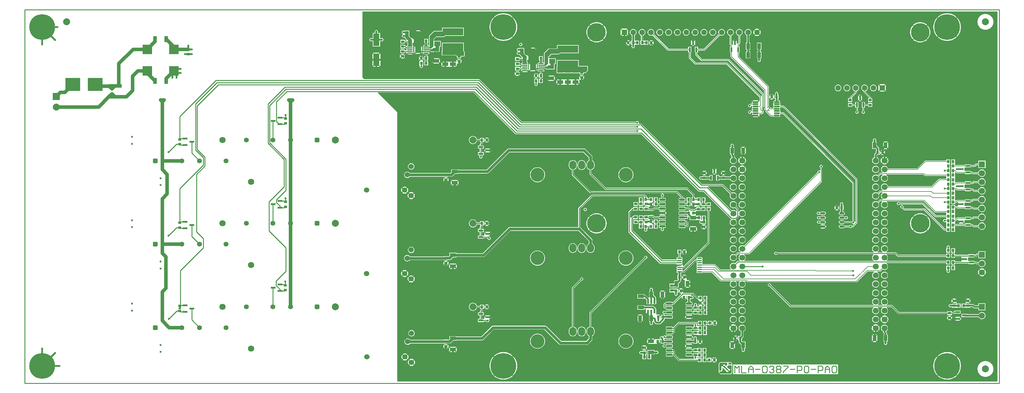
<source format=gtl>
G04 Layer_Physical_Order=1*
G04 Layer_Color=128*
%FSLAX43Y43*%
%MOMM*%
G71*
G01*
G75*
%ADD10R,2.700X2.700*%
%ADD11O,1.400X0.350*%
%ADD12R,6.000X2.000*%
%ADD13R,0.600X1.000*%
%ADD14R,1.350X0.600*%
%ADD15O,1.450X0.650*%
%ADD16R,1.800X1.340*%
%ADD17R,0.800X0.900*%
G04:AMPARAMS|DCode=18|XSize=0.45mm|YSize=1.6mm|CornerRadius=0.05mm|HoleSize=0mm|Usage=FLASHONLY|Rotation=90.000|XOffset=0mm|YOffset=0mm|HoleType=Round|Shape=RoundedRectangle|*
%AMROUNDEDRECTD18*
21,1,0.450,1.501,0,0,90.0*
21,1,0.351,1.600,0,0,90.0*
1,1,0.099,0.750,0.175*
1,1,0.099,0.750,-0.175*
1,1,0.099,-0.750,-0.175*
1,1,0.099,-0.750,0.175*
%
%ADD18ROUNDEDRECTD18*%
%ADD19R,4.240X3.810*%
%ADD20R,1.800X3.550*%
%ADD21C,2.000*%
G04:AMPARAMS|DCode=22|XSize=0.65mm|YSize=1.65mm|CornerRadius=0.049mm|HoleSize=0mm|Usage=FLASHONLY|Rotation=270.000|XOffset=0mm|YOffset=0mm|HoleType=Round|Shape=RoundedRectangle|*
%AMROUNDEDRECTD22*
21,1,0.650,1.552,0,0,270.0*
21,1,0.552,1.650,0,0,270.0*
1,1,0.098,-0.776,-0.276*
1,1,0.098,-0.776,0.276*
1,1,0.098,0.776,0.276*
1,1,0.098,0.776,-0.276*
%
%ADD22ROUNDEDRECTD22*%
%ADD23R,1.000X1.700*%
G04:AMPARAMS|DCode=24|XSize=0.3mm|YSize=1.55mm|CornerRadius=0.05mm|HoleSize=0mm|Usage=FLASHONLY|Rotation=90.000|XOffset=0mm|YOffset=0mm|HoleType=Round|Shape=RoundedRectangle|*
%AMROUNDEDRECTD24*
21,1,0.300,1.451,0,0,90.0*
21,1,0.201,1.550,0,0,90.0*
1,1,0.099,0.726,0.101*
1,1,0.099,0.726,-0.101*
1,1,0.099,-0.726,-0.101*
1,1,0.099,-0.726,0.101*
%
%ADD24ROUNDEDRECTD24*%
G04:AMPARAMS|DCode=25|XSize=1.73mm|YSize=1.9mm|CornerRadius=0.052mm|HoleSize=0mm|Usage=FLASHONLY|Rotation=0.000|XOffset=0mm|YOffset=0mm|HoleType=Round|Shape=RoundedRectangle|*
%AMROUNDEDRECTD25*
21,1,1.730,1.796,0,0,0.0*
21,1,1.626,1.900,0,0,0.0*
1,1,0.104,0.813,-0.898*
1,1,0.104,-0.813,-0.898*
1,1,0.104,-0.813,0.898*
1,1,0.104,0.813,0.898*
%
%ADD25ROUNDEDRECTD25*%
%ADD26R,0.900X0.800*%
%ADD27R,1.700X1.000*%
%ADD28R,0.600X1.350*%
%ADD29C,0.250*%
%ADD30C,0.500*%
%ADD31C,0.150*%
%ADD32C,0.200*%
%ADD33C,0.750*%
%ADD34C,1.000*%
%ADD35C,0.400*%
%ADD36C,0.300*%
%ADD37C,0.254*%
%ADD38C,0.178*%
%ADD39O,2.000X2.500*%
%ADD40C,1.800*%
%ADD41C,1.600*%
%ADD42R,1.600X1.600*%
%ADD43C,1.524*%
%ADD44C,7.400*%
%ADD45C,5.300*%
%ADD46C,1.700*%
%ADD47R,1.750X1.750*%
%ADD48C,1.750*%
%ADD49C,4.000*%
%ADD50R,2.000X2.000*%
%ADD51R,1.800X1.800*%
%ADD52C,1.400*%
G04:AMPARAMS|DCode=53|XSize=1.4mm|YSize=1.4mm|CornerRadius=0.35mm|HoleSize=0mm|Usage=FLASHONLY|Rotation=0.000|XOffset=0mm|YOffset=0mm|HoleType=Round|Shape=RoundedRectangle|*
%AMROUNDEDRECTD53*
21,1,1.400,0.700,0,0,0.0*
21,1,0.700,1.400,0,0,0.0*
1,1,0.700,0.350,-0.350*
1,1,0.700,-0.350,-0.350*
1,1,0.700,-0.350,0.350*
1,1,0.700,0.350,0.350*
%
%ADD53ROUNDEDRECTD53*%
%ADD54C,0.600*%
G36*
X279500Y500D02*
X107000D01*
Y78000D01*
X101442Y83558D01*
X101509Y83720D01*
X128884D01*
X140802Y71802D01*
X140893Y71741D01*
X141000Y71720D01*
X177084D01*
X193602Y55202D01*
X193693Y55141D01*
X193800Y55120D01*
X194984D01*
X202802Y47302D01*
X202859Y47263D01*
X202889Y47128D01*
X202887Y47064D01*
X202847Y47033D01*
X202686Y46824D01*
X202586Y46581D01*
X202551Y46320D01*
X202586Y46059D01*
X202686Y45816D01*
X202847Y45607D01*
X203056Y45446D01*
X203299Y45346D01*
X203560Y45311D01*
X203821Y45346D01*
X204064Y45446D01*
X204273Y45607D01*
X204433Y45816D01*
X204534Y46059D01*
X204569Y46320D01*
X204534Y46581D01*
X204433Y46824D01*
X204273Y47033D01*
X204258Y47045D01*
X204291Y47183D01*
X204314Y47222D01*
X204407Y47241D01*
X204498Y47302D01*
X204998Y47802D01*
X205059Y47893D01*
X205080Y48000D01*
Y48273D01*
X205090Y48279D01*
X205255Y48318D01*
X205387Y48147D01*
X205596Y47986D01*
X205839Y47886D01*
X206100Y47851D01*
X206361Y47886D01*
X206604Y47986D01*
X206813Y48147D01*
X206973Y48356D01*
X207074Y48599D01*
X207109Y48860D01*
X207074Y49121D01*
X206973Y49364D01*
X206813Y49573D01*
X206604Y49733D01*
X206361Y49834D01*
X206100Y49869D01*
X205839Y49834D01*
X205596Y49733D01*
X205387Y49573D01*
X205255Y49402D01*
X205090Y49441D01*
X205080Y49447D01*
Y50160D01*
X205059Y50267D01*
X204998Y50358D01*
X204441Y50915D01*
X204534Y51139D01*
X204569Y51400D01*
X204534Y51661D01*
X204433Y51904D01*
X204273Y52113D01*
X204064Y52273D01*
X203821Y52374D01*
X203560Y52409D01*
X203299Y52374D01*
X203056Y52273D01*
X202847Y52113D01*
X202686Y51904D01*
X202586Y51661D01*
X202551Y51400D01*
X202586Y51139D01*
X202686Y50896D01*
X202847Y50687D01*
X203056Y50527D01*
X203299Y50426D01*
X203560Y50391D01*
X203821Y50426D01*
X204045Y50518D01*
X204520Y50044D01*
Y49540D01*
X204345Y49480D01*
X204273Y49573D01*
X204064Y49733D01*
X203821Y49834D01*
X203560Y49869D01*
X203299Y49834D01*
X203075Y49742D01*
X196318Y56498D01*
X196356Y56684D01*
X196386Y56720D01*
X200384D01*
X202678Y54425D01*
X202586Y54201D01*
X202551Y53940D01*
X202586Y53679D01*
X202686Y53436D01*
X202847Y53227D01*
X203056Y53067D01*
X203299Y52966D01*
X203560Y52931D01*
X203821Y52966D01*
X204064Y53067D01*
X204273Y53227D01*
X204433Y53436D01*
X204534Y53679D01*
X204569Y53940D01*
X204534Y54201D01*
X204433Y54444D01*
X204273Y54653D01*
X204064Y54813D01*
X203821Y54914D01*
X203560Y54949D01*
X203299Y54914D01*
X203075Y54821D01*
X200698Y57198D01*
X200607Y57259D01*
X200500Y57280D01*
X194516D01*
X177198Y74598D01*
X177107Y74659D01*
X177000Y74680D01*
X176522D01*
X176430Y74855D01*
X176459Y75000D01*
X176424Y75176D01*
X176324Y75324D01*
X176176Y75424D01*
X176000Y75459D01*
X175824Y75424D01*
X175676Y75324D01*
X175646Y75280D01*
X142816D01*
X130698Y87398D01*
X130607Y87459D01*
X130500Y87480D01*
X97520D01*
X97000Y88000D01*
Y107000D01*
X279500D01*
Y500D01*
D02*
G37*
%LPC*%
G36*
X275000Y31740D02*
X274296Y31037D01*
X274431Y30934D01*
X274705Y30820D01*
X275000Y30781D01*
X275295Y30820D01*
X275569Y30934D01*
X275704Y31037D01*
X275000Y31740D01*
D02*
G37*
G36*
X189974Y31204D02*
X189026D01*
X189500Y30730D01*
X189974Y31204D01*
D02*
G37*
G36*
X109120Y31390D02*
X108497Y30767D01*
X108608Y30683D01*
X108855Y30580D01*
X109120Y30545D01*
X109385Y30580D01*
X109632Y30683D01*
X109743Y30767D01*
X109120Y31390D01*
D02*
G37*
G36*
X108317Y32193D02*
X108233Y32082D01*
X108130Y31835D01*
X108095Y31570D01*
X108130Y31305D01*
X108233Y31058D01*
X108317Y30947D01*
X108940Y31570D01*
X108317Y32193D01*
D02*
G37*
G36*
X109923Y32193D02*
X109300Y31570D01*
X109923Y30947D01*
X110007Y31058D01*
X110110Y31305D01*
X110145Y31570D01*
X110110Y31835D01*
X110007Y32082D01*
X109923Y32193D01*
D02*
G37*
G36*
X274117Y32624D02*
X274014Y32489D01*
X273900Y32215D01*
X273861Y31920D01*
X273900Y31625D01*
X274014Y31351D01*
X274117Y31216D01*
X274820Y31920D01*
X274117Y32624D01*
D02*
G37*
G36*
X190154Y31024D02*
X189590Y30460D01*
X189500Y30550D01*
X189450Y30500D01*
X189590Y30360D01*
X189026Y29796D01*
X189509D01*
X189646Y29704D01*
X189646Y29621D01*
Y27676D01*
X190310Y28340D01*
X190400Y28250D01*
X190490Y28340D01*
X191154Y27676D01*
Y29524D01*
X190490Y28860D01*
X190310Y29040D01*
X190974Y29704D01*
X190291D01*
X190154Y29796D01*
X190154Y29879D01*
Y31024D01*
D02*
G37*
G36*
X110197Y30623D02*
X110113Y30512D01*
X110010Y30265D01*
X109975Y30000D01*
X110010Y29735D01*
X110113Y29488D01*
X110197Y29377D01*
X110820Y30000D01*
X110197Y30623D01*
D02*
G37*
G36*
X111803Y30623D02*
X111180Y30000D01*
X111803Y29377D01*
X111887Y29488D01*
X111990Y29735D01*
X112025Y30000D01*
X111990Y30265D01*
X111887Y30512D01*
X111803Y30623D01*
D02*
G37*
G36*
X111000Y29820D02*
X110377Y29197D01*
X110488Y29113D01*
X110735Y29010D01*
X111000Y28975D01*
X111265Y29010D01*
X111512Y29113D01*
X111623Y29197D01*
X111000Y29820D01*
D02*
G37*
G36*
X160000Y30459D02*
X159824Y30424D01*
X159676Y30324D01*
X159576Y30176D01*
X159541Y30000D01*
X159552Y29948D01*
X157252Y27648D01*
X157191Y27557D01*
X157170Y27450D01*
Y16273D01*
X157150Y16270D01*
X156870Y16155D01*
X156630Y15970D01*
X156445Y15730D01*
X156330Y15450D01*
X156290Y15150D01*
Y14650D01*
X156330Y14350D01*
X156445Y14070D01*
X156630Y13830D01*
X156870Y13645D01*
X157150Y13530D01*
X157450Y13490D01*
X157750Y13530D01*
X158030Y13645D01*
X158270Y13830D01*
X158455Y14070D01*
X158570Y14350D01*
X158610Y14650D01*
Y15150D01*
X158570Y15450D01*
X158455Y15730D01*
X158270Y15970D01*
X158030Y16155D01*
X157750Y16270D01*
X157730Y16273D01*
Y27334D01*
X159948Y29552D01*
X160000Y29541D01*
X160176Y29576D01*
X160324Y29676D01*
X160424Y29824D01*
X160459Y30000D01*
X160424Y30176D01*
X160324Y30324D01*
X160176Y30424D01*
X160000Y30459D01*
D02*
G37*
G36*
X111000Y31025D02*
X110735Y30990D01*
X110488Y30887D01*
X110377Y30803D01*
X111000Y30180D01*
X111623Y30803D01*
X111512Y30887D01*
X111265Y30990D01*
X111000Y31025D01*
D02*
G37*
G36*
X247000Y32089D02*
X246739Y32054D01*
X246496Y31953D01*
X246287Y31793D01*
X246126Y31584D01*
X246026Y31341D01*
X245991Y31080D01*
X246026Y30819D01*
X246126Y30576D01*
X246287Y30367D01*
X246496Y30206D01*
X246739Y30106D01*
X247000Y30071D01*
X247261Y30106D01*
X247504Y30206D01*
X247713Y30367D01*
X247873Y30576D01*
X247974Y30819D01*
X248009Y31080D01*
X247974Y31341D01*
X247873Y31584D01*
X247713Y31793D01*
X247504Y31953D01*
X247261Y32054D01*
X247000Y32089D01*
D02*
G37*
G36*
X188846Y31024D02*
Y29976D01*
X189370Y30500D01*
X188846Y31024D01*
D02*
G37*
G36*
X275883Y32624D02*
X275180Y31920D01*
X275883Y31216D01*
X275986Y31351D01*
X276100Y31625D01*
X276139Y31920D01*
X276100Y32215D01*
X275986Y32489D01*
X275883Y32624D01*
D02*
G37*
G36*
X121704Y35074D02*
X121230Y34600D01*
X121704Y34126D01*
Y35074D01*
D02*
G37*
G36*
X120296Y35074D02*
Y34126D01*
X120770Y34600D01*
X120296Y35074D01*
D02*
G37*
G36*
X121000Y34470D02*
X120476Y33946D01*
X121524D01*
X121000Y34470D01*
D02*
G37*
G36*
Y34650D02*
X120950Y34600D01*
X121000Y34550D01*
X121050Y34600D01*
X121000Y34650D01*
D02*
G37*
G36*
X267250Y38800D02*
X266150D01*
Y37600D01*
X266420D01*
Y37300D01*
X266150D01*
Y36100D01*
X267250D01*
Y36370D01*
X268969D01*
X269096Y36254D01*
X269096Y36195D01*
Y35205D01*
X269096Y35146D01*
X268969Y35030D01*
X267250D01*
Y35400D01*
X266150D01*
Y34200D01*
X266420D01*
Y33800D01*
X266150D01*
Y32600D01*
X267250D01*
Y33800D01*
X266980D01*
Y34200D01*
X267250D01*
Y34470D01*
X271150D01*
Y34300D01*
X272800D01*
Y34470D01*
X273234D01*
X273442Y34262D01*
X273533Y34201D01*
X273640Y34180D01*
X274007D01*
X274105Y33943D01*
X274269Y33729D01*
X274483Y33565D01*
X274732Y33461D01*
X275000Y33426D01*
X275268Y33461D01*
X275517Y33565D01*
X275731Y33729D01*
X275895Y33943D01*
X275999Y34192D01*
X276034Y34460D01*
X275999Y34728D01*
X275895Y34977D01*
X275731Y35191D01*
X275517Y35355D01*
X275268Y35459D01*
X275000Y35494D01*
X274732Y35459D01*
X274483Y35355D01*
X274269Y35191D01*
X274105Y34977D01*
X274007Y34740D01*
X273756D01*
X273548Y34948D01*
X273457Y35009D01*
X273350Y35030D01*
X272800D01*
Y35200D01*
X271150D01*
Y35200D01*
X271129Y35191D01*
X271116Y35192D01*
X270954Y35308D01*
Y36092D01*
X271116Y36208D01*
X271129Y36209D01*
X271150Y36200D01*
Y36200D01*
X272800D01*
Y36370D01*
X273150D01*
X273257Y36391D01*
X273348Y36452D01*
X273616Y36720D01*
X273975D01*
Y35975D01*
X276025D01*
Y38025D01*
X273975D01*
Y37280D01*
X273500D01*
X273393Y37259D01*
X273302Y37198D01*
X273034Y36930D01*
X272800D01*
Y37100D01*
X271150D01*
Y36930D01*
X267250D01*
Y37300D01*
X266980D01*
Y37600D01*
X267250D01*
Y38800D01*
D02*
G37*
G36*
X178400Y36659D02*
X178224Y36624D01*
X178076Y36524D01*
X177976Y36376D01*
X177941Y36200D01*
X177952Y36148D01*
X162352Y20548D01*
X162291Y20457D01*
X162270Y20350D01*
Y16273D01*
X162250Y16270D01*
X161970Y16155D01*
X161730Y15970D01*
X161545Y15730D01*
X161430Y15450D01*
X161390Y15150D01*
Y14650D01*
X161430Y14350D01*
X161545Y14070D01*
X161730Y13830D01*
X161970Y13645D01*
X162015Y13627D01*
Y12872D01*
X161278Y12135D01*
X154122D01*
X149878Y16378D01*
X149705Y16495D01*
X149500Y16535D01*
X134500D01*
X134295Y16495D01*
X134122Y16378D01*
X131178Y13435D01*
X124000D01*
Y13550D01*
X122000D01*
Y12657D01*
X121878Y12535D01*
X121600D01*
Y12550D01*
X120400D01*
Y12505D01*
X110719D01*
X110630Y12620D01*
X110440Y12767D01*
X110218Y12859D01*
X109980Y12890D01*
X109742Y12859D01*
X109520Y12767D01*
X109330Y12620D01*
X109183Y12430D01*
X109091Y12208D01*
X109060Y11970D01*
X109091Y11732D01*
X109183Y11510D01*
X109330Y11320D01*
X109520Y11173D01*
X109742Y11081D01*
X109980Y11050D01*
X110218Y11081D01*
X110440Y11173D01*
X110630Y11320D01*
X110719Y11435D01*
X120970D01*
X121047Y11450D01*
X121600D01*
Y11465D01*
X122100D01*
X122305Y11505D01*
X122479Y11622D01*
X123107Y12250D01*
X124000D01*
Y12365D01*
X131400D01*
X131605Y12405D01*
X131779Y12521D01*
X134722Y15465D01*
X149278D01*
X153521Y11222D01*
X153695Y11105D01*
X153900Y11065D01*
X161500D01*
X161705Y11105D01*
X161878Y11222D01*
X162929Y12271D01*
X163045Y12445D01*
X163085Y12650D01*
Y13627D01*
X163130Y13645D01*
X163370Y13830D01*
X163555Y14070D01*
X163670Y14350D01*
X163710Y14650D01*
Y15150D01*
X163670Y15450D01*
X163555Y15730D01*
X163370Y15970D01*
X163130Y16155D01*
X162850Y16270D01*
X162830Y16273D01*
Y20234D01*
X178348Y35752D01*
X178400Y35741D01*
X178576Y35776D01*
X178724Y35876D01*
X178824Y36024D01*
X178859Y36200D01*
X178824Y36376D01*
X178724Y36524D01*
X178576Y36624D01*
X178400Y36659D01*
D02*
G37*
G36*
X121524Y35254D02*
X120476D01*
X121000Y34730D01*
X121524Y35254D01*
D02*
G37*
G36*
X172700Y38160D02*
X172279Y38119D01*
X171873Y37996D01*
X171500Y37796D01*
X171172Y37528D01*
X170904Y37200D01*
X170704Y36827D01*
X170581Y36421D01*
X170540Y36000D01*
X170581Y35579D01*
X170704Y35173D01*
X170904Y34800D01*
X171172Y34472D01*
X171500Y34204D01*
X171873Y34004D01*
X172279Y33881D01*
X172700Y33840D01*
X173121Y33881D01*
X173527Y34004D01*
X173900Y34204D01*
X174228Y34472D01*
X174496Y34800D01*
X174696Y35173D01*
X174819Y35579D01*
X174860Y36000D01*
X174819Y36421D01*
X174696Y36827D01*
X174496Y37200D01*
X174228Y37528D01*
X173900Y37796D01*
X173527Y37996D01*
X173121Y38119D01*
X172700Y38160D01*
D02*
G37*
G36*
X275000Y33059D02*
X274705Y33020D01*
X274431Y32906D01*
X274296Y32803D01*
X275000Y32100D01*
X275704Y32803D01*
X275569Y32906D01*
X275295Y33020D01*
X275000Y33059D01*
D02*
G37*
G36*
X109120Y32595D02*
X108855Y32560D01*
X108608Y32457D01*
X108497Y32373D01*
X109120Y31750D01*
X109743Y32373D01*
X109632Y32457D01*
X109385Y32560D01*
X109120Y32595D01*
D02*
G37*
G36*
X265850Y33800D02*
X264750D01*
Y32600D01*
X264816D01*
X264909Y32425D01*
X264876Y32376D01*
X264841Y32200D01*
X264876Y32024D01*
X264976Y31876D01*
X265124Y31776D01*
X265300Y31741D01*
X265476Y31776D01*
X265624Y31876D01*
X265724Y32024D01*
X265759Y32200D01*
X265724Y32376D01*
X265691Y32425D01*
X265784Y32600D01*
X265850D01*
Y33800D01*
D02*
G37*
G36*
X123924Y34454D02*
X122076D01*
X122740Y33790D01*
X122650Y33700D01*
X122740Y33610D01*
X122076Y32946D01*
X123924D01*
X123260Y33610D01*
X123350Y33700D01*
X123260Y33790D01*
X123924Y34454D01*
D02*
G37*
G36*
X147300Y38160D02*
X146879Y38119D01*
X146473Y37996D01*
X146100Y37796D01*
X145772Y37528D01*
X145504Y37200D01*
X145304Y36827D01*
X145181Y36421D01*
X145140Y36000D01*
X145181Y35579D01*
X145304Y35173D01*
X145504Y34800D01*
X145772Y34472D01*
X146100Y34204D01*
X146473Y34004D01*
X146879Y33881D01*
X147300Y33840D01*
X147721Y33881D01*
X148127Y34004D01*
X148500Y34204D01*
X148828Y34472D01*
X149096Y34800D01*
X149296Y35173D01*
X149419Y35579D01*
X149460Y36000D01*
X149419Y36421D01*
X149296Y36827D01*
X149096Y37200D01*
X148828Y37528D01*
X148500Y37796D01*
X148127Y37996D01*
X147721Y38119D01*
X147300Y38160D01*
D02*
G37*
G36*
X124104Y34274D02*
X123530Y33700D01*
X124104Y33126D01*
Y34274D01*
D02*
G37*
G36*
X121896Y34274D02*
Y33126D01*
X122470Y33700D01*
X121896Y34274D01*
D02*
G37*
G36*
X247000Y29549D02*
X246739Y29514D01*
X246496Y29413D01*
X246287Y29253D01*
X246126Y29044D01*
X246026Y28801D01*
X245991Y28540D01*
X246026Y28279D01*
X246126Y28036D01*
X246287Y27827D01*
X246496Y27667D01*
X246739Y27566D01*
X247000Y27531D01*
X247261Y27566D01*
X247504Y27667D01*
X247713Y27827D01*
X247873Y28036D01*
X247974Y28279D01*
X248009Y28540D01*
X247974Y28801D01*
X247873Y29044D01*
X247713Y29253D01*
X247504Y29413D01*
X247261Y29514D01*
X247000Y29549D01*
D02*
G37*
G36*
X271704Y24174D02*
X271230Y23700D01*
X271704Y23226D01*
Y24174D01*
D02*
G37*
G36*
X194100Y23150D02*
X194050Y23100D01*
X194100Y23050D01*
X194150Y23100D01*
X194100Y23150D01*
D02*
G37*
G36*
X193446Y23624D02*
X193446Y22576D01*
X193970Y23100D01*
X193446Y23624D01*
D02*
G37*
G36*
X266296Y24174D02*
Y23226D01*
X266770Y23700D01*
X266296Y24174D01*
D02*
G37*
G36*
X267524Y24354D02*
X266476D01*
X267000Y23830D01*
X267524Y24354D01*
D02*
G37*
G36*
X271524D02*
X270476D01*
X271000Y23830D01*
X271524Y24354D01*
D02*
G37*
G36*
X267704Y24174D02*
X267140Y23610D01*
X267000Y23750D01*
X266950Y23700D01*
X267040Y23610D01*
X266476Y23046D01*
X267499D01*
X267589Y22938D01*
X267590Y22930D01*
X267529Y22850D01*
X266400D01*
Y22708D01*
X266100D01*
X266076Y22724D01*
X265900Y22759D01*
X265724Y22724D01*
X265576Y22624D01*
X265476Y22476D01*
X265441Y22300D01*
X265476Y22124D01*
X265576Y21976D01*
X265724Y21876D01*
X265900Y21841D01*
X266076Y21876D01*
X266100Y21892D01*
X266400D01*
Y21750D01*
X267600D01*
X267600Y21750D01*
X267750Y21700D01*
Y21700D01*
X267754Y21700D01*
X268850D01*
Y22900D01*
X267905D01*
X267768Y22913D01*
Y22913D01*
X267800Y22910D01*
X267762Y22924D01*
X267720Y23012D01*
X267704Y23083D01*
X267704Y23209D01*
Y24174D01*
D02*
G37*
G36*
X194754Y23624D02*
X194230Y23100D01*
X194754Y22576D01*
X194754Y23624D01*
D02*
G37*
G36*
X192700Y23059D02*
X192524Y23024D01*
X192376Y22924D01*
X192276Y22776D01*
X192241Y22600D01*
X192276Y22424D01*
X192182Y22250D01*
X192100D01*
Y21915D01*
X191803D01*
X191788Y21989D01*
X191745Y22055D01*
X191679Y22098D01*
X191601Y22114D01*
X190049D01*
X189971Y22098D01*
X189905Y22055D01*
X189862Y21989D01*
X189846Y21911D01*
Y21359D01*
X189862Y21281D01*
X189905Y21215D01*
X189971Y21172D01*
X190049Y21156D01*
X191601D01*
X191679Y21172D01*
X191745Y21215D01*
X191788Y21281D01*
X191803Y21355D01*
X192100D01*
Y21150D01*
X193300D01*
Y21420D01*
X193550D01*
Y21100D01*
X194650D01*
X194650Y22264D01*
X194675Y22296D01*
X194100Y22870D01*
X193525Y22296D01*
X193550Y22264D01*
X193550Y22221D01*
Y21980D01*
X193300D01*
Y22250D01*
X193218D01*
X193124Y22424D01*
X193159Y22600D01*
X193124Y22776D01*
X193024Y22924D01*
X192876Y23024D01*
X192700Y23059D01*
D02*
G37*
G36*
X133354Y22524D02*
X132830Y22000D01*
X133354Y21476D01*
Y22524D01*
D02*
G37*
G36*
X132046Y22524D02*
Y21476D01*
X132570Y22000D01*
X132046Y22524D01*
D02*
G37*
G36*
X132700Y22050D02*
X132650Y22000D01*
X132700Y21950D01*
X132750Y22000D01*
X132700Y22050D01*
D02*
G37*
G36*
X206100Y24469D02*
X205839Y24434D01*
X205596Y24333D01*
X205387Y24173D01*
X205227Y23964D01*
X205126Y23721D01*
X205091Y23460D01*
X205126Y23199D01*
X205227Y22956D01*
X205387Y22747D01*
X205596Y22587D01*
X205839Y22486D01*
X206100Y22451D01*
X206361Y22486D01*
X206604Y22587D01*
X206813Y22747D01*
X206973Y22956D01*
X207074Y23199D01*
X207109Y23460D01*
X207074Y23721D01*
X206973Y23964D01*
X206813Y24173D01*
X206604Y24333D01*
X206361Y24434D01*
X206100Y24469D01*
D02*
G37*
G36*
X203560D02*
X203299Y24434D01*
X203056Y24333D01*
X202847Y24173D01*
X202686Y23964D01*
X202586Y23721D01*
X202551Y23460D01*
X202586Y23199D01*
X202686Y22956D01*
X202847Y22747D01*
X203056Y22587D01*
X203299Y22486D01*
X203560Y22451D01*
X203821Y22486D01*
X204064Y22587D01*
X204273Y22747D01*
X204433Y22956D01*
X204534Y23199D01*
X204569Y23460D01*
X204534Y23721D01*
X204433Y23964D01*
X204273Y24173D01*
X204064Y24333D01*
X203821Y24434D01*
X203560Y24469D01*
D02*
G37*
G36*
X133174Y22704D02*
X132226D01*
X132700Y22230D01*
X133174Y22704D01*
D02*
G37*
G36*
X187846Y27124D02*
Y26076D01*
X188370Y26600D01*
X187846Y27124D01*
D02*
G37*
G36*
X183774Y26604D02*
X182626D01*
X183200Y26030D01*
X183774Y26604D01*
D02*
G37*
G36*
X183954Y26424D02*
X183290Y25760D01*
X183200Y25850D01*
X183110Y25760D01*
X182446Y26424D01*
Y24576D01*
X183110Y25240D01*
X183200Y25150D01*
X183290Y25240D01*
X183954Y24576D01*
Y26424D01*
D02*
G37*
G36*
X189154Y27124D02*
X188590Y26560D01*
X188500Y26650D01*
X188450Y26600D01*
X188590Y26460D01*
X188026Y25896D01*
X188571D01*
X188638Y25734D01*
X186274Y23371D01*
X186095Y23325D01*
X186029Y23368D01*
X185951Y23384D01*
X184399D01*
X184321Y23368D01*
X184255Y23325D01*
X184212Y23259D01*
X184197Y23185D01*
X184005D01*
X183898Y23164D01*
X183807Y23103D01*
X183602Y22898D01*
X183541Y22807D01*
X183520Y22700D01*
Y21900D01*
X183541Y21793D01*
X183602Y21702D01*
X183867Y21437D01*
X183958Y21376D01*
X184065Y21355D01*
X184197D01*
X184212Y21281D01*
X184255Y21215D01*
X184321Y21172D01*
X184399Y21156D01*
X185951D01*
X186029Y21172D01*
X186095Y21215D01*
X186138Y21281D01*
X186154Y21359D01*
Y21911D01*
X186138Y21989D01*
X186095Y22055D01*
X186029Y22098D01*
X185951Y22114D01*
X184399D01*
X184321Y22098D01*
X184255Y22055D01*
X184255Y22054D01*
X184080Y22108D01*
Y22432D01*
X184255Y22486D01*
X184255Y22485D01*
X184321Y22442D01*
X184399Y22426D01*
X185951D01*
X186029Y22442D01*
X186095Y22485D01*
X186138Y22551D01*
X186152Y22620D01*
X186200D01*
X186307Y22641D01*
X186398Y22702D01*
X188584Y24888D01*
X188746Y24821D01*
Y24176D01*
X189310Y24740D01*
X189400Y24650D01*
X189490Y24740D01*
X190054Y24176D01*
Y25245D01*
X190075Y25254D01*
X190083Y25254D01*
X190250Y25139D01*
Y24100D01*
X190392D01*
Y23384D01*
X190049D01*
X189971Y23368D01*
X189905Y23325D01*
X189862Y23259D01*
X189846Y23181D01*
Y22629D01*
X189862Y22551D01*
X189905Y22485D01*
X189971Y22442D01*
X190049Y22426D01*
X191601D01*
X191679Y22442D01*
X191745Y22485D01*
X191788Y22551D01*
X191804Y22629D01*
Y23181D01*
X191788Y23259D01*
X191745Y23325D01*
X191679Y23368D01*
X191601Y23384D01*
X191208D01*
Y24100D01*
X191350D01*
Y24226D01*
X191524Y24276D01*
X191700Y24241D01*
X191876Y24276D01*
X192024Y24376D01*
X192124Y24524D01*
X192159Y24700D01*
X192124Y24876D01*
X192024Y25024D01*
X191876Y25124D01*
X191700Y25159D01*
X191582Y25135D01*
X191408Y25240D01*
X191403Y25275D01*
X191535Y25420D01*
X191984D01*
X193102Y24302D01*
X193193Y24241D01*
X193300Y24220D01*
X193426D01*
X193550Y24096D01*
X193550Y23936D01*
X193525Y23904D01*
X194100Y23330D01*
X194675Y23904D01*
X194650Y23936D01*
X194650Y23979D01*
Y25100D01*
X193550D01*
Y24880D01*
X193375Y24822D01*
X192298Y25898D01*
X192207Y25959D01*
X192100Y25980D01*
X189154D01*
Y27124D01*
D02*
G37*
G36*
X244460Y29549D02*
X244199Y29514D01*
X243956Y29413D01*
X243747Y29253D01*
X243587Y29044D01*
X243486Y28801D01*
X243451Y28540D01*
X243486Y28279D01*
X243587Y28036D01*
X243747Y27827D01*
X243956Y27667D01*
X244199Y27566D01*
X244460Y27531D01*
X244721Y27566D01*
X244964Y27667D01*
X245173Y27827D01*
X245333Y28036D01*
X245434Y28279D01*
X245469Y28540D01*
X245434Y28801D01*
X245333Y29044D01*
X245173Y29253D01*
X244964Y29413D01*
X244721Y29514D01*
X244460Y29549D01*
D02*
G37*
G36*
X190400Y28070D02*
X189826Y27496D01*
X190974D01*
X190400Y28070D01*
D02*
G37*
G36*
X188974Y27304D02*
X188026D01*
X188500Y26830D01*
X188974Y27304D01*
D02*
G37*
G36*
X186400Y27250D02*
Y27250D01*
X186396Y27250D01*
X185200D01*
Y26150D01*
X186400D01*
Y26150D01*
X186550Y26090D01*
Y26000D01*
X186692D01*
Y25800D01*
X186676Y25776D01*
X186641Y25600D01*
X186676Y25424D01*
X186776Y25276D01*
X186924Y25176D01*
X187100Y25141D01*
X187276Y25176D01*
X187424Y25276D01*
X187524Y25424D01*
X187559Y25600D01*
X187524Y25776D01*
X187508Y25800D01*
Y26000D01*
X187650D01*
Y27200D01*
X186550D01*
Y27200D01*
X186400Y27250D01*
D02*
G37*
G36*
X180000Y27459D02*
X179824Y27424D01*
X179676Y27324D01*
X179576Y27176D01*
X179541Y27000D01*
X179576Y26824D01*
X179592Y26800D01*
Y26500D01*
X179350D01*
Y24674D01*
X179175Y24602D01*
X178488Y25288D01*
X178356Y25377D01*
X178200Y25408D01*
X178200Y25408D01*
X178000D01*
Y25650D01*
X176000D01*
Y24350D01*
X178000D01*
Y24376D01*
X178175Y24448D01*
X178600Y24023D01*
Y22725D01*
X179375D01*
X179500Y22725D01*
X179675Y22725D01*
X180450D01*
Y22725D01*
X180500D01*
Y22725D01*
X181400D01*
Y24025D01*
X181358D01*
Y24550D01*
X181358Y24550D01*
X181327Y24706D01*
X181238Y24838D01*
X180650Y25427D01*
Y26500D01*
X180408D01*
Y26800D01*
X180424Y26824D01*
X180459Y27000D01*
X180424Y27176D01*
X180324Y27324D01*
X180176Y27424D01*
X180000Y27459D01*
D02*
G37*
G36*
X183200Y24970D02*
X182626Y24396D01*
X183774D01*
X183200Y24970D01*
D02*
G37*
G36*
X189400Y24470D02*
X188926Y23996D01*
X189874D01*
X189400Y24470D01*
D02*
G37*
G36*
X203560Y27009D02*
X203299Y26974D01*
X203056Y26873D01*
X202847Y26713D01*
X202686Y26504D01*
X202586Y26261D01*
X202551Y26000D01*
X202586Y25739D01*
X202686Y25496D01*
X202847Y25287D01*
X203056Y25126D01*
X203299Y25026D01*
X203560Y24991D01*
X203821Y25026D01*
X204064Y25126D01*
X204273Y25287D01*
X204433Y25496D01*
X204534Y25739D01*
X204569Y26000D01*
X204534Y26261D01*
X204433Y26504D01*
X204273Y26713D01*
X204064Y26873D01*
X203821Y26974D01*
X203560Y27009D01*
D02*
G37*
G36*
X247000D02*
X246739Y26974D01*
X246496Y26873D01*
X246287Y26713D01*
X246126Y26504D01*
X246026Y26261D01*
X245991Y26000D01*
X246026Y25739D01*
X246126Y25496D01*
X246287Y25287D01*
X246496Y25126D01*
X246739Y25026D01*
X247000Y24991D01*
X247261Y25026D01*
X247504Y25126D01*
X247713Y25287D01*
X247873Y25496D01*
X247974Y25739D01*
X248009Y26000D01*
X247974Y26261D01*
X247873Y26504D01*
X247713Y26713D01*
X247504Y26873D01*
X247261Y26974D01*
X247000Y27009D01*
D02*
G37*
G36*
X244460D02*
X244199Y26974D01*
X243956Y26873D01*
X243747Y26713D01*
X243587Y26504D01*
X243486Y26261D01*
X243451Y26000D01*
X243486Y25739D01*
X243587Y25496D01*
X243747Y25287D01*
X243956Y25126D01*
X244199Y25026D01*
X244460Y24991D01*
X244721Y25026D01*
X244964Y25126D01*
X245173Y25287D01*
X245333Y25496D01*
X245434Y25739D01*
X245469Y26000D01*
X245434Y26261D01*
X245333Y26504D01*
X245173Y26713D01*
X244964Y26873D01*
X244721Y26974D01*
X244460Y27009D01*
D02*
G37*
G36*
X206100D02*
X205839Y26974D01*
X205596Y26873D01*
X205387Y26713D01*
X205227Y26504D01*
X205126Y26261D01*
X205091Y26000D01*
X205126Y25739D01*
X205227Y25496D01*
X205387Y25287D01*
X205596Y25126D01*
X205839Y25026D01*
X206100Y24991D01*
X206361Y25026D01*
X206604Y25126D01*
X206813Y25287D01*
X206973Y25496D01*
X207074Y25739D01*
X207109Y26000D01*
X207074Y26261D01*
X206973Y26504D01*
X206813Y26713D01*
X206604Y26873D01*
X206361Y26974D01*
X206100Y27009D01*
D02*
G37*
G36*
X247000Y47329D02*
X246739Y47294D01*
X246496Y47193D01*
X246287Y47033D01*
X246126Y46824D01*
X246026Y46581D01*
X245991Y46320D01*
X246026Y46059D01*
X246126Y45816D01*
X246287Y45607D01*
X246496Y45446D01*
X246739Y45346D01*
X247000Y45311D01*
X247261Y45346D01*
X247504Y45446D01*
X247713Y45607D01*
X247873Y45816D01*
X247974Y46059D01*
X248009Y46320D01*
X247974Y46581D01*
X247873Y46824D01*
X247713Y47033D01*
X247504Y47193D01*
X247261Y47294D01*
X247000Y47329D01*
D02*
G37*
G36*
X244460D02*
X244199Y47294D01*
X243956Y47193D01*
X243747Y47033D01*
X243587Y46824D01*
X243486Y46581D01*
X243451Y46320D01*
X243486Y46059D01*
X243587Y45816D01*
X243747Y45607D01*
X243956Y45446D01*
X244199Y45346D01*
X244460Y45311D01*
X244721Y45346D01*
X244964Y45446D01*
X245173Y45607D01*
X245333Y45816D01*
X245434Y46059D01*
X245469Y46320D01*
X245434Y46581D01*
X245333Y46824D01*
X245173Y47033D01*
X244964Y47193D01*
X244721Y47294D01*
X244460Y47329D01*
D02*
G37*
G36*
X206100D02*
X205839Y47294D01*
X205596Y47193D01*
X205387Y47033D01*
X205227Y46824D01*
X205126Y46581D01*
X205091Y46320D01*
X205126Y46059D01*
X205227Y45816D01*
X205387Y45607D01*
X205596Y45446D01*
X205839Y45346D01*
X206100Y45311D01*
X206361Y45346D01*
X206604Y45446D01*
X206813Y45607D01*
X206973Y45816D01*
X207074Y46059D01*
X207109Y46320D01*
X207074Y46581D01*
X206973Y46824D01*
X206813Y47033D01*
X206604Y47193D01*
X206361Y47294D01*
X206100Y47329D01*
D02*
G37*
G36*
X189601Y46939D02*
X188049D01*
X187971Y46923D01*
X187905Y46880D01*
X187862Y46814D01*
X187846Y46736D01*
Y46184D01*
X187862Y46106D01*
X187905Y46040D01*
X187971Y45997D01*
X188049Y45981D01*
X189601D01*
X189679Y45997D01*
X189745Y46040D01*
X189788Y46106D01*
X189803Y46180D01*
X190024D01*
X190120Y46084D01*
Y45516D01*
X190074Y45470D01*
X189803D01*
X189788Y45544D01*
X189745Y45610D01*
X189679Y45653D01*
X189601Y45669D01*
X188049D01*
X187971Y45653D01*
X187905Y45610D01*
X187862Y45544D01*
X187846Y45466D01*
Y44914D01*
X187862Y44836D01*
X187905Y44770D01*
X187971Y44727D01*
X188049Y44711D01*
X189601D01*
X189679Y44727D01*
X189745Y44770D01*
X189788Y44836D01*
X189803Y44910D01*
X190190D01*
X190297Y44931D01*
X190388Y44992D01*
X190598Y45202D01*
X190659Y45293D01*
X190680Y45400D01*
Y46200D01*
X190659Y46307D01*
X190598Y46398D01*
X190338Y46658D01*
X190247Y46719D01*
X190140Y46740D01*
X189803D01*
X189788Y46814D01*
X189745Y46880D01*
X189679Y46923D01*
X189601Y46939D01*
D02*
G37*
G36*
X132700Y46050D02*
X132650Y46000D01*
X132700Y45950D01*
X132750Y46000D01*
X132700Y46050D01*
D02*
G37*
G36*
X133354Y46524D02*
X132830Y46000D01*
X133354Y45476D01*
Y46524D01*
D02*
G37*
G36*
X132046Y46524D02*
Y45476D01*
X132570Y46000D01*
X132046Y46524D01*
D02*
G37*
G36*
X132700Y45770D02*
X132226Y45296D01*
X133174D01*
X132700Y45770D01*
D02*
G37*
G36*
X194396Y45474D02*
Y44526D01*
X194870Y45000D01*
X194396Y45474D01*
D02*
G37*
G36*
X195804Y45474D02*
X195330Y45000D01*
X195804Y44526D01*
Y45474D01*
D02*
G37*
G36*
X229675Y45685D02*
X228875D01*
X228649Y45640D01*
X228565Y45584D01*
X228965Y45185D01*
X228875Y45095D01*
X228965Y45005D01*
X228565Y44606D01*
X228649Y44550D01*
X228875Y44505D01*
X229675D01*
X229901Y44550D01*
X229985Y44606D01*
X229585Y45005D01*
X229675Y45095D01*
X229585Y45185D01*
X229985Y45584D01*
X229901Y45640D01*
X229675Y45685D01*
D02*
G37*
G36*
X230164Y45405D02*
X229855Y45095D01*
X230164Y44785D01*
X230220Y44869D01*
X230265Y45095D01*
X230220Y45321D01*
X230164Y45405D01*
D02*
G37*
G36*
X195624Y45654D02*
X194576D01*
X195100Y45130D01*
X195624Y45654D01*
D02*
G37*
G36*
X195100Y45050D02*
X195050Y45000D01*
X195100Y44950D01*
X195150Y45000D01*
X195100Y45050D01*
D02*
G37*
G36*
X228386Y45405D02*
X228330Y45321D01*
X228285Y45095D01*
X228330Y44869D01*
X228386Y44785D01*
X228695Y45095D01*
X228386Y45405D01*
D02*
G37*
G36*
X229675Y48119D02*
X228875D01*
X228690Y48082D01*
X228550Y47989D01*
X228504Y47974D01*
X228359Y47959D01*
X228211Y48059D01*
X228035Y48094D01*
X227859Y48059D01*
X227711Y47959D01*
X227611Y47811D01*
X227576Y47635D01*
X227611Y47459D01*
X227711Y47311D01*
X227859Y47211D01*
X228035Y47176D01*
X228211Y47211D01*
X228359Y47311D01*
X228504Y47296D01*
X228550Y47281D01*
X228690Y47188D01*
X228875Y47151D01*
X229675D01*
X229860Y47188D01*
X230017Y47293D01*
X230122Y47450D01*
X230159Y47635D01*
X230122Y47820D01*
X230017Y47977D01*
X229860Y48082D01*
X229675Y48119D01*
D02*
G37*
G36*
X247000Y49869D02*
X246739Y49834D01*
X246496Y49733D01*
X246287Y49573D01*
X246126Y49364D01*
X246026Y49121D01*
X245991Y48860D01*
X246026Y48599D01*
X246126Y48356D01*
X246287Y48147D01*
X246496Y47986D01*
X246739Y47886D01*
X247000Y47851D01*
X247261Y47886D01*
X247504Y47986D01*
X247713Y48147D01*
X247873Y48356D01*
X247974Y48599D01*
X248009Y48860D01*
X247974Y49121D01*
X247873Y49364D01*
X247713Y49573D01*
X247504Y49733D01*
X247261Y49834D01*
X247000Y49869D01*
D02*
G37*
G36*
X244460D02*
X244199Y49834D01*
X243956Y49733D01*
X243747Y49573D01*
X243587Y49364D01*
X243486Y49121D01*
X243451Y48860D01*
X243486Y48599D01*
X243587Y48356D01*
X243747Y48147D01*
X243956Y47986D01*
X244199Y47886D01*
X244460Y47851D01*
X244721Y47886D01*
X244964Y47986D01*
X245173Y48147D01*
X245333Y48356D01*
X245434Y48599D01*
X245469Y48860D01*
X245434Y49121D01*
X245333Y49364D01*
X245173Y49573D01*
X244964Y49733D01*
X244721Y49834D01*
X244460Y49869D01*
D02*
G37*
G36*
X180500Y48380D02*
X179500D01*
X179393Y48359D01*
X179302Y48298D01*
X179262Y48258D01*
X179100Y48325D01*
Y48350D01*
X177900D01*
Y48080D01*
X177600D01*
Y48350D01*
X176400D01*
Y47250D01*
X177600D01*
Y47520D01*
X177900D01*
Y47250D01*
X178937D01*
X178981Y47250D01*
X179073Y47143D01*
X179040Y47054D01*
X177976D01*
X178540Y46490D01*
X178360Y46310D01*
X177796Y46874D01*
Y45853D01*
X177796Y45746D01*
X177850Y45593D01*
Y44500D01*
X177916D01*
X178009Y44325D01*
X177976Y44276D01*
X177941Y44100D01*
X177976Y43924D01*
X178076Y43776D01*
X178224Y43676D01*
X178400Y43641D01*
X178576Y43676D01*
X178724Y43776D01*
X178824Y43924D01*
X178859Y44100D01*
X178824Y44276D01*
X178791Y44325D01*
X178884Y44500D01*
X178950D01*
Y44820D01*
X179350D01*
Y44500D01*
X180450D01*
X180450Y45664D01*
X180475Y45696D01*
X179810Y46360D01*
X179950Y46500D01*
X179810Y46640D01*
X180374Y47204D01*
X179401D01*
X179295Y47204D01*
X179283Y47204D01*
X179212Y47220D01*
X179120Y47264D01*
X179106Y47345D01*
X179200Y47520D01*
X179307Y47541D01*
X179398Y47602D01*
X179616Y47820D01*
X180384D01*
X180672Y47532D01*
X180763Y47471D01*
X180870Y47450D01*
X182197D01*
X182212Y47376D01*
X182255Y47310D01*
X182321Y47267D01*
X182399Y47251D01*
X183951D01*
X184029Y47267D01*
X184095Y47310D01*
X184138Y47376D01*
X184154Y47454D01*
Y48006D01*
X184138Y48084D01*
X184095Y48150D01*
X184029Y48193D01*
X183951Y48209D01*
X182399D01*
X182321Y48193D01*
X182255Y48150D01*
X182212Y48084D01*
X182197Y48010D01*
X180986D01*
X180698Y48298D01*
X180607Y48359D01*
X180500Y48380D01*
D02*
G37*
G36*
X182111Y49384D02*
X182090Y49276D01*
Y48724D01*
X182111Y48616D01*
X182495Y49000D01*
X182111Y49384D01*
D02*
G37*
G36*
X234700Y52059D02*
X234524Y52024D01*
X234376Y51924D01*
X234276Y51776D01*
X234241Y51600D01*
X234276Y51424D01*
X234292Y51400D01*
Y51100D01*
X234150D01*
Y49900D01*
X234292D01*
Y49383D01*
X234140Y49352D01*
X233983Y49247D01*
X233878Y49090D01*
X233841Y48905D01*
X233878Y48720D01*
X233983Y48563D01*
X234140Y48458D01*
X234325Y48421D01*
X235125D01*
X235310Y48458D01*
X235467Y48563D01*
X235572Y48720D01*
X235609Y48905D01*
X235572Y49090D01*
X235467Y49247D01*
X235310Y49352D01*
X235125Y49389D01*
X235108D01*
Y49900D01*
X235250D01*
Y51100D01*
X235108D01*
Y51400D01*
X235124Y51424D01*
X235159Y51600D01*
X235124Y51776D01*
X235024Y51924D01*
X234876Y52024D01*
X234700Y52059D01*
D02*
G37*
G36*
X183951Y49585D02*
X182399D01*
X182291Y49564D01*
X182765Y49090D01*
X182675Y49000D01*
X182765Y48910D01*
X182291Y48436D01*
X182399Y48415D01*
X183951D01*
X184059Y48436D01*
X183585Y48910D01*
X183675Y49000D01*
X183585Y49090D01*
X184059Y49564D01*
X183951Y49585D01*
D02*
G37*
G36*
X235125Y48119D02*
X234325D01*
X234140Y48082D01*
X233983Y47977D01*
X233878Y47820D01*
X233841Y47635D01*
X233878Y47450D01*
X233983Y47293D01*
X234140Y47188D01*
X234325Y47151D01*
X235125D01*
X235310Y47188D01*
X235467Y47293D01*
X235496Y47336D01*
X235694D01*
X235711Y47311D01*
X235859Y47211D01*
X236035Y47176D01*
X236211Y47211D01*
X236359Y47311D01*
X236459Y47459D01*
X236494Y47635D01*
X236459Y47811D01*
X236359Y47959D01*
X236211Y48059D01*
X236035Y48094D01*
X235859Y48059D01*
X235711Y47959D01*
X235694Y47934D01*
X235496D01*
X235467Y47977D01*
X235310Y48082D01*
X235125Y48119D01*
D02*
G37*
G36*
X164250Y48913D02*
X163794Y48877D01*
X163350Y48770D01*
X162928Y48595D01*
X162538Y48357D01*
X162287Y48143D01*
X164250Y46180D01*
X166213Y48143D01*
X165962Y48357D01*
X165572Y48595D01*
X165150Y48770D01*
X164706Y48877D01*
X164250Y48913D01*
D02*
G37*
G36*
X181850Y47100D02*
X180750D01*
Y45900D01*
X181020D01*
Y45700D01*
X180750D01*
Y44500D01*
X181850D01*
Y45700D01*
X181580D01*
Y45900D01*
X181850D01*
Y46180D01*
X182197D01*
X182212Y46106D01*
X182255Y46040D01*
X182321Y45997D01*
X182399Y45981D01*
X183951D01*
X184029Y45997D01*
X184095Y46040D01*
X184138Y46106D01*
X184154Y46184D01*
Y46736D01*
X184138Y46814D01*
X184095Y46880D01*
X184029Y46923D01*
X183951Y46939D01*
X182399D01*
X182321Y46923D01*
X182255Y46880D01*
X182212Y46814D01*
X182197Y46740D01*
X181850D01*
Y47100D01*
D02*
G37*
G36*
X180554Y47024D02*
X180030Y46500D01*
X180554Y45976D01*
Y47024D01*
D02*
G37*
G36*
X257270Y48913D02*
X256814Y48877D01*
X256370Y48770D01*
X255948Y48595D01*
X255558Y48357D01*
X255307Y48143D01*
X257270Y46180D01*
X259233Y48143D01*
X258982Y48357D01*
X258592Y48595D01*
X258170Y48770D01*
X257726Y48877D01*
X257270Y48913D01*
D02*
G37*
G36*
X229675Y46849D02*
X228875D01*
X228690Y46812D01*
X228550Y46719D01*
X228504Y46704D01*
X228359Y46689D01*
X228211Y46789D01*
X228035Y46824D01*
X227859Y46789D01*
X227711Y46689D01*
X227611Y46541D01*
X227576Y46365D01*
X227611Y46189D01*
X227711Y46041D01*
X227859Y45941D01*
X228035Y45906D01*
X228211Y45941D01*
X228359Y46041D01*
X228504Y46026D01*
X228550Y46011D01*
X228690Y45918D01*
X228875Y45881D01*
X229675D01*
X229860Y45918D01*
X230017Y46023D01*
X230122Y46180D01*
X230159Y46365D01*
X230122Y46550D01*
X230017Y46707D01*
X229860Y46812D01*
X229675Y46849D01*
D02*
G37*
G36*
X177600Y46950D02*
X176400D01*
Y46680D01*
X176100D01*
Y46950D01*
X174900D01*
Y45850D01*
X176100D01*
Y46120D01*
X176400D01*
Y45854D01*
X176400Y45850D01*
X176400D01*
X176450Y45700D01*
X176450Y45700D01*
Y44500D01*
X177550D01*
Y45700D01*
X177550Y45700D01*
X177600Y45850D01*
X177600D01*
X177600Y45854D01*
Y46950D01*
D02*
G37*
G36*
X133174Y46704D02*
X132226D01*
X132700Y46230D01*
X133174Y46704D01*
D02*
G37*
G36*
X195100Y44870D02*
X194576Y44346D01*
X195624D01*
X195100Y44870D01*
D02*
G37*
G36*
X203560Y42249D02*
X203299Y42214D01*
X203056Y42113D01*
X202847Y41953D01*
X202686Y41744D01*
X202586Y41501D01*
X202551Y41240D01*
X202586Y40979D01*
X202686Y40736D01*
X202847Y40527D01*
X203056Y40367D01*
X203299Y40266D01*
X203560Y40231D01*
X203821Y40266D01*
X204064Y40367D01*
X204273Y40527D01*
X204433Y40736D01*
X204534Y40979D01*
X204569Y41240D01*
X204534Y41501D01*
X204433Y41744D01*
X204273Y41953D01*
X204064Y42113D01*
X203821Y42214D01*
X203560Y42249D01*
D02*
G37*
G36*
X189974Y38504D02*
X189026D01*
X189500Y38030D01*
X189974Y38504D01*
D02*
G37*
G36*
X189500Y37850D02*
X189450Y37800D01*
X189500Y37750D01*
X189550Y37800D01*
X189500Y37850D01*
D02*
G37*
G36*
X206100Y42249D02*
X205839Y42214D01*
X205596Y42113D01*
X205387Y41953D01*
X205227Y41744D01*
X205126Y41501D01*
X205091Y41240D01*
X205126Y40979D01*
X205227Y40736D01*
X205387Y40527D01*
X205596Y40367D01*
X205839Y40266D01*
X206100Y40231D01*
X206361Y40266D01*
X206604Y40367D01*
X206813Y40527D01*
X206973Y40736D01*
X207074Y40979D01*
X207109Y41240D01*
X207074Y41501D01*
X206973Y41744D01*
X206813Y41953D01*
X206604Y42113D01*
X206361Y42214D01*
X206100Y42249D01*
D02*
G37*
G36*
X128750Y47160D02*
X128450Y47120D01*
X128170Y47005D01*
X127930Y46820D01*
X127745Y46580D01*
X127630Y46300D01*
X127590Y46000D01*
X127630Y45700D01*
X127745Y45420D01*
X127930Y45180D01*
X128170Y44995D01*
X128450Y44880D01*
X128750Y44840D01*
X129050Y44880D01*
X129330Y44995D01*
X129570Y45180D01*
X129755Y45420D01*
X129870Y45700D01*
X129873Y45720D01*
X130750D01*
Y45400D01*
X130856D01*
X130928Y45225D01*
X130827Y45123D01*
X130766Y45032D01*
X130745Y44925D01*
Y44400D01*
X130200D01*
Y43500D01*
X130745D01*
Y42500D01*
X130200D01*
Y41600D01*
X131850D01*
Y41770D01*
X132777D01*
X132941Y41700D01*
X132976Y41524D01*
X133076Y41376D01*
X133224Y41276D01*
X133400Y41241D01*
X133576Y41276D01*
X133724Y41376D01*
X133824Y41524D01*
X133859Y41700D01*
X133824Y41876D01*
X133724Y42024D01*
X133576Y42124D01*
X133400Y42159D01*
X133348Y42148D01*
X133248Y42248D01*
X133214Y42271D01*
X133267Y42446D01*
X133724D01*
X133260Y42910D01*
X133350Y43000D01*
X133260Y43090D01*
X133724Y43554D01*
X132226D01*
X132690Y43090D01*
X132510Y42910D01*
X132046Y43374D01*
Y42608D01*
X131884Y42492D01*
X131871Y42491D01*
X131850Y42500D01*
Y42500D01*
X131305D01*
Y43500D01*
X131850D01*
Y44400D01*
X131305D01*
Y44809D01*
X131498Y45002D01*
X131559Y45093D01*
X131580Y45200D01*
Y45400D01*
X131850D01*
Y46600D01*
X130750D01*
Y46280D01*
X129873D01*
X129870Y46300D01*
X129755Y46580D01*
X129570Y46820D01*
X129330Y47005D01*
X129050Y47120D01*
X128750Y47160D01*
D02*
G37*
G36*
X247000Y42249D02*
X246739Y42214D01*
X246496Y42113D01*
X246287Y41953D01*
X246126Y41744D01*
X246026Y41501D01*
X245991Y41240D01*
X246026Y40979D01*
X246126Y40736D01*
X246287Y40527D01*
X246496Y40367D01*
X246739Y40266D01*
X247000Y40231D01*
X247261Y40266D01*
X247504Y40367D01*
X247713Y40527D01*
X247873Y40736D01*
X247974Y40979D01*
X248009Y41240D01*
X247974Y41501D01*
X247873Y41744D01*
X247713Y41953D01*
X247504Y42113D01*
X247261Y42214D01*
X247000Y42249D01*
D02*
G37*
G36*
X244460D02*
X244199Y42214D01*
X243956Y42113D01*
X243747Y41953D01*
X243587Y41744D01*
X243486Y41501D01*
X243451Y41240D01*
X243486Y40979D01*
X243587Y40736D01*
X243747Y40527D01*
X243956Y40367D01*
X244199Y40266D01*
X244460Y40231D01*
X244721Y40266D01*
X244964Y40367D01*
X245173Y40527D01*
X245333Y40736D01*
X245434Y40979D01*
X245469Y41240D01*
X245434Y41501D01*
X245333Y41744D01*
X245173Y41953D01*
X244964Y42113D01*
X244721Y42214D01*
X244460Y42249D01*
D02*
G37*
G36*
X203560Y39709D02*
X203299Y39674D01*
X203056Y39573D01*
X202847Y39413D01*
X202686Y39204D01*
X202586Y38961D01*
X202551Y38700D01*
X202586Y38439D01*
X202686Y38196D01*
X202847Y37987D01*
X203056Y37826D01*
X203299Y37726D01*
X203560Y37691D01*
X203821Y37726D01*
X204064Y37826D01*
X204273Y37987D01*
X204433Y38196D01*
X204534Y38439D01*
X204569Y38700D01*
X204534Y38961D01*
X204433Y39204D01*
X204273Y39413D01*
X204064Y39573D01*
X203821Y39674D01*
X203560Y39709D01*
D02*
G37*
G36*
X188846Y38324D02*
Y37276D01*
X189370Y37800D01*
X188846Y38324D01*
D02*
G37*
G36*
X190154Y38324D02*
X189630Y37800D01*
X190154Y37276D01*
Y38324D01*
D02*
G37*
G36*
X189500Y37570D02*
X189026Y37096D01*
X189974D01*
X189500Y37570D01*
D02*
G37*
G36*
X111000Y39300D02*
X110762Y39269D01*
X110540Y39177D01*
X110350Y39030D01*
X110203Y38840D01*
X110111Y38618D01*
X110080Y38380D01*
X110111Y38142D01*
X110203Y37920D01*
X110350Y37730D01*
X110540Y37583D01*
X110762Y37491D01*
X111000Y37460D01*
X111238Y37491D01*
X111460Y37583D01*
X111650Y37730D01*
X111797Y37920D01*
X111889Y38142D01*
X111920Y38380D01*
X111889Y38618D01*
X111797Y38840D01*
X111650Y39030D01*
X111460Y39177D01*
X111238Y39269D01*
X111000Y39300D01*
D02*
G37*
G36*
X265300Y39659D02*
X265124Y39624D01*
X264976Y39524D01*
X264876Y39376D01*
X264841Y39200D01*
X264876Y39024D01*
X264909Y38975D01*
X264816Y38800D01*
X264750D01*
Y37600D01*
X265850D01*
Y38800D01*
X265784D01*
X265691Y38975D01*
X265724Y39024D01*
X265759Y39200D01*
X265724Y39376D01*
X265624Y39524D01*
X265476Y39624D01*
X265300Y39659D01*
D02*
G37*
G36*
X160000Y40310D02*
X159700Y40270D01*
X159420Y40155D01*
X159180Y39970D01*
X158995Y39730D01*
X158880Y39450D01*
X158840Y39150D01*
Y38650D01*
X158880Y38350D01*
X158995Y38070D01*
X159180Y37830D01*
X159420Y37645D01*
X159700Y37530D01*
X160000Y37490D01*
X160300Y37530D01*
X160580Y37645D01*
X160820Y37830D01*
X161005Y38070D01*
X161120Y38350D01*
X161160Y38650D01*
Y39150D01*
X161120Y39450D01*
X161005Y39730D01*
X160820Y39970D01*
X160580Y40155D01*
X160300Y40270D01*
X160000Y40310D01*
D02*
G37*
G36*
X157450D02*
X157150Y40270D01*
X156870Y40155D01*
X156630Y39970D01*
X156445Y39730D01*
X156330Y39450D01*
X156290Y39150D01*
Y38650D01*
X156330Y38350D01*
X156445Y38070D01*
X156630Y37830D01*
X156870Y37645D01*
X157150Y37530D01*
X157450Y37490D01*
X157750Y37530D01*
X158030Y37645D01*
X158270Y37830D01*
X158455Y38070D01*
X158570Y38350D01*
X158610Y38650D01*
Y39150D01*
X158570Y39450D01*
X158455Y39730D01*
X158270Y39970D01*
X158030Y40155D01*
X157750Y40270D01*
X157450Y40310D01*
D02*
G37*
G36*
X190896Y44974D02*
Y43826D01*
X191470Y44400D01*
X190896Y44974D01*
D02*
G37*
G36*
X193104Y44974D02*
X192530Y44400D01*
X193104Y43826D01*
Y44974D01*
D02*
G37*
G36*
X183951Y45669D02*
X182399D01*
X182321Y45653D01*
X182255Y45610D01*
X182212Y45544D01*
X182196Y45466D01*
Y44914D01*
X182212Y44836D01*
X182255Y44770D01*
X182321Y44727D01*
X182399Y44711D01*
X182778D01*
X182826Y44603D01*
X182842Y44536D01*
X182751Y44401D01*
X182716Y44225D01*
X182751Y44049D01*
X182851Y43901D01*
X182999Y43801D01*
X183175Y43766D01*
X183351Y43801D01*
X183499Y43901D01*
X183599Y44049D01*
X183634Y44225D01*
X183599Y44401D01*
X183508Y44536D01*
X183524Y44603D01*
X183572Y44711D01*
X183951D01*
X184029Y44727D01*
X184095Y44770D01*
X184138Y44836D01*
X184154Y44914D01*
Y45466D01*
X184138Y45544D01*
X184095Y45610D01*
X184029Y45653D01*
X183951Y45669D01*
D02*
G37*
G36*
X162107Y47963D02*
X161893Y47712D01*
X161655Y47322D01*
X161480Y46900D01*
X161373Y46456D01*
X161337Y46000D01*
X161373Y45544D01*
X161480Y45100D01*
X161655Y44678D01*
X161893Y44288D01*
X162107Y44037D01*
X164070Y46000D01*
X162107Y47963D01*
D02*
G37*
G36*
X259413D02*
X257450Y46000D01*
X259413Y44037D01*
X259627Y44288D01*
X259865Y44678D01*
X260040Y45100D01*
X260147Y45544D01*
X260183Y46000D01*
X260147Y46456D01*
X260040Y46900D01*
X259865Y47322D01*
X259627Y47712D01*
X259413Y47963D01*
D02*
G37*
G36*
X166393D02*
X164430Y46000D01*
X166393Y44037D01*
X166607Y44288D01*
X166845Y44678D01*
X167020Y45100D01*
X167127Y45544D01*
X167163Y46000D01*
X167127Y46456D01*
X167020Y46900D01*
X166845Y47322D01*
X166607Y47712D01*
X166393Y47963D01*
D02*
G37*
G36*
X255127D02*
X254913Y47712D01*
X254674Y47322D01*
X254500Y46900D01*
X254393Y46456D01*
X254357Y46000D01*
X254393Y45544D01*
X254500Y45100D01*
X254674Y44678D01*
X254913Y44288D01*
X255127Y44037D01*
X257090Y46000D01*
X255127Y47963D01*
D02*
G37*
G36*
X192924Y45154D02*
X191076D01*
X191740Y44490D01*
X191650Y44400D01*
X191740Y44310D01*
X191076Y43646D01*
X192924D01*
X192260Y44310D01*
X192350Y44400D01*
X192260Y44490D01*
X192924Y45154D01*
D02*
G37*
G36*
X206100Y44789D02*
X205839Y44754D01*
X205596Y44653D01*
X205387Y44493D01*
X205227Y44284D01*
X205126Y44041D01*
X205091Y43780D01*
X205126Y43519D01*
X205227Y43276D01*
X205387Y43067D01*
X205596Y42907D01*
X205839Y42806D01*
X206100Y42771D01*
X206361Y42806D01*
X206604Y42907D01*
X206813Y43067D01*
X206973Y43276D01*
X207074Y43519D01*
X207109Y43780D01*
X207074Y44041D01*
X206973Y44284D01*
X206813Y44493D01*
X206604Y44653D01*
X206361Y44754D01*
X206100Y44789D01*
D02*
G37*
G36*
X203560D02*
X203299Y44754D01*
X203056Y44653D01*
X202847Y44493D01*
X202686Y44284D01*
X202586Y44041D01*
X202551Y43780D01*
X202586Y43519D01*
X202686Y43276D01*
X202847Y43067D01*
X203056Y42907D01*
X203299Y42806D01*
X203560Y42771D01*
X203821Y42806D01*
X204064Y42907D01*
X204273Y43067D01*
X204433Y43276D01*
X204534Y43519D01*
X204569Y43780D01*
X204534Y44041D01*
X204433Y44284D01*
X204273Y44493D01*
X204064Y44653D01*
X203821Y44754D01*
X203560Y44789D01*
D02*
G37*
G36*
X133904Y43374D02*
X133530Y43000D01*
X133904Y42626D01*
Y43374D01*
D02*
G37*
G36*
X244460Y44789D02*
X244199Y44754D01*
X243956Y44653D01*
X243747Y44493D01*
X243587Y44284D01*
X243486Y44041D01*
X243451Y43780D01*
X243486Y43519D01*
X243587Y43276D01*
X243747Y43067D01*
X243956Y42907D01*
X244199Y42806D01*
X244460Y42771D01*
X244721Y42806D01*
X244964Y42907D01*
X245173Y43067D01*
X245333Y43276D01*
X245434Y43519D01*
X245469Y43780D01*
X245434Y44041D01*
X245333Y44284D01*
X245173Y44493D01*
X244964Y44653D01*
X244721Y44754D01*
X244460Y44789D01*
D02*
G37*
G36*
X257270Y45820D02*
X255307Y43857D01*
X255558Y43643D01*
X255948Y43405D01*
X256370Y43230D01*
X256814Y43123D01*
X257270Y43087D01*
X257726Y43123D01*
X258170Y43230D01*
X258592Y43405D01*
X258982Y43643D01*
X259233Y43857D01*
X257270Y45820D01*
D02*
G37*
G36*
X164250D02*
X162287Y43857D01*
X162538Y43643D01*
X162928Y43405D01*
X163350Y43230D01*
X163794Y43123D01*
X164250Y43087D01*
X164706Y43123D01*
X165150Y43230D01*
X165572Y43405D01*
X165962Y43643D01*
X166213Y43857D01*
X164250Y45820D01*
D02*
G37*
G36*
X247000Y44789D02*
X246739Y44754D01*
X246496Y44653D01*
X246287Y44493D01*
X246126Y44284D01*
X246026Y44041D01*
X245991Y43780D01*
X246026Y43519D01*
X246126Y43276D01*
X246287Y43067D01*
X246496Y42907D01*
X246739Y42806D01*
X247000Y42771D01*
X247261Y42806D01*
X247504Y42907D01*
X247713Y43067D01*
X247873Y43276D01*
X247974Y43519D01*
X248009Y43780D01*
X247974Y44041D01*
X247873Y44284D01*
X247713Y44493D01*
X247504Y44653D01*
X247261Y44754D01*
X247000Y44789D01*
D02*
G37*
G36*
X121704Y11074D02*
X121230Y10600D01*
X121704Y10126D01*
Y11074D01*
D02*
G37*
G36*
X202476Y11894D02*
Y10046D01*
X203140Y10710D01*
X203230Y10620D01*
X203320Y10710D01*
X203984Y10046D01*
Y11894D01*
X203320Y11230D01*
X203230Y11320D01*
X203140Y11230D01*
X202476Y11894D01*
D02*
G37*
G36*
X121000Y10470D02*
X120476Y9946D01*
X121524D01*
X121000Y10470D01*
D02*
G37*
G36*
X120296Y11074D02*
Y10126D01*
X120770Y10600D01*
X120296Y11074D01*
D02*
G37*
G36*
X178524Y10854D02*
X177476D01*
X178000Y10330D01*
X178524Y10854D01*
D02*
G37*
G36*
X178000Y10250D02*
X177950Y10200D01*
X178000Y10150D01*
X178050Y10200D01*
X178000Y10250D01*
D02*
G37*
G36*
X191601Y11315D02*
X190049D01*
X189941Y11294D01*
X190415Y10820D01*
X190325Y10730D01*
X190415Y10640D01*
X189941Y10166D01*
X190049Y10145D01*
X191601D01*
X191709Y10166D01*
X191235Y10640D01*
X191325Y10730D01*
X191235Y10820D01*
X191709Y11294D01*
X191601Y11315D01*
D02*
G37*
G36*
X172700Y14260D02*
X172279Y14219D01*
X171873Y14096D01*
X171500Y13896D01*
X171172Y13628D01*
X170904Y13300D01*
X170704Y12927D01*
X170581Y12521D01*
X170540Y12100D01*
X170581Y11679D01*
X170704Y11273D01*
X170904Y10900D01*
X171172Y10572D01*
X171500Y10304D01*
X171873Y10104D01*
X172279Y9981D01*
X172700Y9940D01*
X173121Y9981D01*
X173527Y10104D01*
X173900Y10304D01*
X174228Y10572D01*
X174496Y10900D01*
X174696Y11273D01*
X174819Y11679D01*
X174860Y12100D01*
X174819Y12521D01*
X174696Y12927D01*
X174496Y13300D01*
X174228Y13628D01*
X173900Y13896D01*
X173527Y14096D01*
X173121Y14219D01*
X172700Y14260D01*
D02*
G37*
G36*
X177296Y10674D02*
Y9726D01*
X177770Y10200D01*
X177296Y10674D01*
D02*
G37*
G36*
X178000Y10070D02*
X177476Y9546D01*
X178524D01*
X178000Y10070D01*
D02*
G37*
G36*
X178600Y9350D02*
X177400D01*
Y9208D01*
X177200D01*
X177176Y9224D01*
X177000Y9259D01*
X176824Y9224D01*
X176676Y9124D01*
X176576Y8976D01*
X176541Y8800D01*
X176576Y8624D01*
X176676Y8476D01*
X176824Y8376D01*
X177000Y8341D01*
X177176Y8376D01*
X177354Y8332D01*
X177400Y8250D01*
X177450Y8100D01*
X177450D01*
X177450Y8100D01*
Y6900D01*
X178550D01*
Y8100D01*
X178550Y8100D01*
X178600Y8250D01*
X178600D01*
X178600Y8254D01*
Y9350D01*
D02*
G37*
G36*
X178704Y10674D02*
X178230Y10200D01*
X178704Y9726D01*
Y10674D01*
D02*
G37*
G36*
X147300Y14260D02*
X146879Y14219D01*
X146473Y14096D01*
X146100Y13896D01*
X145772Y13628D01*
X145504Y13300D01*
X145304Y12927D01*
X145181Y12521D01*
X145140Y12100D01*
X145181Y11679D01*
X145304Y11273D01*
X145504Y10900D01*
X145772Y10572D01*
X146100Y10304D01*
X146473Y10104D01*
X146879Y9981D01*
X147300Y9940D01*
X147721Y9981D01*
X148127Y10104D01*
X148500Y10304D01*
X148828Y10572D01*
X149096Y10900D01*
X149296Y11273D01*
X149419Y11679D01*
X149460Y12100D01*
X149419Y12521D01*
X149296Y12927D01*
X149096Y13300D01*
X148828Y13628D01*
X148500Y13896D01*
X148127Y14096D01*
X147721Y14219D01*
X147300Y14260D01*
D02*
G37*
G36*
X203230Y10440D02*
X202656Y9866D01*
X203804D01*
X203230Y10440D01*
D02*
G37*
G36*
X193350Y10100D02*
X193300Y10050D01*
X192100D01*
Y9740D01*
X191803D01*
X191788Y9814D01*
X191745Y9880D01*
X191679Y9923D01*
X191601Y9939D01*
X190049D01*
X189971Y9923D01*
X189905Y9880D01*
X189862Y9814D01*
X189846Y9736D01*
Y9184D01*
X189862Y9106D01*
X189905Y9040D01*
X189971Y8997D01*
X190049Y8981D01*
X191601D01*
X191679Y8997D01*
X191745Y9040D01*
X191788Y9106D01*
X191803Y9180D01*
X192100D01*
Y8950D01*
X193300D01*
X193350Y8900D01*
Y8900D01*
X194450D01*
Y10100D01*
X193350D01*
Y10100D01*
D02*
G37*
G36*
X178796Y12674D02*
Y11526D01*
X179370Y12100D01*
X178796Y12674D01*
D02*
G37*
G36*
X203804Y12074D02*
X202656D01*
X203230Y11500D01*
X203804Y12074D01*
D02*
G37*
G36*
X193346Y12524D02*
Y11476D01*
X193870Y12000D01*
X193346Y12524D01*
D02*
G37*
G36*
X244130Y12440D02*
X243556Y11866D01*
X244704D01*
X244130Y12440D01*
D02*
G37*
G36*
X194474Y12704D02*
X193526D01*
X194000Y12230D01*
X194474Y12704D01*
D02*
G37*
G36*
X243376Y13894D02*
Y12046D01*
X244040Y12710D01*
X244130Y12620D01*
X244220Y12710D01*
X244884Y12046D01*
Y13894D01*
X244220Y13230D01*
X244130Y13320D01*
X244040Y13230D01*
X243376Y13894D01*
D02*
G37*
G36*
X194000Y12050D02*
X193950Y12000D01*
X194000Y11950D01*
X194050Y12000D01*
X194000Y12050D01*
D02*
G37*
G36*
X194654Y12524D02*
X194130Y12000D01*
X194654Y11476D01*
Y12524D01*
D02*
G37*
G36*
X121000Y10650D02*
X120950Y10600D01*
X121000Y10550D01*
X121050Y10600D01*
X121000Y10650D01*
D02*
G37*
G36*
X189761Y11114D02*
X189740Y11006D01*
Y10454D01*
X189761Y10346D01*
X190145Y10730D01*
X189761Y11114D01*
D02*
G37*
G36*
X191889Y11114D02*
X191505Y10730D01*
X191889Y10346D01*
X191910Y10454D01*
Y11006D01*
X191889Y11114D01*
D02*
G37*
G36*
X121524Y11254D02*
X120476D01*
X121000Y10730D01*
X121524Y11254D01*
D02*
G37*
G36*
X194000Y11770D02*
X193526Y11296D01*
X194474D01*
X194000Y11770D01*
D02*
G37*
G36*
X247000Y16849D02*
X246739Y16814D01*
X246496Y16713D01*
X246287Y16553D01*
X246126Y16344D01*
X246026Y16101D01*
X245991Y15840D01*
X246026Y15579D01*
X246126Y15336D01*
X246287Y15127D01*
X246496Y14967D01*
X246592Y14927D01*
Y14700D01*
X246592Y14700D01*
X246623Y14544D01*
X246712Y14412D01*
X246922Y14201D01*
Y13970D01*
X246680D01*
Y11970D01*
X246922D01*
Y11670D01*
X246906Y11646D01*
X246871Y11470D01*
X246906Y11294D01*
X247006Y11146D01*
X247154Y11046D01*
X247330Y11011D01*
X247506Y11046D01*
X247654Y11146D01*
X247754Y11294D01*
X247789Y11470D01*
X247754Y11646D01*
X247738Y11670D01*
Y11970D01*
X247980D01*
Y13970D01*
X247738D01*
Y14370D01*
X247738Y14370D01*
X247707Y14526D01*
X247618Y14658D01*
X247618Y14658D01*
X247501Y14776D01*
X247503Y14867D01*
X247535Y14990D01*
X247713Y15127D01*
X247873Y15336D01*
X247974Y15579D01*
X248009Y15840D01*
X247974Y16101D01*
X247873Y16344D01*
X247713Y16553D01*
X247504Y16713D01*
X247261Y16814D01*
X247000Y16849D01*
D02*
G37*
G36*
X185951Y11209D02*
X184399D01*
X184321Y11193D01*
X184255Y11150D01*
X184212Y11084D01*
X184197Y11010D01*
X184024D01*
X183994Y11054D01*
X183846Y11154D01*
X183670Y11189D01*
X183494Y11154D01*
X183346Y11054D01*
X183246Y10906D01*
X183211Y10730D01*
X183246Y10554D01*
X183346Y10406D01*
X183494Y10306D01*
X183670Y10271D01*
X183846Y10306D01*
X183994Y10406D01*
X184024Y10450D01*
X184197D01*
X184212Y10376D01*
X184255Y10310D01*
X184321Y10267D01*
X184399Y10251D01*
X185951D01*
X186029Y10267D01*
X186095Y10310D01*
X186138Y10376D01*
X186154Y10454D01*
Y11006D01*
X186138Y11084D01*
X186095Y11150D01*
X186029Y11193D01*
X185951Y11209D01*
D02*
G37*
G36*
X121896Y10274D02*
Y9126D01*
X122470Y9700D01*
X121896Y10274D01*
D02*
G37*
G36*
X137500Y8966D02*
X136880Y8917D01*
X136274Y8772D01*
X135699Y8534D01*
X135169Y8209D01*
X134792Y7887D01*
X137500Y5180D01*
X140208Y7887D01*
X139831Y8209D01*
X139301Y8534D01*
X138726Y8772D01*
X138120Y8917D01*
X137500Y8966D01*
D02*
G37*
G36*
X265000Y8966D02*
X264380Y8917D01*
X263774Y8772D01*
X263199Y8534D01*
X262669Y8209D01*
X262292Y7887D01*
X265000Y5180D01*
X267708Y7887D01*
X267331Y8209D01*
X266801Y8534D01*
X266226Y8772D01*
X265620Y8917D01*
X265000Y8966D01*
D02*
G37*
G36*
X111100Y5820D02*
X110477Y5197D01*
X110588Y5113D01*
X110835Y5010D01*
X111100Y4975D01*
X111365Y5010D01*
X111612Y5113D01*
X111723Y5197D01*
X111100Y5820D01*
D02*
G37*
G36*
X111903Y6623D02*
X111280Y6000D01*
X111903Y5377D01*
X111987Y5488D01*
X112090Y5735D01*
X112125Y6000D01*
X112090Y6265D01*
X111987Y6512D01*
X111903Y6623D01*
D02*
G37*
G36*
X201837Y6096D02*
X200035Y6095D01*
X200034Y6096D01*
X200033Y6095D01*
X200032D01*
X200024Y6092D01*
X200015Y6095D01*
X199884Y6081D01*
X199884Y6081D01*
X199883Y6082D01*
X199862Y6070D01*
X199838Y6070D01*
X199837Y6070D01*
X199721Y6022D01*
X199721Y6022D01*
X199720D01*
X199719Y6022D01*
X199708Y6010D01*
X199691Y6007D01*
X199590Y5939D01*
X199589Y5939D01*
X199589Y5938D01*
X199589Y5938D01*
X199574Y5916D01*
X199551Y5904D01*
X199479Y5814D01*
X199478Y5814D01*
X199478Y5813D01*
X199474Y5808D01*
X199469Y5790D01*
X199455Y5777D01*
X199399Y5664D01*
X199399Y5658D01*
X199395Y5654D01*
X199394Y5653D01*
X199394Y5648D01*
X199391Y5644D01*
X199392Y5628D01*
X199384Y5613D01*
X199368Y5501D01*
X199368Y5501D01*
X199368Y5500D01*
X199368Y5500D01*
X199371Y5488D01*
X199366Y5477D01*
X199366Y3654D01*
X199367Y3652D01*
X199366Y3650D01*
X199366Y3650D01*
X199373Y3629D01*
X199378Y3609D01*
X199378Y3591D01*
X199380Y3586D01*
X199380Y3510D01*
X199380Y3433D01*
X199378Y3428D01*
X199378Y3406D01*
X199377Y3400D01*
X199374Y3392D01*
X199366Y3366D01*
X199366Y3366D01*
X199366Y3366D01*
X199366Y3366D01*
X199366Y3169D01*
X199366Y3168D01*
X199366Y3166D01*
X199366Y3165D01*
X199371Y3155D01*
X199369Y3149D01*
X199378Y3130D01*
X199378Y3104D01*
X199380Y3099D01*
X199402Y3077D01*
X199412Y3052D01*
X199414Y3051D01*
X199414Y3051D01*
X199419Y3048D01*
X199424Y3038D01*
X199885Y2641D01*
X199885Y2641D01*
X199886Y2640D01*
X199886Y2640D01*
X199889Y2639D01*
X199891Y2636D01*
X199891Y2636D01*
X199913Y2630D01*
X199930Y2613D01*
X199932Y2612D01*
X199945Y2612D01*
X199955Y2605D01*
X199958Y2604D01*
X199958Y2604D01*
X199958Y2604D01*
X199976Y2599D01*
X199978Y2600D01*
X199979Y2598D01*
X199998Y2602D01*
X200016Y2594D01*
X202620Y2594D01*
X202621Y2594D01*
X202622Y2594D01*
X202623D01*
X202631Y2598D01*
X202640Y2595D01*
X202771Y2608D01*
X202772Y2609D01*
X202774Y2608D01*
X202776Y2609D01*
X202777Y2609D01*
X202778Y2609D01*
X202796Y2620D01*
X202817Y2620D01*
X202818Y2620D01*
X202934Y2667D01*
X202934Y2668D01*
X202935D01*
X202936Y2668D01*
X202951Y2683D01*
X202971Y2688D01*
X203074Y2765D01*
X203083Y2780D01*
X203100Y2789D01*
X203176Y2875D01*
X203176Y2876D01*
X203184Y2897D01*
X203200Y2911D01*
X203255Y3022D01*
X203255Y3022D01*
X203255Y3022D01*
X203255Y3022D01*
X203255Y3024D01*
X203257Y3026D01*
X203257Y3030D01*
X203260Y3032D01*
X203261Y3034D01*
Y3034D01*
X203261Y3035D01*
X203261Y3036D01*
X203262Y3036D01*
X203261Y3060D01*
X203272Y3080D01*
X203285Y3200D01*
X203285Y3201D01*
X203285Y3201D01*
X203285Y3204D01*
X203285Y3205D01*
X203285Y3206D01*
X203285Y3206D01*
X203283Y3213D01*
X203287Y3221D01*
X203286Y5104D01*
X203287Y5105D01*
X203274Y5135D01*
X203274Y5167D01*
X203274Y5167D01*
X203272Y5171D01*
X203272Y5171D01*
X203272Y5171D01*
X203272Y5171D01*
X203245Y5206D01*
X203239Y5219D01*
X203232Y5280D01*
X203231Y5381D01*
X203247Y5422D01*
X203251Y5429D01*
X203261Y5483D01*
X203276Y5536D01*
X203268Y5606D01*
X203254Y5631D01*
X203252Y5659D01*
X203197Y5772D01*
X203183Y5785D01*
X203177Y5803D01*
X203101Y5898D01*
X203079Y5910D01*
X203065Y5931D01*
X202962Y6000D01*
X202945Y6003D01*
X202933Y6015D01*
X202817Y6062D01*
X202793Y6062D01*
X202772Y6074D01*
X202640Y6087D01*
X202632Y6084D01*
X202624Y6088D01*
X202171Y6088D01*
X202132Y6072D01*
X202082Y6061D01*
X202018Y6051D01*
X201900Y6084D01*
X201900Y6084D01*
X201867Y6084D01*
X201837Y6096D01*
D02*
G37*
G36*
X198100Y6470D02*
X197626Y5996D01*
X198574D01*
X198100Y6470D01*
D02*
G37*
G36*
X110297Y6623D02*
X110213Y6512D01*
X110110Y6265D01*
X110075Y6000D01*
X110110Y5735D01*
X110213Y5488D01*
X110297Y5377D01*
X110920Y6000D01*
X110297Y6623D01*
D02*
G37*
G36*
X233628Y5403D02*
X203496D01*
Y2596D01*
X233628D01*
Y5403D01*
D02*
G37*
G36*
X276000Y6388D02*
X275554Y6344D01*
X275124Y6214D01*
X274729Y6002D01*
X274382Y5718D01*
X274098Y5371D01*
X273886Y4976D01*
X273756Y4546D01*
X273712Y4100D01*
X273756Y3654D01*
X273886Y3224D01*
X274098Y2829D01*
X274382Y2482D01*
X274729Y2198D01*
X275124Y1986D01*
X275554Y1856D01*
X276000Y1812D01*
X276446Y1856D01*
X276876Y1986D01*
X277271Y2198D01*
X277618Y2482D01*
X277902Y2829D01*
X278114Y3224D01*
X278244Y3654D01*
X278288Y4100D01*
X278244Y4546D01*
X278114Y4976D01*
X277902Y5371D01*
X277618Y5718D01*
X277271Y6002D01*
X276876Y6214D01*
X276446Y6344D01*
X276000Y6388D01*
D02*
G37*
G36*
X137500Y4820D02*
X134792Y2113D01*
X135169Y1791D01*
X135699Y1466D01*
X136274Y1228D01*
X136880Y1083D01*
X137500Y1034D01*
X138120Y1083D01*
X138726Y1228D01*
X139301Y1466D01*
X139831Y1791D01*
X140208Y2113D01*
X137500Y4820D01*
D02*
G37*
G36*
X265000Y4820D02*
X262292Y2113D01*
X262669Y1791D01*
X263199Y1466D01*
X263774Y1228D01*
X264380Y1083D01*
X265000Y1034D01*
X265620Y1083D01*
X266226Y1228D01*
X266801Y1466D01*
X267331Y1791D01*
X267708Y2113D01*
X265000Y4820D01*
D02*
G37*
G36*
X262113Y7708D02*
X261791Y7331D01*
X261466Y6801D01*
X261228Y6226D01*
X261083Y5620D01*
X261034Y5000D01*
X261083Y4380D01*
X261228Y3774D01*
X261466Y3199D01*
X261791Y2669D01*
X262113Y2292D01*
X264820Y5000D01*
X262113Y7708D01*
D02*
G37*
G36*
X134613Y7708D02*
X134291Y7331D01*
X133966Y6801D01*
X133728Y6226D01*
X133583Y5620D01*
X133534Y5000D01*
X133583Y4380D01*
X133728Y3774D01*
X133966Y3199D01*
X134291Y2669D01*
X134613Y2292D01*
X137320Y5000D01*
X134613Y7708D01*
D02*
G37*
G36*
X140387Y7708D02*
X137680Y5000D01*
X140387Y2292D01*
X140709Y2669D01*
X141034Y3199D01*
X141272Y3774D01*
X141417Y4380D01*
X141466Y5000D01*
X141417Y5620D01*
X141272Y6226D01*
X141034Y6801D01*
X140709Y7331D01*
X140387Y7708D01*
D02*
G37*
G36*
X267887Y7708D02*
X265180Y5000D01*
X267887Y2292D01*
X268209Y2669D01*
X268534Y3199D01*
X268772Y3774D01*
X268917Y4380D01*
X268966Y5000D01*
X268917Y5620D01*
X268772Y6226D01*
X268534Y6801D01*
X268209Y7331D01*
X267887Y7708D01*
D02*
G37*
G36*
X180900Y9550D02*
X178900D01*
Y8250D01*
X178900Y8250D01*
X178850Y8100D01*
X178850D01*
X178850Y8096D01*
Y6900D01*
X179950D01*
Y8100D01*
X179950D01*
X180010Y8250D01*
X180900D01*
Y8492D01*
X181400D01*
X181424Y8476D01*
X181600Y8441D01*
X181776Y8476D01*
X181924Y8576D01*
X182024Y8724D01*
X182059Y8900D01*
X182024Y9076D01*
X181924Y9224D01*
X181776Y9324D01*
X181600Y9359D01*
X181424Y9324D01*
X181400Y9308D01*
X180900D01*
Y9550D01*
D02*
G37*
G36*
X109220Y8595D02*
X108955Y8560D01*
X108708Y8457D01*
X108597Y8373D01*
X109220Y7750D01*
X109843Y8373D01*
X109732Y8457D01*
X109485Y8560D01*
X109220Y8595D01*
D02*
G37*
G36*
X110023Y8193D02*
X109400Y7570D01*
X110023Y6947D01*
X110107Y7058D01*
X110210Y7305D01*
X110245Y7570D01*
X110210Y7835D01*
X110107Y8082D01*
X110023Y8193D01*
D02*
G37*
G36*
X185951Y9939D02*
X184399D01*
X184321Y9923D01*
X184255Y9880D01*
X184212Y9814D01*
X184196Y9736D01*
Y9184D01*
X184212Y9106D01*
X184255Y9040D01*
X184321Y8997D01*
X184399Y8981D01*
X185951D01*
X186029Y8997D01*
X186055Y9014D01*
X186193Y8965D01*
X186230Y8936D01*
Y8714D01*
X186193Y8685D01*
X186055Y8636D01*
X186029Y8653D01*
X185951Y8669D01*
X184399D01*
X184321Y8653D01*
X184255Y8610D01*
X184212Y8544D01*
X184196Y8466D01*
Y7914D01*
X184212Y7836D01*
X184255Y7770D01*
X184321Y7727D01*
X184399Y7711D01*
X185951D01*
X186029Y7727D01*
X186095Y7770D01*
X186138Y7836D01*
X186153Y7910D01*
X186394D01*
X187802Y6502D01*
X187893Y6441D01*
X188000Y6420D01*
X193350D01*
Y6100D01*
X194450D01*
Y7300D01*
X193350D01*
Y7113D01*
X193286Y7097D01*
X193148Y7243D01*
X193159Y7300D01*
X193144Y7375D01*
X193179Y7424D01*
X193350Y7500D01*
X193350Y7500D01*
Y7500D01*
X194450D01*
Y8700D01*
X193350D01*
Y8700D01*
X193300Y8650D01*
X192100D01*
Y8470D01*
X191803D01*
X191788Y8544D01*
X191745Y8610D01*
X191679Y8653D01*
X191601Y8669D01*
X190049D01*
X189971Y8653D01*
X189905Y8610D01*
X189862Y8544D01*
X189846Y8466D01*
Y7914D01*
X189862Y7836D01*
X189905Y7770D01*
X189971Y7727D01*
X190049Y7711D01*
X191601D01*
X191679Y7727D01*
X191745Y7770D01*
X191788Y7836D01*
X191803Y7910D01*
X192100D01*
Y7550D01*
X192131D01*
X192256Y7375D01*
X192241Y7300D01*
X192270Y7155D01*
X192178Y6980D01*
X188116D01*
X186790Y8306D01*
Y9190D01*
X186769Y9297D01*
X186708Y9388D01*
X186438Y9658D01*
X186347Y9719D01*
X186240Y9740D01*
X186153D01*
X186138Y9814D01*
X186095Y9880D01*
X186029Y9923D01*
X185951Y9939D01*
D02*
G37*
G36*
X124104Y10274D02*
X123530Y9700D01*
X124104Y9126D01*
Y10274D01*
D02*
G37*
G36*
X206100Y16849D02*
X205839Y16814D01*
X205596Y16713D01*
X205387Y16553D01*
X205227Y16344D01*
X205126Y16101D01*
X205091Y15840D01*
X205126Y15579D01*
X205227Y15336D01*
X205387Y15127D01*
X205596Y14967D01*
X205692Y14927D01*
Y13709D01*
X205553Y13570D01*
X204980D01*
Y12370D01*
X205122D01*
Y11870D01*
X205122Y11870D01*
X205153Y11714D01*
X205242Y11582D01*
X205780Y11043D01*
Y9970D01*
X206022D01*
Y9630D01*
X206006Y9606D01*
X205971Y9430D01*
X206006Y9254D01*
X206106Y9106D01*
X206254Y9006D01*
X206430Y8971D01*
X206606Y9006D01*
X206754Y9106D01*
X206854Y9254D01*
X206889Y9430D01*
X206854Y9606D01*
X206838Y9630D01*
Y9970D01*
X207080D01*
Y11970D01*
X206007D01*
X205938Y12039D01*
Y12370D01*
X206080D01*
Y12943D01*
X206388Y13252D01*
X206388Y13252D01*
X206477Y13384D01*
X206508Y13540D01*
Y14927D01*
X206604Y14967D01*
X206813Y15127D01*
X206973Y15336D01*
X207074Y15579D01*
X207109Y15840D01*
X207074Y16101D01*
X206973Y16344D01*
X206813Y16553D01*
X206604Y16713D01*
X206361Y16814D01*
X206100Y16849D01*
D02*
G37*
G36*
X123924Y10454D02*
X122076D01*
X122740Y9790D01*
X122650Y9700D01*
X122740Y9610D01*
X122076Y8946D01*
X123924D01*
X123260Y9610D01*
X123350Y9700D01*
X123260Y9790D01*
X123924Y10454D01*
D02*
G37*
G36*
X108417Y8193D02*
X108333Y8082D01*
X108230Y7835D01*
X108195Y7570D01*
X108230Y7305D01*
X108333Y7058D01*
X108417Y6947D01*
X109040Y7570D01*
X108417Y8193D01*
D02*
G37*
G36*
X198754Y7224D02*
X198230Y6700D01*
X198754Y6176D01*
Y7224D01*
D02*
G37*
G36*
X197446Y7224D02*
Y6176D01*
X197970Y6700D01*
X197446Y7224D01*
D02*
G37*
G36*
X195850Y10100D02*
X194750D01*
Y8900D01*
X195020D01*
Y8700D01*
X194750D01*
Y7500D01*
X195020D01*
Y7300D01*
X194750D01*
Y6100D01*
X195850D01*
Y6420D01*
X196150D01*
Y6100D01*
X197250D01*
Y7300D01*
X196150D01*
Y6980D01*
X195850D01*
Y7300D01*
X195580D01*
Y7500D01*
X195850D01*
Y8700D01*
X195580D01*
Y8900D01*
X195850D01*
Y10100D01*
D02*
G37*
G36*
X111100Y7025D02*
X110835Y6990D01*
X110588Y6887D01*
X110477Y6803D01*
X111100Y6180D01*
X111723Y6803D01*
X111612Y6887D01*
X111365Y6990D01*
X111100Y7025D01*
D02*
G37*
G36*
X198574Y7404D02*
X197626D01*
X198100Y6930D01*
X198574Y7404D01*
D02*
G37*
G36*
X198100Y6750D02*
X198050Y6700D01*
X198100Y6650D01*
X198150Y6700D01*
X198100Y6750D01*
D02*
G37*
G36*
X109220Y7390D02*
X108597Y6767D01*
X108708Y6683D01*
X108955Y6580D01*
X109220Y6545D01*
X109485Y6580D01*
X109732Y6683D01*
X109843Y6767D01*
X109220Y7390D01*
D02*
G37*
G36*
X204130Y12740D02*
X203656Y12266D01*
X204604D01*
X204130Y12740D01*
D02*
G37*
G36*
X266404Y19274D02*
X265930Y18800D01*
X266404Y18326D01*
Y19274D01*
D02*
G37*
G36*
X268954Y18924D02*
X268580Y18550D01*
X268954Y18176D01*
Y18924D01*
D02*
G37*
G36*
X267096Y18924D02*
Y18176D01*
X267470Y18550D01*
X267096Y18924D01*
D02*
G37*
G36*
X264996Y19274D02*
Y18326D01*
X265470Y18800D01*
X264996Y19274D01*
D02*
G37*
G36*
X178000Y22450D02*
X176000D01*
Y21150D01*
X178000D01*
Y21392D01*
X178326D01*
X178496Y21379D01*
Y20051D01*
X178960Y20515D01*
X179140Y20335D01*
X178676Y19871D01*
X179340D01*
X179350Y19700D01*
X179350D01*
Y17700D01*
X179592D01*
Y17400D01*
X179576Y17376D01*
X179541Y17200D01*
X179576Y17024D01*
X179676Y16876D01*
X179824Y16776D01*
X180000Y16741D01*
X180176Y16776D01*
X180324Y16876D01*
X180424Y17024D01*
X180459Y17200D01*
X180424Y17376D01*
X180408Y17400D01*
Y17576D01*
X180492Y17660D01*
X180689Y17659D01*
X180770Y17575D01*
X180812Y17512D01*
X181212Y17112D01*
X181212Y17112D01*
X181344Y17023D01*
X181500Y16992D01*
X182400D01*
X182400Y16992D01*
X182556Y17023D01*
X182688Y17112D01*
X183688Y18112D01*
X183688Y18112D01*
X183777Y18244D01*
X183808Y18400D01*
Y18500D01*
X183950D01*
Y18692D01*
X184244D01*
X184255Y18675D01*
X184321Y18632D01*
X184399Y18616D01*
X185951D01*
X186029Y18632D01*
X186095Y18675D01*
X186138Y18741D01*
X186154Y18819D01*
Y19371D01*
X186138Y19449D01*
X186095Y19515D01*
X186029Y19558D01*
X185951Y19574D01*
X184399D01*
X184321Y19558D01*
X184255Y19515D01*
X184251Y19508D01*
X183950D01*
Y19700D01*
X182850D01*
Y18586D01*
X182829Y18570D01*
X182654Y18656D01*
Y19624D01*
X182090Y19060D01*
X181910Y19240D01*
X182474Y19804D01*
X181521D01*
X181410Y19804D01*
X181400Y19975D01*
X181400Y20124D01*
Y21275D01*
X181358D01*
Y21350D01*
X181327Y21506D01*
X181238Y21638D01*
X181238Y21638D01*
X180788Y22088D01*
X180656Y22177D01*
X180500Y22208D01*
X180500Y22208D01*
X178000D01*
Y22450D01*
D02*
G37*
G36*
X247000Y19494D02*
X246712Y19456D01*
X246443Y19344D01*
X246314Y19245D01*
X247000Y18560D01*
X247686Y19245D01*
X247557Y19344D01*
X247288Y19456D01*
X247000Y19494D01*
D02*
G37*
G36*
X191601Y19680D02*
X190049D01*
X189941Y19659D01*
X190415Y19185D01*
X190325Y19095D01*
X190415Y19005D01*
X189941Y18531D01*
X190049Y18510D01*
X191601D01*
X191709Y18531D01*
X191235Y19005D01*
X191325Y19095D01*
X191235Y19185D01*
X191709Y19659D01*
X191601Y19680D01*
D02*
G37*
G36*
X265700Y18670D02*
X265176Y18146D01*
X266224D01*
X265700Y18670D01*
D02*
G37*
G36*
X176800Y18170D02*
X176226Y17596D01*
X177374D01*
X176800Y18170D01*
D02*
G37*
G36*
X197350Y17900D02*
X196250D01*
Y17580D01*
X195950D01*
Y17900D01*
X194850D01*
Y16700D01*
X195120D01*
Y16500D01*
X194850D01*
Y15300D01*
X195120D01*
Y15100D01*
X194850D01*
Y13900D01*
X195950D01*
Y15100D01*
X195680D01*
Y15300D01*
X195950D01*
Y16500D01*
X195680D01*
Y16700D01*
X195950D01*
Y17020D01*
X196250D01*
Y16700D01*
X197350D01*
Y17900D01*
D02*
G37*
G36*
X128750Y23160D02*
X128450Y23120D01*
X128170Y23005D01*
X127930Y22820D01*
X127745Y22580D01*
X127630Y22300D01*
X127590Y22000D01*
X127630Y21700D01*
X127745Y21420D01*
X127930Y21180D01*
X128170Y20995D01*
X128450Y20880D01*
X128750Y20840D01*
X129050Y20880D01*
X129330Y20995D01*
X129570Y21180D01*
X129755Y21420D01*
X129870Y21700D01*
X129873Y21720D01*
X130750D01*
Y21400D01*
X131020D01*
Y21016D01*
X130827Y20823D01*
X130766Y20732D01*
X130745Y20625D01*
Y20400D01*
X130200D01*
Y19500D01*
X130745D01*
Y18500D01*
X130200D01*
Y17600D01*
X131850D01*
Y17770D01*
X132613D01*
X132676Y17676D01*
X132824Y17576D01*
X133000Y17541D01*
X133176Y17576D01*
X133324Y17676D01*
X133424Y17824D01*
X133459Y18000D01*
X133424Y18176D01*
X133360Y18271D01*
X133430Y18438D01*
X133438Y18446D01*
X133724D01*
X133260Y18910D01*
X133350Y19000D01*
X133260Y19090D01*
X133724Y19554D01*
X132226D01*
X132690Y19090D01*
X132510Y18910D01*
X132046Y19374D01*
Y18608D01*
X131871Y18491D01*
X131850Y18500D01*
Y18500D01*
X131305D01*
Y19500D01*
X131850D01*
Y20400D01*
X131444D01*
X131372Y20575D01*
X131498Y20702D01*
X131559Y20793D01*
X131580Y20900D01*
Y21400D01*
X131850D01*
Y22600D01*
X130750D01*
Y22280D01*
X129873D01*
X129870Y22300D01*
X129755Y22580D01*
X129570Y22820D01*
X129330Y23005D01*
X129050Y23120D01*
X128750Y23160D01*
D02*
G37*
G36*
X246135Y19066D02*
X246036Y18937D01*
X245924Y18668D01*
X245886Y18380D01*
X245924Y18092D01*
X246036Y17823D01*
X246135Y17694D01*
X246820Y18380D01*
X246135Y19066D01*
D02*
G37*
G36*
X268774Y19104D02*
X267276D01*
X267740Y18640D01*
X267650Y18550D01*
X267740Y18460D01*
X267276Y17996D01*
X268774D01*
X268310Y18460D01*
X268400Y18550D01*
X268310Y18640D01*
X268774Y19104D01*
D02*
G37*
G36*
X176046Y19624D02*
Y17776D01*
X176710Y18440D01*
X176800Y18350D01*
X176890Y18440D01*
X177554Y17776D01*
Y19624D01*
X176890Y18960D01*
X176800Y19050D01*
X176710Y18960D01*
X176046Y19624D01*
D02*
G37*
G36*
X247865Y19066D02*
X247180Y18380D01*
X247865Y17694D01*
X247964Y17823D01*
X248076Y18092D01*
X248114Y18380D01*
X248076Y18668D01*
X247964Y18937D01*
X247865Y19066D01*
D02*
G37*
G36*
X213960Y28759D02*
X213784Y28724D01*
X213636Y28624D01*
X213536Y28476D01*
X213501Y28300D01*
X213536Y28124D01*
X213636Y27976D01*
X213784Y27876D01*
X213960Y27841D01*
X214012Y27852D01*
X219862Y22002D01*
X219953Y21941D01*
X220060Y21920D01*
X243833D01*
X243892Y21745D01*
X243747Y21633D01*
X243587Y21424D01*
X243486Y21181D01*
X243451Y20920D01*
X243486Y20659D01*
X243587Y20416D01*
X243747Y20207D01*
X243956Y20046D01*
X244199Y19946D01*
X244460Y19911D01*
X244721Y19946D01*
X244964Y20046D01*
X245173Y20207D01*
X245333Y20416D01*
X245434Y20659D01*
X245469Y20920D01*
X245434Y21181D01*
X245333Y21424D01*
X245173Y21633D01*
X245028Y21745D01*
X245087Y21920D01*
X246373D01*
X246432Y21745D01*
X246287Y21633D01*
X246126Y21424D01*
X246026Y21181D01*
X245991Y20920D01*
X246026Y20659D01*
X246126Y20416D01*
X246287Y20207D01*
X246496Y20046D01*
X246739Y19946D01*
X247000Y19911D01*
X247261Y19946D01*
X247504Y20046D01*
X247713Y20207D01*
X247873Y20416D01*
X247974Y20659D01*
X248009Y20920D01*
X247974Y21181D01*
X247873Y21424D01*
X247713Y21633D01*
X247568Y21745D01*
X247627Y21920D01*
X248984D01*
X250902Y20002D01*
X250993Y19941D01*
X251100Y19920D01*
X265100D01*
Y19650D01*
X266300D01*
Y19920D01*
X266800D01*
X266907Y19941D01*
X266998Y20002D01*
X267025Y20028D01*
X267200Y20000D01*
Y20000D01*
X268850D01*
Y20900D01*
X267200D01*
Y20730D01*
X267050D01*
X266943Y20709D01*
X266852Y20648D01*
X266684Y20480D01*
X266300D01*
Y20750D01*
X265100D01*
Y20480D01*
X251216D01*
X249298Y22398D01*
X249207Y22459D01*
X249100Y22480D01*
X247653D01*
X247594Y22655D01*
X247713Y22747D01*
X247873Y22956D01*
X247974Y23199D01*
X248009Y23460D01*
X247974Y23721D01*
X247873Y23964D01*
X247713Y24173D01*
X247504Y24333D01*
X247261Y24434D01*
X247000Y24469D01*
X246739Y24434D01*
X246496Y24333D01*
X246287Y24173D01*
X246126Y23964D01*
X246026Y23721D01*
X245991Y23460D01*
X246026Y23199D01*
X246126Y22956D01*
X246287Y22747D01*
X246406Y22655D01*
X246347Y22480D01*
X245113D01*
X245054Y22655D01*
X245173Y22747D01*
X245333Y22956D01*
X245434Y23199D01*
X245469Y23460D01*
X245434Y23721D01*
X245333Y23964D01*
X245173Y24173D01*
X244964Y24333D01*
X244721Y24434D01*
X244460Y24469D01*
X244199Y24434D01*
X243956Y24333D01*
X243747Y24173D01*
X243587Y23964D01*
X243486Y23721D01*
X243451Y23460D01*
X243486Y23199D01*
X243587Y22956D01*
X243747Y22747D01*
X243866Y22655D01*
X243807Y22480D01*
X220176D01*
X214408Y28248D01*
X214419Y28300D01*
X214384Y28476D01*
X214284Y28624D01*
X214136Y28724D01*
X213960Y28759D01*
D02*
G37*
G36*
X206100Y21929D02*
X205839Y21894D01*
X205596Y21793D01*
X205387Y21633D01*
X205227Y21424D01*
X205126Y21181D01*
X205091Y20920D01*
X205126Y20659D01*
X205227Y20416D01*
X205387Y20207D01*
X205596Y20046D01*
X205839Y19946D01*
X206100Y19911D01*
X206361Y19946D01*
X206604Y20046D01*
X206813Y20207D01*
X206973Y20416D01*
X207074Y20659D01*
X207109Y20920D01*
X207074Y21181D01*
X206973Y21424D01*
X206813Y21633D01*
X206604Y21793D01*
X206361Y21894D01*
X206100Y21929D01*
D02*
G37*
G36*
X203560D02*
X203299Y21894D01*
X203056Y21793D01*
X202847Y21633D01*
X202686Y21424D01*
X202586Y21181D01*
X202551Y20920D01*
X202586Y20659D01*
X202686Y20416D01*
X202847Y20207D01*
X203056Y20046D01*
X203299Y19946D01*
X203560Y19911D01*
X203821Y19946D01*
X204064Y20046D01*
X204273Y20207D01*
X204433Y20416D01*
X204534Y20659D01*
X204569Y20920D01*
X204534Y21181D01*
X204433Y21424D01*
X204273Y21633D01*
X204064Y21793D01*
X203821Y21894D01*
X203560Y21929D01*
D02*
G37*
G36*
X194650Y20900D02*
X193550D01*
Y20580D01*
X193300D01*
Y20850D01*
X192100D01*
Y20645D01*
X191803D01*
X191788Y20719D01*
X191745Y20785D01*
X191679Y20828D01*
X191601Y20844D01*
X190049D01*
X189971Y20828D01*
X189905Y20785D01*
X189862Y20719D01*
X189846Y20641D01*
Y20089D01*
X189862Y20011D01*
X189905Y19945D01*
X189971Y19902D01*
X190049Y19886D01*
X191601D01*
X191679Y19902D01*
X191745Y19945D01*
X191788Y20011D01*
X191803Y20085D01*
X192100D01*
Y19750D01*
X193300D01*
Y20020D01*
X193550D01*
Y19700D01*
X194650D01*
Y20900D01*
D02*
G37*
G36*
X132700Y21770D02*
X132226Y21296D01*
X133174D01*
X132700Y21770D01*
D02*
G37*
G36*
X270296Y24174D02*
Y23209D01*
X270296Y23083D01*
X270280Y23012D01*
X270238Y22924D01*
X270200Y22910D01*
X270232Y22913D01*
Y22913D01*
X270095Y22900D01*
X269150D01*
Y21700D01*
X270246D01*
X270250Y21700D01*
Y21700D01*
X270400Y21750D01*
X270400Y21750D01*
X271600D01*
Y21892D01*
X272331D01*
X272512Y21712D01*
X272512Y21712D01*
X272644Y21623D01*
X272800Y21592D01*
X272800Y21592D01*
X273975D01*
Y20975D01*
X276025D01*
Y23025D01*
X273975D01*
Y22408D01*
X272969D01*
X272788Y22588D01*
X272656Y22677D01*
X272500Y22708D01*
X272500Y22708D01*
X271600D01*
Y22850D01*
X270471D01*
X270410Y22930D01*
X270411Y22938D01*
X270501Y23046D01*
X271524D01*
X270960Y23610D01*
X271050Y23700D01*
X271000Y23750D01*
X270860Y23610D01*
X270296Y24174D01*
D02*
G37*
G36*
X185951Y20844D02*
X184399D01*
X184321Y20828D01*
X184255Y20785D01*
X184212Y20719D01*
X184197Y20645D01*
X184019D01*
X183989Y20689D01*
X183841Y20789D01*
X183665Y20824D01*
X183489Y20789D01*
X183341Y20689D01*
X183241Y20541D01*
X183206Y20365D01*
X183241Y20189D01*
X183341Y20041D01*
X183489Y19941D01*
X183665Y19906D01*
X183841Y19941D01*
X183989Y20041D01*
X184019Y20085D01*
X184197D01*
X184212Y20011D01*
X184255Y19945D01*
X184321Y19902D01*
X184399Y19886D01*
X185951D01*
X186029Y19902D01*
X186095Y19945D01*
X186138Y20011D01*
X186154Y20089D01*
Y20641D01*
X186138Y20719D01*
X186095Y20785D01*
X186029Y20828D01*
X185951Y20844D01*
D02*
G37*
G36*
X275000Y20494D02*
X274732Y20459D01*
X274483Y20355D01*
X274269Y20191D01*
X274105Y19977D01*
X274059Y19868D01*
X270800D01*
Y19950D01*
X269150D01*
Y19050D01*
X270800D01*
Y19052D01*
X274059D01*
X274105Y18943D01*
X274269Y18729D01*
X274483Y18565D01*
X274732Y18461D01*
X275000Y18426D01*
X275268Y18461D01*
X275517Y18565D01*
X275731Y18729D01*
X275895Y18943D01*
X275999Y19192D01*
X276034Y19460D01*
X275999Y19728D01*
X275895Y19977D01*
X275731Y20191D01*
X275517Y20355D01*
X275268Y20459D01*
X275000Y20494D01*
D02*
G37*
G36*
X189761Y19479D02*
X189740Y19371D01*
Y18819D01*
X189761Y18711D01*
X190145Y19095D01*
X189761Y19479D01*
D02*
G37*
G36*
X191889Y19479D02*
X191505Y19095D01*
X191889Y18711D01*
X191910Y18819D01*
Y19371D01*
X191889Y19479D01*
D02*
G37*
G36*
X133904Y19374D02*
X133530Y19000D01*
X133904Y18626D01*
Y19374D01*
D02*
G37*
G36*
X265700Y18850D02*
X265650Y18800D01*
X265700Y18750D01*
X265750Y18800D01*
X265700Y18850D01*
D02*
G37*
G36*
X196050Y25100D02*
X194950D01*
Y23900D01*
X195220D01*
Y23700D01*
X194950D01*
Y22500D01*
X195220D01*
Y22300D01*
X194950D01*
Y21100D01*
X195220D01*
Y20900D01*
X194950D01*
Y19700D01*
X196050D01*
Y20900D01*
X195780D01*
Y21100D01*
X196050D01*
Y22300D01*
X195780D01*
Y22500D01*
X196050D01*
Y23700D01*
X195780D01*
Y23900D01*
X196050D01*
Y25100D01*
D02*
G37*
G36*
X177374Y19804D02*
X176226D01*
X176800Y19230D01*
X177374Y19804D01*
D02*
G37*
G36*
X266224Y19454D02*
X265176D01*
X265700Y18930D01*
X266224Y19454D01*
D02*
G37*
G36*
X198674Y18004D02*
X197726D01*
X198200Y17530D01*
X198674Y18004D01*
D02*
G37*
G36*
X160000Y16310D02*
X159700Y16270D01*
X159420Y16155D01*
X159180Y15970D01*
X158995Y15730D01*
X158880Y15450D01*
X158840Y15150D01*
Y14650D01*
X158880Y14350D01*
X158995Y14070D01*
X159180Y13830D01*
X159420Y13645D01*
X159700Y13530D01*
X160000Y13490D01*
X160300Y13530D01*
X160580Y13645D01*
X160820Y13830D01*
X161005Y14070D01*
X161120Y14350D01*
X161160Y14650D01*
Y15150D01*
X161120Y15450D01*
X161005Y15730D01*
X160820Y15970D01*
X160580Y16155D01*
X160300Y16270D01*
X160000Y16310D01*
D02*
G37*
G36*
X111100Y15300D02*
X110862Y15269D01*
X110640Y15177D01*
X110450Y15030D01*
X110303Y14840D01*
X110211Y14618D01*
X110180Y14380D01*
X110211Y14142D01*
X110303Y13920D01*
X110450Y13730D01*
X110640Y13583D01*
X110862Y13491D01*
X111100Y13460D01*
X111338Y13491D01*
X111560Y13583D01*
X111750Y13730D01*
X111897Y13920D01*
X111989Y14142D01*
X112020Y14380D01*
X111989Y14618D01*
X111897Y14840D01*
X111750Y15030D01*
X111560Y15177D01*
X111338Y15269D01*
X111100Y15300D01*
D02*
G37*
G36*
X183800Y13759D02*
X183624Y13724D01*
X183476Y13624D01*
X183388Y13494D01*
X183326Y13468D01*
X183192Y13446D01*
X183076Y13524D01*
X182900Y13559D01*
X182724Y13524D01*
X182576Y13424D01*
X182476Y13276D01*
X182441Y13100D01*
X182476Y12924D01*
X182527Y12849D01*
X182413Y12704D01*
X182296Y12704D01*
X181179D01*
X181146Y12704D01*
X181074Y12744D01*
X180340Y12010D01*
X180160Y12190D01*
X180824Y12854D01*
X178976D01*
X179640Y12190D01*
X179550Y12100D01*
X179640Y12010D01*
X178976Y11346D01*
X180971D01*
X180992Y11346D01*
X181146Y11296D01*
X181158Y11296D01*
X182274D01*
X181710Y11860D01*
X181890Y12040D01*
X182454Y11476D01*
Y12487D01*
X182488Y12552D01*
X182629Y12596D01*
X182650Y12576D01*
Y11400D01*
X183750D01*
Y11592D01*
X184248D01*
X184255Y11580D01*
X184321Y11537D01*
X184399Y11521D01*
X185951D01*
X186029Y11537D01*
X186095Y11580D01*
X186138Y11646D01*
X186154Y11724D01*
Y12276D01*
X186138Y12354D01*
X186095Y12420D01*
X186029Y12463D01*
X185951Y12479D01*
X184399D01*
X184321Y12463D01*
X184255Y12420D01*
X184248Y12408D01*
X183750D01*
Y12600D01*
X183750D01*
X183720Y12680D01*
X183732Y12714D01*
X183838Y12849D01*
X183976Y12876D01*
X184033Y12915D01*
X184072Y12915D01*
X184244Y12866D01*
X184247Y12863D01*
X184255Y12850D01*
X184321Y12807D01*
X184399Y12791D01*
X185951D01*
X186029Y12807D01*
X186095Y12850D01*
X186138Y12916D01*
X186154Y12994D01*
Y13546D01*
X186138Y13624D01*
X186095Y13690D01*
X186029Y13733D01*
X185951Y13749D01*
X184399D01*
X184321Y13733D01*
X184255Y13690D01*
X184061Y13671D01*
X184051Y13674D01*
X183976Y13724D01*
X183800Y13759D01*
D02*
G37*
G36*
X244704Y14074D02*
X243556D01*
X244130Y13500D01*
X244704Y14074D01*
D02*
G37*
G36*
X193450Y15100D02*
X193300Y15050D01*
X193300Y15050D01*
X192100D01*
Y14820D01*
X191803D01*
X191788Y14894D01*
X191745Y14960D01*
X191679Y15003D01*
X191601Y15019D01*
X190049D01*
X189971Y15003D01*
X189905Y14960D01*
X189862Y14894D01*
X189846Y14816D01*
Y14264D01*
X189862Y14186D01*
X189905Y14120D01*
X189971Y14077D01*
X190049Y14061D01*
X191601D01*
X191679Y14077D01*
X191745Y14120D01*
X191788Y14186D01*
X191803Y14260D01*
X192100D01*
Y13950D01*
X193300D01*
X193300Y13950D01*
X193450Y13900D01*
Y13900D01*
X193454Y13900D01*
X194550D01*
Y15100D01*
X193454D01*
X193450Y15100D01*
D02*
G37*
G36*
X244460Y15660D02*
X243774Y14975D01*
X243903Y14876D01*
X244172Y14764D01*
X244460Y14726D01*
X244748Y14764D01*
X245017Y14876D01*
X245146Y14975D01*
X244460Y15660D01*
D02*
G37*
G36*
X203560Y15660D02*
X202874Y14975D01*
X203003Y14876D01*
X203272Y14764D01*
X203560Y14726D01*
X203848Y14764D01*
X204117Y14876D01*
X204246Y14975D01*
X203560Y15660D01*
D02*
G37*
G36*
X204604Y13674D02*
X203656D01*
X204130Y13200D01*
X204604Y13674D01*
D02*
G37*
G36*
X204784Y13494D02*
X204260Y12970D01*
X204784Y12446D01*
Y13494D01*
D02*
G37*
G36*
X203476Y13494D02*
Y12446D01*
X204000Y12970D01*
X203476Y13494D01*
D02*
G37*
G36*
X192600Y13459D02*
X192424Y13424D01*
X192276Y13324D01*
X192176Y13176D01*
X192141Y13000D01*
X192176Y12824D01*
X192192Y12800D01*
Y12600D01*
X192050D01*
Y12408D01*
X191752D01*
X191745Y12420D01*
X191679Y12463D01*
X191601Y12479D01*
X190049D01*
X189971Y12463D01*
X189905Y12420D01*
X189862Y12354D01*
X189846Y12276D01*
Y11724D01*
X189862Y11646D01*
X189905Y11580D01*
X189971Y11537D01*
X190049Y11521D01*
X191601D01*
X191679Y11537D01*
X191745Y11580D01*
X191752Y11592D01*
X192050D01*
Y11400D01*
X193150D01*
Y12600D01*
X193008D01*
Y12800D01*
X193024Y12824D01*
X193059Y13000D01*
X193024Y13176D01*
X192924Y13324D01*
X192776Y13424D01*
X192600Y13459D01*
D02*
G37*
G36*
X191601Y13855D02*
X190049D01*
X189941Y13834D01*
X190415Y13360D01*
X190325Y13270D01*
X190415Y13180D01*
X189941Y12706D01*
X190049Y12685D01*
X191601D01*
X191709Y12706D01*
X191235Y13180D01*
X191325Y13270D01*
X191235Y13360D01*
X191709Y13834D01*
X191601Y13855D01*
D02*
G37*
G36*
X204130Y13020D02*
X204080Y12970D01*
X204130Y12920D01*
X204180Y12970D01*
X204130Y13020D01*
D02*
G37*
G36*
X189761Y13654D02*
X189740Y13546D01*
Y12994D01*
X189761Y12886D01*
X190145Y13270D01*
X189761Y13654D01*
D02*
G37*
G36*
X191889Y13654D02*
X191505Y13270D01*
X191889Y12886D01*
X191910Y12994D01*
Y13546D01*
X191889Y13654D01*
D02*
G37*
G36*
X198200Y17350D02*
X198150Y17300D01*
X198200Y17250D01*
X198250Y17300D01*
X198200Y17350D01*
D02*
G37*
G36*
X197546Y17824D02*
Y16776D01*
X198070Y17300D01*
X197546Y17824D01*
D02*
G37*
G36*
X198854Y17824D02*
X198330Y17300D01*
X198854Y16776D01*
Y17824D01*
D02*
G37*
G36*
X247000Y18200D02*
X246314Y17515D01*
X246443Y17416D01*
X246712Y17304D01*
X247000Y17266D01*
X247288Y17304D01*
X247557Y17416D01*
X247686Y17515D01*
X247000Y18200D01*
D02*
G37*
G36*
X244460Y19389D02*
X244199Y19354D01*
X243956Y19253D01*
X243747Y19093D01*
X243587Y18884D01*
X243486Y18641D01*
X243451Y18380D01*
X243486Y18119D01*
X243587Y17876D01*
X243747Y17667D01*
X243956Y17507D01*
X244199Y17406D01*
X244460Y17371D01*
X244721Y17406D01*
X244964Y17507D01*
X245173Y17667D01*
X245333Y17876D01*
X245434Y18119D01*
X245469Y18380D01*
X245434Y18641D01*
X245333Y18884D01*
X245173Y19093D01*
X244964Y19253D01*
X244721Y19354D01*
X244460Y19389D01*
D02*
G37*
G36*
X206100D02*
X205839Y19354D01*
X205596Y19253D01*
X205387Y19093D01*
X205227Y18884D01*
X205126Y18641D01*
X205091Y18380D01*
X205126Y18119D01*
X205227Y17876D01*
X205387Y17667D01*
X205596Y17507D01*
X205839Y17406D01*
X206100Y17371D01*
X206361Y17406D01*
X206604Y17507D01*
X206813Y17667D01*
X206973Y17876D01*
X207074Y18119D01*
X207109Y18380D01*
X207074Y18641D01*
X206973Y18884D01*
X206813Y19093D01*
X206604Y19253D01*
X206361Y19354D01*
X206100Y19389D01*
D02*
G37*
G36*
X203560D02*
X203299Y19354D01*
X203056Y19253D01*
X202847Y19093D01*
X202686Y18884D01*
X202586Y18641D01*
X202551Y18380D01*
X202586Y18119D01*
X202686Y17876D01*
X202847Y17667D01*
X203056Y17507D01*
X203299Y17406D01*
X203560Y17371D01*
X203821Y17406D01*
X204064Y17507D01*
X204273Y17667D01*
X204433Y17876D01*
X204534Y18119D01*
X204569Y18380D01*
X204534Y18641D01*
X204433Y18884D01*
X204273Y19093D01*
X204064Y19253D01*
X203821Y19354D01*
X203560Y19389D01*
D02*
G37*
G36*
X194550Y17900D02*
X193450D01*
Y17580D01*
X187900D01*
X187793Y17559D01*
X187702Y17498D01*
X186324Y16120D01*
X186179Y16135D01*
X186142Y16146D01*
X186138Y16164D01*
X186095Y16230D01*
X186029Y16273D01*
X185951Y16289D01*
X184399D01*
X184321Y16273D01*
X184255Y16230D01*
X184212Y16164D01*
X184196Y16086D01*
Y15534D01*
X184212Y15456D01*
X184255Y15390D01*
X184321Y15347D01*
X184399Y15331D01*
X185951D01*
X186029Y15347D01*
X186045Y15357D01*
X186205Y15292D01*
X186220Y15280D01*
Y15070D01*
X186205Y15057D01*
X186045Y14993D01*
X186029Y15003D01*
X185951Y15019D01*
X184399D01*
X184321Y15003D01*
X184255Y14960D01*
X184212Y14894D01*
X184196Y14816D01*
Y14264D01*
X184212Y14186D01*
X184255Y14120D01*
X184321Y14077D01*
X184399Y14061D01*
X185951D01*
X186029Y14077D01*
X186095Y14120D01*
X186138Y14186D01*
X186153Y14260D01*
X186240D01*
X186347Y14281D01*
X186438Y14342D01*
X186698Y14602D01*
X186759Y14693D01*
X186780Y14800D01*
Y15784D01*
X188016Y17020D01*
X192178D01*
X192270Y16845D01*
X192241Y16700D01*
X192256Y16625D01*
X192131Y16450D01*
X192100D01*
Y16090D01*
X191803D01*
X191788Y16164D01*
X191745Y16230D01*
X191679Y16273D01*
X191601Y16289D01*
X190049D01*
X189971Y16273D01*
X189905Y16230D01*
X189862Y16164D01*
X189846Y16086D01*
Y15534D01*
X189862Y15456D01*
X189905Y15390D01*
X189971Y15347D01*
X190049Y15331D01*
X191601D01*
X191679Y15347D01*
X191745Y15390D01*
X191788Y15456D01*
X191803Y15530D01*
X192100D01*
Y15350D01*
X193300D01*
X193300Y15350D01*
X193450Y15300D01*
Y15300D01*
X193454Y15300D01*
X194550D01*
Y16500D01*
X193454D01*
X193450Y16500D01*
Y16500D01*
X193300Y16450D01*
X193179Y16575D01*
X193144Y16625D01*
X193159Y16700D01*
X193130Y16845D01*
X193222Y17020D01*
X193450D01*
Y16700D01*
X194550D01*
Y17900D01*
D02*
G37*
G36*
X245325Y16526D02*
X244640Y15840D01*
X245325Y15154D01*
X245424Y15283D01*
X245536Y15552D01*
X245574Y15840D01*
X245536Y16128D01*
X245424Y16397D01*
X245325Y16526D01*
D02*
G37*
G36*
X204425Y16526D02*
X203740Y15840D01*
X204425Y15154D01*
X204524Y15283D01*
X204636Y15552D01*
X204674Y15840D01*
X204636Y16128D01*
X204524Y16397D01*
X204425Y16526D01*
D02*
G37*
G36*
X243595Y16526D02*
X243496Y16397D01*
X243384Y16128D01*
X243346Y15840D01*
X243384Y15552D01*
X243496Y15283D01*
X243595Y15154D01*
X244280Y15840D01*
X243595Y16526D01*
D02*
G37*
G36*
X202695Y16526D02*
X202596Y16397D01*
X202484Y16128D01*
X202446Y15840D01*
X202484Y15552D01*
X202596Y15283D01*
X202695Y15154D01*
X203380Y15840D01*
X202695Y16526D01*
D02*
G37*
G36*
X198200Y17070D02*
X197726Y16596D01*
X198674D01*
X198200Y17070D01*
D02*
G37*
G36*
X203560Y16954D02*
X203272Y16916D01*
X203003Y16804D01*
X202874Y16705D01*
X203560Y16020D01*
X204246Y16705D01*
X204117Y16804D01*
X203848Y16916D01*
X203560Y16954D01*
D02*
G37*
G36*
X244460D02*
X244172Y16916D01*
X243903Y16804D01*
X243774Y16705D01*
X244460Y16020D01*
X245146Y16705D01*
X245017Y16804D01*
X244748Y16916D01*
X244460Y16954D01*
D02*
G37*
G36*
X114554Y94024D02*
X114030Y93500D01*
X114554Y92976D01*
Y94024D01*
D02*
G37*
G36*
X113246Y94024D02*
X113246Y92976D01*
X113770Y93500D01*
X113246Y94024D01*
D02*
G37*
G36*
X125274Y93304D02*
X124226D01*
X124750Y92780D01*
X125274Y93304D01*
D02*
G37*
G36*
X108500Y93970D02*
X107976Y93446D01*
X109024D01*
X108500Y93970D01*
D02*
G37*
G36*
X207810Y101958D02*
X207562Y101926D01*
X207331Y101830D01*
X207132Y101678D01*
X206980Y101479D01*
X206884Y101248D01*
X206852Y101000D01*
X206884Y100752D01*
X206980Y100521D01*
X207132Y100322D01*
X207331Y100170D01*
X207392Y100145D01*
Y98000D01*
X207150D01*
Y96000D01*
X207392D01*
Y95500D01*
X207150D01*
Y93500D01*
X208450D01*
Y95500D01*
X208208D01*
Y96000D01*
X208450D01*
Y98000D01*
X208208D01*
Y100137D01*
X208289Y100170D01*
X208488Y100322D01*
X208640Y100521D01*
X208736Y100752D01*
X208768Y101000D01*
X208736Y101248D01*
X208640Y101479D01*
X208488Y101678D01*
X208289Y101830D01*
X208058Y101926D01*
X207810Y101958D01*
D02*
G37*
G36*
X126150Y98000D02*
X119850D01*
Y96230D01*
X119838Y96200D01*
Y95650D01*
X119800D01*
Y94350D01*
X119970D01*
X120000Y94338D01*
X123733D01*
X123985Y94085D01*
X124100Y94038D01*
X124150D01*
Y93500D01*
X125350D01*
Y94038D01*
X126200D01*
X126315Y94085D01*
X126362Y94200D01*
Y95400D01*
X126315Y95515D01*
X126162Y95667D01*
Y96200D01*
X126150Y96230D01*
Y98000D01*
D02*
G37*
G36*
X113900Y93550D02*
X113850Y93500D01*
X113900Y93450D01*
X113950Y93500D01*
X113900Y93550D01*
D02*
G37*
G36*
X119304Y93374D02*
X118730Y92800D01*
X119304Y92226D01*
Y93374D01*
D02*
G37*
G36*
X125454Y93124D02*
X124980Y92650D01*
X125454Y92176D01*
Y93124D01*
D02*
G37*
G36*
X145150Y92203D02*
X145077Y92188D01*
X145150Y92115D01*
Y92203D01*
D02*
G37*
G36*
X117096Y92554D02*
Y92226D01*
X117260Y92390D01*
X117096Y92554D01*
D02*
G37*
G36*
X211650Y98000D02*
X210350D01*
Y96000D01*
X210592D01*
Y95500D01*
X210350D01*
Y93500D01*
X210592D01*
Y93100D01*
X210576Y93076D01*
X210541Y92900D01*
X210576Y92724D01*
X210676Y92576D01*
X210824Y92476D01*
X211000Y92441D01*
X211176Y92476D01*
X211324Y92576D01*
X211424Y92724D01*
X211459Y92900D01*
X211424Y93076D01*
X211408Y93100D01*
Y93500D01*
X211650D01*
Y95500D01*
X211408D01*
Y96000D01*
X211650D01*
Y98000D01*
D02*
G37*
G36*
X159150Y97300D02*
X152850D01*
Y96362D01*
X150600D01*
X150570Y96350D01*
X150450D01*
Y96280D01*
X149185Y95015D01*
X149138Y94900D01*
Y92465D01*
X149051Y92304D01*
X148733D01*
Y92900D01*
X148850D01*
Y94100D01*
X147750D01*
Y92900D01*
X147917D01*
Y92304D01*
X147600D01*
X147522Y92288D01*
X147456Y92244D01*
X147412Y92178D01*
X147396Y92101D01*
Y91899D01*
X147412Y91822D01*
X147452Y91750D01*
X147412Y91678D01*
X147396Y91601D01*
Y91399D01*
X147412Y91322D01*
X147452Y91250D01*
X147412Y91178D01*
X147396Y91101D01*
Y90899D01*
X147408Y90838D01*
X147381Y90819D01*
X147314Y90719D01*
X147305Y90675D01*
X149425D01*
X149718Y90382D01*
X149825Y90338D01*
X150550Y90338D01*
X150580Y90350D01*
X151157D01*
X151200Y90344D01*
X151243Y90350D01*
X152200D01*
Y91650D01*
X152156D01*
Y91850D01*
X152550D01*
Y93490D01*
X150537D01*
Y93908D01*
X151267Y94638D01*
X153400D01*
X153515Y94685D01*
X153830Y95000D01*
X159150D01*
Y97300D01*
D02*
G37*
G36*
X119124Y93554D02*
X117446D01*
X117725Y93275D01*
X117725Y93105D01*
X117940Y92890D01*
X117850Y92800D01*
X117940Y92710D01*
X117725Y92495D01*
X117725Y92300D01*
X117530Y92300D01*
X117276Y92046D01*
X119124D01*
X118460Y92710D01*
X118550Y92800D01*
X118460Y92890D01*
X119124Y93554D01*
D02*
G37*
G36*
X107796Y94574D02*
Y93626D01*
X108270Y94100D01*
X107796Y94574D01*
D02*
G37*
G36*
X146754Y96424D02*
X146590Y96260D01*
X146754Y96096D01*
Y96424D01*
D02*
G37*
G36*
X113000Y96085D02*
X112915Y96000D01*
X113000Y95915D01*
X113085Y96000D01*
X113000Y96085D01*
D02*
G37*
G36*
X114103Y97008D02*
X113850Y96755D01*
Y96750D01*
X113845D01*
X113095Y96000D01*
X114103Y94992D01*
X114125Y95102D01*
Y95325D01*
X113800D01*
Y95675D01*
X114125D01*
Y96898D01*
X114103Y97008D01*
D02*
G37*
G36*
X113485Y96750D02*
X112515D01*
X113000Y96265D01*
X113485Y96750D01*
D02*
G37*
G36*
X146574Y96604D02*
X145426D01*
X145680Y96350D01*
X146320D01*
X146574Y96604D01*
D02*
G37*
G36*
X145246Y96424D02*
Y96350D01*
X145320D01*
X145246Y96424D01*
D02*
G37*
G36*
X200190Y101958D02*
X199942Y101926D01*
X199711Y101830D01*
X199512Y101678D01*
X199360Y101479D01*
X199264Y101248D01*
X199232Y101000D01*
X199264Y100752D01*
X199357Y100528D01*
X195109Y96280D01*
X193400D01*
Y96850D01*
X192500D01*
Y95200D01*
X192695D01*
Y94550D01*
X192714Y94452D01*
X192770Y94370D01*
X194320Y92820D01*
X194402Y92765D01*
X194500Y92745D01*
X202194D01*
X211745Y83194D01*
Y82648D01*
X211613Y82594D01*
X211570Y82590D01*
X201980Y92180D01*
X201898Y92235D01*
X201800Y92255D01*
X192806D01*
X191305Y93756D01*
Y95200D01*
X191500D01*
Y96850D01*
X190600D01*
Y96280D01*
X184951D01*
X180703Y100528D01*
X180796Y100752D01*
X180828Y101000D01*
X180796Y101248D01*
X180700Y101479D01*
X180548Y101678D01*
X180349Y101830D01*
X180118Y101926D01*
X179870Y101958D01*
X179622Y101926D01*
X179391Y101830D01*
X179192Y101678D01*
X179040Y101479D01*
X178944Y101248D01*
X178912Y101000D01*
X178944Y100752D01*
X179040Y100521D01*
X179192Y100322D01*
X179391Y100170D01*
X179622Y100074D01*
X179870Y100042D01*
X180118Y100074D01*
X180342Y100167D01*
X184665Y95845D01*
X184747Y95790D01*
X184845Y95770D01*
X190600D01*
Y95200D01*
X190795D01*
Y93650D01*
X190814Y93552D01*
X190870Y93470D01*
X192520Y91820D01*
X192602Y91765D01*
X192700Y91745D01*
X201694D01*
X211145Y82294D01*
Y81297D01*
X211070Y81272D01*
X211025Y81270D01*
X210615Y80860D01*
X210435Y81040D01*
X210809Y81413D01*
X210701Y81435D01*
X209199D01*
X209091Y81413D01*
X209465Y81040D01*
X209285Y80860D01*
X208912Y81234D01*
X208890Y81126D01*
Y80774D01*
X208904Y80704D01*
X208826Y80567D01*
X208788Y80529D01*
X208700D01*
X208612Y80512D01*
X208538Y80462D01*
X208412Y80337D01*
X208300Y80359D01*
X208124Y80324D01*
X207976Y80224D01*
X207876Y80076D01*
X207841Y79900D01*
X207876Y79724D01*
X207976Y79576D01*
X208124Y79476D01*
X208300Y79441D01*
X208476Y79476D01*
X208624Y79576D01*
X208724Y79724D01*
X208759Y79900D01*
X208869Y79921D01*
X208996Y79826D01*
Y79475D01*
X209008Y79413D01*
X208981Y79394D01*
X208914Y79294D01*
X208890Y79175D01*
Y78825D01*
X208904Y78754D01*
X208826Y78617D01*
X208788Y78579D01*
X208650D01*
X208650Y78579D01*
X208562Y78562D01*
X208488Y78512D01*
X208488Y78512D01*
X208412Y78437D01*
X208300Y78459D01*
X208124Y78424D01*
X207976Y78324D01*
X207876Y78176D01*
X207841Y78000D01*
X207876Y77824D01*
X207976Y77676D01*
X208124Y77576D01*
X208300Y77541D01*
X208476Y77576D01*
X208624Y77676D01*
X208724Y77824D01*
X208759Y78000D01*
X208776Y78013D01*
X208848Y77999D01*
X208996Y77876D01*
Y77524D01*
X209008Y77463D01*
X208981Y77444D01*
X208914Y77344D01*
X208890Y77226D01*
Y76874D01*
X208912Y76766D01*
X209285Y77140D01*
X209465Y76960D01*
X209091Y76587D01*
X209199Y76565D01*
X210701D01*
X210809Y76587D01*
X210435Y76960D01*
X210615Y77140D01*
X210988Y76766D01*
X211010Y76874D01*
Y77226D01*
X211001Y77270D01*
X211100Y77424D01*
X211129Y77445D01*
X211700D01*
X211798Y77465D01*
X211880Y77520D01*
X212180Y77820D01*
X212235Y77902D01*
X212255Y78000D01*
Y83300D01*
X212235Y83398D01*
X212180Y83480D01*
X202480Y93180D01*
X202398Y93235D01*
X202300Y93255D01*
X194606D01*
X193205Y94656D01*
Y95200D01*
X193400D01*
Y95770D01*
X195215D01*
X195313Y95790D01*
X195395Y95845D01*
X199718Y100167D01*
X199942Y100074D01*
X200190Y100042D01*
X200438Y100074D01*
X200669Y100170D01*
X200868Y100322D01*
X201020Y100521D01*
X201116Y100752D01*
X201148Y101000D01*
X201116Y101248D01*
X201020Y101479D01*
X200868Y101678D01*
X200669Y101830D01*
X200438Y101926D01*
X200190Y101958D01*
D02*
G37*
G36*
X108500Y94150D02*
X108450Y94100D01*
X108500Y94050D01*
X108550Y94100D01*
X108500Y94150D01*
D02*
G37*
G36*
X114374Y94204D02*
X113426D01*
X113900Y93730D01*
X114374Y94204D01*
D02*
G37*
G36*
X109204Y94574D02*
X108730Y94100D01*
X109204Y93626D01*
Y94574D01*
D02*
G37*
G36*
X101974Y95154D02*
X100026D01*
X101000Y94180D01*
X101974Y95154D01*
D02*
G37*
G36*
X113000Y95735D02*
X112077Y94812D01*
X112187Y94790D01*
X113813D01*
X113923Y94812D01*
X113000Y95735D01*
D02*
G37*
G36*
X144700Y94504D02*
X144626D01*
X144700Y94430D01*
Y94504D01*
D02*
G37*
G36*
X109024Y94754D02*
X107976D01*
X108500Y94230D01*
X109024Y94754D01*
D02*
G37*
G36*
X146850Y92203D02*
Y92115D01*
X146923Y92188D01*
X146850Y92203D01*
D02*
G37*
G36*
X146246Y89024D02*
Y87976D01*
X146770Y88500D01*
X146246Y89024D01*
D02*
G37*
G36*
X147554Y89024D02*
X147030Y88500D01*
X147554Y87976D01*
Y89024D01*
D02*
G37*
G36*
X146900Y88270D02*
X146426Y87796D01*
X147374D01*
X146900Y88270D01*
D02*
G37*
G36*
X160524Y88654D02*
X159476D01*
X160000Y88130D01*
X160524Y88654D01*
D02*
G37*
G36*
X142204Y89574D02*
X141730Y89100D01*
X142204Y88626D01*
Y89574D01*
D02*
G37*
G36*
X146900Y88550D02*
X146850Y88500D01*
X146900Y88450D01*
X146950Y88500D01*
X146900Y88550D01*
D02*
G37*
G36*
X141500Y88970D02*
X140976Y88446D01*
X142024D01*
X141500Y88970D01*
D02*
G37*
G36*
X149150Y90325D02*
X147305D01*
X147314Y90281D01*
X147381Y90181D01*
X147408Y90162D01*
X147396Y90101D01*
Y89899D01*
X147412Y89822D01*
X147456Y89756D01*
X147522Y89712D01*
X147600Y89696D01*
X148045D01*
Y89100D01*
X147750D01*
Y87900D01*
X148045D01*
Y87600D01*
X147750D01*
Y86400D01*
X148850D01*
Y87600D01*
X148605D01*
Y87900D01*
X148850D01*
Y89100D01*
X148605D01*
Y89696D01*
X149051D01*
X149128Y89712D01*
X149194Y89756D01*
X149238Y89822D01*
X149254Y89899D01*
Y90101D01*
X149242Y90162D01*
X149269Y90181D01*
X149279Y90196D01*
X149150Y90325D01*
D02*
G37*
G36*
X152696Y87274D02*
Y86126D01*
X153270Y86700D01*
X152696Y87274D01*
D02*
G37*
G36*
X159296Y88474D02*
Y87518D01*
X159296Y87454D01*
X159174Y87454D01*
X152876Y87454D01*
X153540Y86790D01*
X153450Y86700D01*
X153540Y86610D01*
X152876Y85946D01*
X159124D01*
X158460Y86610D01*
X158640Y86790D01*
X159304Y86126D01*
Y87282D01*
X159304Y87346D01*
X159426Y87346D01*
X160524Y87346D01*
X159960Y87910D01*
X160050Y88000D01*
X160000Y88050D01*
X159860Y87910D01*
X159296Y88474D01*
D02*
G37*
G36*
X150096Y87554D02*
Y87226D01*
X150260Y87390D01*
X150096Y87554D01*
D02*
G37*
G36*
X160704Y88474D02*
X160230Y88000D01*
X160704Y87526D01*
Y88474D01*
D02*
G37*
G36*
X152124Y88554D02*
X150446D01*
X150725Y88275D01*
X150725Y88105D01*
X150940Y87890D01*
X150850Y87800D01*
X150940Y87710D01*
X150725Y87495D01*
X150725Y87300D01*
X150530Y87300D01*
X150276Y87046D01*
X152124D01*
X151460Y87710D01*
X151550Y87800D01*
X151460Y87890D01*
X152124Y88554D01*
D02*
G37*
G36*
X152304Y88374D02*
X151730Y87800D01*
X152304Y87226D01*
Y88374D01*
D02*
G37*
G36*
X140796Y89574D02*
Y88626D01*
X141270Y89100D01*
X140796Y89574D01*
D02*
G37*
G36*
X119696Y92374D02*
Y91226D01*
X120270Y91800D01*
X119696Y92374D01*
D02*
G37*
G36*
X101000Y92070D02*
X100026Y91096D01*
X101974D01*
X101000Y92070D01*
D02*
G37*
G36*
X146000Y91085D02*
X145915Y91000D01*
X146000Y90915D01*
X146085Y91000D01*
X146000Y91085D01*
D02*
G37*
G36*
X124046Y93124D02*
Y92554D01*
X119876D01*
X120540Y91890D01*
X120450Y91800D01*
X120540Y91710D01*
X119876Y91046D01*
X123924D01*
X123260Y91710D01*
X123440Y91890D01*
X124104Y91226D01*
Y91996D01*
X125274D01*
X124710Y92560D01*
X124800Y92650D01*
X124750Y92700D01*
X124610Y92560D01*
X124046Y93124D01*
D02*
G37*
G36*
X116150Y95325D02*
X114305D01*
X114314Y95281D01*
X114381Y95181D01*
X114408Y95162D01*
X114396Y95101D01*
Y94899D01*
X114412Y94822D01*
X114456Y94756D01*
X114522Y94712D01*
X114600Y94696D01*
X115019D01*
Y94100D01*
X114750D01*
Y92900D01*
X115019D01*
Y92700D01*
X114750D01*
Y91500D01*
X115850D01*
Y92700D01*
X115631D01*
Y92900D01*
X115850D01*
Y94100D01*
X115631D01*
Y94696D01*
X116050D01*
X116128Y94712D01*
X116194Y94756D01*
X116238Y94822D01*
X116254Y94899D01*
Y95101D01*
X116242Y95162D01*
X116269Y95181D01*
X116279Y95196D01*
X116150Y95325D01*
D02*
G37*
G36*
X99846Y94974D02*
Y91276D01*
X100910Y92340D01*
X101000Y92250D01*
X101090Y92340D01*
X102154Y91276D01*
Y94974D01*
X101090Y93910D01*
X101000Y94000D01*
X100910Y93910D01*
X99846Y94974D01*
D02*
G37*
G36*
X146485Y91750D02*
X145515D01*
X146000Y91265D01*
X146485Y91750D01*
D02*
G37*
G36*
X141500Y89150D02*
X141450Y89100D01*
X141500Y89050D01*
X141550Y89100D01*
X141500Y89150D01*
D02*
G37*
G36*
X159150Y93000D02*
X152850D01*
Y91230D01*
X152838Y91200D01*
Y90550D01*
X152800D01*
Y89250D01*
X154800D01*
Y89338D01*
X155000D01*
Y89250D01*
X157000D01*
Y89338D01*
X157200D01*
Y89250D01*
X159200D01*
Y89338D01*
X159400D01*
Y88850D01*
X160600D01*
Y89338D01*
X161100D01*
X161215Y89385D01*
X161715Y89885D01*
X161762Y90000D01*
X161762Y91200D01*
X161715Y91315D01*
X161600Y91362D01*
X159150D01*
Y93000D01*
D02*
G37*
G36*
X147374Y89204D02*
X146426D01*
X146900Y88730D01*
X147374Y89204D01*
D02*
G37*
G36*
X142024Y89754D02*
X140976D01*
X141500Y89230D01*
X142024Y89754D01*
D02*
G37*
G36*
X113900Y93270D02*
X113325Y92696D01*
X113350Y92664D01*
X113350Y92621D01*
Y91500D01*
X113365D01*
X113466Y91325D01*
X113441Y91200D01*
X113476Y91024D01*
X113576Y90876D01*
X113724Y90776D01*
X113900Y90741D01*
X114076Y90776D01*
X114224Y90876D01*
X114324Y91024D01*
X114359Y91200D01*
X114334Y91325D01*
X114435Y91500D01*
X114450D01*
X114450Y92664D01*
X114475Y92696D01*
X113900Y93270D01*
D02*
G37*
G36*
X147103Y92008D02*
X146850Y91755D01*
Y91750D01*
X146845D01*
X146095Y91000D01*
X147103Y89992D01*
X147125Y90102D01*
Y90325D01*
X146800D01*
Y90675D01*
X147125D01*
Y91898D01*
X147103Y92008D01*
D02*
G37*
G36*
X146000Y90735D02*
X145077Y89812D01*
X145187Y89790D01*
X146813D01*
X146923Y89812D01*
X146000Y90735D01*
D02*
G37*
G36*
X143450Y96500D02*
X142150D01*
Y96474D01*
X141976Y96424D01*
X141800Y96459D01*
X141624Y96424D01*
X141476Y96324D01*
X141376Y96176D01*
X141341Y96000D01*
X141376Y95824D01*
X141476Y95676D01*
X141594Y95596D01*
X141610Y95507D01*
Y95493D01*
X141594Y95404D01*
X141476Y95324D01*
X141376Y95176D01*
X141341Y95000D01*
X141376Y94824D01*
X141476Y94676D01*
X141624Y94576D01*
X141800Y94541D01*
X141976Y94576D01*
X142150Y94526D01*
Y94500D01*
X142179D01*
X142232Y94372D01*
X142336Y94236D01*
X142817Y93755D01*
X142745Y93580D01*
X142100D01*
Y93850D01*
X140900D01*
Y92750D01*
X142100D01*
Y93020D01*
X142938D01*
Y92302D01*
X142872Y92288D01*
X142806Y92244D01*
X142762Y92178D01*
X142746Y92101D01*
Y91998D01*
X142571Y91925D01*
X142398Y92098D01*
X142307Y92159D01*
X142200Y92180D01*
X142100D01*
Y92450D01*
X140900D01*
Y91350D01*
X142100D01*
Y91375D01*
X142262Y91442D01*
X142402Y91302D01*
X142493Y91241D01*
X142595Y91221D01*
X142601Y91219D01*
X142746Y91101D01*
Y90899D01*
X142595Y90780D01*
X142100D01*
Y91050D01*
X140900D01*
Y89950D01*
X142100D01*
Y90220D01*
X142485D01*
X142640Y90101D01*
Y89899D01*
X142662Y89791D01*
X142960Y90090D01*
X143140Y89910D01*
X142841Y89612D01*
X142949Y89590D01*
X144400D01*
X144509Y89612D01*
X144210Y89910D01*
X144390Y90090D01*
X144688Y89791D01*
X144710Y89899D01*
Y89978D01*
X144710Y90035D01*
X144885Y90052D01*
X144897Y89992D01*
X145905Y91000D01*
X145155Y91750D01*
X145150D01*
Y91755D01*
X144897Y92008D01*
X144875Y91898D01*
Y90224D01*
X144875Y90168D01*
X144700Y90150D01*
X144686Y90219D01*
X144619Y90319D01*
X144592Y90338D01*
X144604Y90399D01*
Y90601D01*
X144588Y90678D01*
X144548Y90750D01*
X144588Y90822D01*
X144604Y90899D01*
Y91101D01*
X144588Y91178D01*
X144548Y91250D01*
X144588Y91322D01*
X144604Y91399D01*
Y91601D01*
X144588Y91678D01*
X144548Y91750D01*
X144588Y91822D01*
X144604Y91899D01*
Y92101D01*
X144588Y92178D01*
X144544Y92244D01*
X144478Y92288D01*
X144400Y92304D01*
X144362D01*
Y92956D01*
X144446Y93096D01*
X144537Y93096D01*
X144700D01*
Y94070D01*
X144422Y94348D01*
X144271Y94277D01*
X144250Y94294D01*
Y94400D01*
X144027D01*
X143456Y94972D01*
Y95500D01*
X143450Y95543D01*
Y96500D01*
D02*
G37*
G36*
X187490Y101958D02*
X187242Y101926D01*
X187011Y101830D01*
X186812Y101678D01*
X186660Y101479D01*
X186564Y101248D01*
X186532Y101000D01*
X186564Y100752D01*
X186660Y100521D01*
X186812Y100322D01*
X187011Y100170D01*
X187242Y100074D01*
X187490Y100042D01*
X187738Y100074D01*
X187969Y100170D01*
X188168Y100322D01*
X188320Y100521D01*
X188416Y100752D01*
X188448Y101000D01*
X188416Y101248D01*
X188320Y101479D01*
X188168Y101678D01*
X187969Y101830D01*
X187738Y101926D01*
X187490Y101958D01*
D02*
G37*
G36*
X184950D02*
X184702Y101926D01*
X184471Y101830D01*
X184272Y101678D01*
X184120Y101479D01*
X184024Y101248D01*
X183992Y101000D01*
X184024Y100752D01*
X184120Y100521D01*
X184272Y100322D01*
X184471Y100170D01*
X184702Y100074D01*
X184950Y100042D01*
X185198Y100074D01*
X185429Y100170D01*
X185628Y100322D01*
X185780Y100521D01*
X185876Y100752D01*
X185908Y101000D01*
X185876Y101248D01*
X185780Y101479D01*
X185628Y101678D01*
X185429Y101830D01*
X185198Y101926D01*
X184950Y101958D01*
D02*
G37*
G36*
X182410D02*
X182162Y101926D01*
X181931Y101830D01*
X181732Y101678D01*
X181580Y101479D01*
X181484Y101248D01*
X181452Y101000D01*
X181484Y100752D01*
X181580Y100521D01*
X181732Y100322D01*
X181931Y100170D01*
X182162Y100074D01*
X182410Y100042D01*
X182658Y100074D01*
X182889Y100170D01*
X183088Y100322D01*
X183240Y100521D01*
X183336Y100752D01*
X183368Y101000D01*
X183336Y101248D01*
X183240Y101479D01*
X183088Y101678D01*
X182889Y101830D01*
X182658Y101926D01*
X182410Y101958D01*
D02*
G37*
G36*
X190030D02*
X189782Y101926D01*
X189551Y101830D01*
X189352Y101678D01*
X189200Y101479D01*
X189104Y101248D01*
X189072Y101000D01*
X189104Y100752D01*
X189200Y100521D01*
X189352Y100322D01*
X189551Y100170D01*
X189782Y100074D01*
X190030Y100042D01*
X190278Y100074D01*
X190509Y100170D01*
X190708Y100322D01*
X190860Y100521D01*
X190956Y100752D01*
X190988Y101000D01*
X190956Y101248D01*
X190860Y101479D01*
X190708Y101678D01*
X190509Y101830D01*
X190278Y101926D01*
X190030Y101958D01*
D02*
G37*
G36*
X197650D02*
X197402Y101926D01*
X197171Y101830D01*
X196972Y101678D01*
X196820Y101479D01*
X196724Y101248D01*
X196692Y101000D01*
X196724Y100752D01*
X196820Y100521D01*
X196972Y100322D01*
X197171Y100170D01*
X197402Y100074D01*
X197650Y100042D01*
X197898Y100074D01*
X198129Y100170D01*
X198328Y100322D01*
X198480Y100521D01*
X198576Y100752D01*
X198608Y101000D01*
X198576Y101248D01*
X198480Y101479D01*
X198328Y101678D01*
X198129Y101830D01*
X197898Y101926D01*
X197650Y101958D01*
D02*
G37*
G36*
X195110D02*
X194862Y101926D01*
X194631Y101830D01*
X194432Y101678D01*
X194280Y101479D01*
X194184Y101248D01*
X194152Y101000D01*
X194184Y100752D01*
X194280Y100521D01*
X194432Y100322D01*
X194631Y100170D01*
X194862Y100074D01*
X195110Y100042D01*
X195358Y100074D01*
X195589Y100170D01*
X195788Y100322D01*
X195940Y100521D01*
X196036Y100752D01*
X196068Y101000D01*
X196036Y101248D01*
X195940Y101479D01*
X195788Y101678D01*
X195589Y101830D01*
X195358Y101926D01*
X195110Y101958D01*
D02*
G37*
G36*
X192570D02*
X192322Y101926D01*
X192091Y101830D01*
X191892Y101678D01*
X191740Y101479D01*
X191644Y101248D01*
X191612Y101000D01*
X191644Y100752D01*
X191740Y100521D01*
X191892Y100322D01*
X192091Y100170D01*
X192322Y100074D01*
X192570Y100042D01*
X192818Y100074D01*
X193049Y100170D01*
X193248Y100322D01*
X193400Y100521D01*
X193496Y100752D01*
X193528Y101000D01*
X193496Y101248D01*
X193400Y101479D01*
X193248Y101678D01*
X193049Y101830D01*
X192818Y101926D01*
X192570Y101958D01*
D02*
G37*
G36*
X140387Y105208D02*
X137680Y102500D01*
X140387Y99792D01*
X140709Y100169D01*
X141034Y100699D01*
X141272Y101274D01*
X141417Y101880D01*
X141466Y102500D01*
X141417Y103120D01*
X141272Y103726D01*
X141034Y104301D01*
X140709Y104831D01*
X140387Y105208D01*
D02*
G37*
G36*
X262113D02*
X261791Y104831D01*
X261466Y104301D01*
X261228Y103726D01*
X261083Y103120D01*
X261034Y102500D01*
X261083Y101880D01*
X261228Y101274D01*
X261466Y100699D01*
X261791Y100169D01*
X262113Y99792D01*
X264820Y102500D01*
X262113Y105208D01*
D02*
G37*
G36*
X111700Y99404D02*
X111626D01*
X111700Y99330D01*
Y99404D01*
D02*
G37*
G36*
X134613Y105208D02*
X134291Y104831D01*
X133966Y104301D01*
X133728Y103726D01*
X133583Y103120D01*
X133534Y102500D01*
X133583Y101880D01*
X133728Y101274D01*
X133966Y100699D01*
X134291Y100169D01*
X134613Y99792D01*
X137320Y102500D01*
X134613Y105208D01*
D02*
G37*
G36*
X172250Y100820D02*
X171376Y99946D01*
X173124D01*
X172250Y100820D01*
D02*
G37*
G36*
X210350D02*
X209700Y100170D01*
X209818Y100079D01*
X210075Y99973D01*
X210350Y99937D01*
X210625Y99973D01*
X210882Y100079D01*
X211000Y100170D01*
X210350Y100820D01*
D02*
G37*
G36*
X267887Y105208D02*
X265180Y102500D01*
X267887Y99792D01*
X268209Y100169D01*
X268534Y100699D01*
X268772Y101274D01*
X268917Y101880D01*
X268966Y102500D01*
X268917Y103120D01*
X268772Y103726D01*
X268534Y104301D01*
X268209Y104831D01*
X267887Y105208D01*
D02*
G37*
G36*
X171196Y101874D02*
Y100126D01*
X172070Y101000D01*
X171196Y101874D01*
D02*
G37*
G36*
X113574Y101604D02*
X112426D01*
X112680Y101350D01*
X113320D01*
X113574Y101604D01*
D02*
G37*
G36*
X112246Y101424D02*
Y101350D01*
X112320D01*
X112246Y101424D01*
D02*
G37*
G36*
X210350Y102063D02*
X210075Y102027D01*
X209818Y101921D01*
X209700Y101830D01*
X210350Y101180D01*
X211000Y101830D01*
X210882Y101921D01*
X210625Y102027D01*
X210350Y102063D01*
D02*
G37*
G36*
X110450Y101500D02*
X109150D01*
Y101474D01*
X108976Y101424D01*
X108800Y101459D01*
X108624Y101424D01*
X108476Y101324D01*
X108376Y101176D01*
X108341Y101000D01*
X108376Y100824D01*
X108476Y100676D01*
X108594Y100596D01*
X108610Y100507D01*
Y100493D01*
X108594Y100404D01*
X108476Y100324D01*
X108376Y100176D01*
X108341Y100000D01*
X108376Y99824D01*
X108476Y99676D01*
X108624Y99576D01*
X108800Y99541D01*
X108976Y99576D01*
X109018Y99572D01*
X109150Y99526D01*
Y99500D01*
X109158D01*
X109167Y99430D01*
X109232Y99272D01*
X109336Y99136D01*
X109731Y98742D01*
X109664Y98580D01*
X109100D01*
Y98850D01*
X107900D01*
Y97750D01*
X109100D01*
Y98020D01*
X109938D01*
Y97302D01*
X109872Y97288D01*
X109806Y97244D01*
X109762Y97178D01*
X109746Y97101D01*
Y97098D01*
X109571Y97025D01*
X109498Y97098D01*
X109407Y97159D01*
X109300Y97180D01*
X109100D01*
Y97450D01*
X107900D01*
Y96350D01*
X109100D01*
Y96456D01*
X109275Y96528D01*
X109502Y96302D01*
X109593Y96241D01*
X109607Y96238D01*
X109746Y96101D01*
Y95899D01*
X109595Y95780D01*
X109100D01*
Y96050D01*
X107900D01*
Y94950D01*
X109100D01*
Y95220D01*
X109485D01*
X109640Y95101D01*
Y94899D01*
X109662Y94791D01*
X109960Y95090D01*
X110140Y94910D01*
X109841Y94612D01*
X109950Y94590D01*
X111400D01*
X111509Y94612D01*
X111210Y94910D01*
X111390Y95090D01*
X111688Y94791D01*
X111710Y94899D01*
Y94978D01*
X111710Y95035D01*
X111885Y95052D01*
X111897Y94992D01*
X112905Y96000D01*
X112155Y96750D01*
X112150D01*
Y96755D01*
X111897Y97008D01*
X111875Y96898D01*
Y95224D01*
X111875Y95168D01*
X111700Y95150D01*
X111686Y95219D01*
X111619Y95319D01*
X111592Y95338D01*
X111604Y95399D01*
Y95601D01*
X111588Y95678D01*
X111548Y95750D01*
X111588Y95822D01*
X111604Y95899D01*
Y96101D01*
X111588Y96178D01*
X111548Y96250D01*
X111588Y96322D01*
X111604Y96399D01*
Y96601D01*
X111588Y96678D01*
X111548Y96750D01*
X111588Y96822D01*
X111604Y96899D01*
Y97101D01*
X111588Y97178D01*
X111544Y97244D01*
X111478Y97288D01*
X111400Y97304D01*
X111362D01*
Y97856D01*
X111446Y97996D01*
X111537Y97996D01*
X111700D01*
Y98970D01*
X111422Y99248D01*
X111271Y99177D01*
X111250Y99194D01*
Y99300D01*
X111027D01*
X110456Y99872D01*
Y100500D01*
X110450Y100543D01*
Y101500D01*
D02*
G37*
G36*
X265000Y106466D02*
X264380Y106417D01*
X263774Y106272D01*
X263199Y106034D01*
X262669Y105709D01*
X262292Y105387D01*
X265000Y102680D01*
X267708Y105387D01*
X267331Y105709D01*
X266801Y106034D01*
X266226Y106272D01*
X265620Y106417D01*
X265000Y106466D01*
D02*
G37*
G36*
X137500D02*
X136880Y106417D01*
X136274Y106272D01*
X135699Y106034D01*
X135169Y105709D01*
X134792Y105387D01*
X137500Y102680D01*
X140208Y105387D01*
X139831Y105709D01*
X139301Y106034D01*
X138726Y106272D01*
X138120Y106417D01*
X137500Y106466D01*
D02*
G37*
G36*
X276000Y106288D02*
X275554Y106244D01*
X275124Y106114D01*
X274729Y105902D01*
X274382Y105618D01*
X274098Y105271D01*
X273886Y104876D01*
X273756Y104446D01*
X273712Y104000D01*
X273756Y103554D01*
X273886Y103124D01*
X274098Y102729D01*
X274382Y102382D01*
X274729Y102098D01*
X275124Y101886D01*
X275554Y101756D01*
X276000Y101712D01*
X276446Y101756D01*
X276876Y101886D01*
X277271Y102098D01*
X277618Y102382D01*
X277902Y102729D01*
X278114Y103124D01*
X278244Y103554D01*
X278288Y104000D01*
X278244Y104446D01*
X278114Y104876D01*
X277902Y105271D01*
X277618Y105618D01*
X277271Y105902D01*
X276876Y106114D01*
X276446Y106244D01*
X276000Y106288D01*
D02*
G37*
G36*
X211180Y101650D02*
X210530Y101000D01*
X211180Y100350D01*
X211271Y100468D01*
X211377Y100725D01*
X211413Y101000D01*
X211377Y101275D01*
X211271Y101532D01*
X211180Y101650D01*
D02*
G37*
G36*
X209520Y101650D02*
X209429Y101532D01*
X209323Y101275D01*
X209287Y101000D01*
X209323Y100725D01*
X209429Y100468D01*
X209520Y100350D01*
X210170Y101000D01*
X209520Y101650D01*
D02*
G37*
G36*
X173304Y101874D02*
X172430Y101000D01*
X173304Y100126D01*
Y101874D01*
D02*
G37*
G36*
X113754Y101424D02*
X113590Y101260D01*
X113754Y101096D01*
Y101424D01*
D02*
G37*
G36*
X173124Y102054D02*
X171376D01*
X172250Y101180D01*
X173124Y102054D01*
D02*
G37*
G36*
X257250Y103913D02*
X256794Y103877D01*
X256350Y103770D01*
X255928Y103595D01*
X255538Y103357D01*
X255287Y103143D01*
X257250Y101180D01*
X259213Y103143D01*
X258962Y103357D01*
X258572Y103595D01*
X258150Y103770D01*
X257706Y103877D01*
X257250Y103913D01*
D02*
G37*
G36*
X164250D02*
X163794Y103877D01*
X163350Y103770D01*
X162928Y103595D01*
X162538Y103357D01*
X162287Y103143D01*
X164250Y101180D01*
X166213Y103143D01*
X165962Y103357D01*
X165572Y103595D01*
X165150Y103770D01*
X164706Y103877D01*
X164250Y103913D01*
D02*
G37*
G36*
X101000Y101659D02*
X100824Y101624D01*
X100676Y101524D01*
X100576Y101376D01*
X100541Y101200D01*
X100576Y101024D01*
X100592Y101000D01*
Y100800D01*
X99950D01*
Y99283D01*
X99625D01*
X99601Y99299D01*
X99425Y99334D01*
X99249Y99299D01*
X99101Y99199D01*
X99001Y99051D01*
X98966Y98875D01*
X99001Y98699D01*
X99101Y98551D01*
X99249Y98451D01*
X99425Y98416D01*
X99601Y98451D01*
X99625Y98467D01*
X99950D01*
Y96950D01*
X102050D01*
Y98467D01*
X102375D01*
X102399Y98451D01*
X102575Y98416D01*
X102751Y98451D01*
X102899Y98551D01*
X102999Y98699D01*
X103034Y98875D01*
X102999Y99051D01*
X102899Y99199D01*
X102751Y99299D01*
X102575Y99334D01*
X102399Y99299D01*
X102375Y99283D01*
X102050D01*
Y100800D01*
X101408D01*
Y101000D01*
X101424Y101024D01*
X101459Y101200D01*
X101424Y101376D01*
X101324Y101524D01*
X101176Y101624D01*
X101000Y101659D01*
D02*
G37*
G36*
X174790Y101958D02*
X174542Y101926D01*
X174311Y101830D01*
X174112Y101678D01*
X173960Y101479D01*
X173864Y101248D01*
X173832Y101000D01*
X173864Y100752D01*
X173960Y100521D01*
X174112Y100322D01*
X174311Y100170D01*
X174392Y100137D01*
Y98600D01*
X174250D01*
Y97400D01*
X174392D01*
Y97100D01*
X174376Y97076D01*
X174341Y96900D01*
X174376Y96724D01*
X174476Y96576D01*
X174624Y96476D01*
X174800Y96441D01*
X174976Y96476D01*
X175124Y96576D01*
X175224Y96724D01*
X175259Y96900D01*
X175224Y97076D01*
X175208Y97100D01*
Y97321D01*
X175350Y97400D01*
X175450D01*
Y97400D01*
X176550D01*
Y98600D01*
X175450D01*
Y98600D01*
X175383D01*
X175208Y98679D01*
Y100145D01*
X175269Y100170D01*
X175468Y100322D01*
X175620Y100521D01*
X175716Y100752D01*
X175748Y101000D01*
X175716Y101248D01*
X175620Y101479D01*
X175468Y101678D01*
X175269Y101830D01*
X175038Y101926D01*
X174790Y101958D01*
D02*
G37*
G36*
X177330D02*
X177082Y101926D01*
X176851Y101830D01*
X176652Y101678D01*
X176500Y101479D01*
X176404Y101248D01*
X176372Y101000D01*
X176404Y100752D01*
X176500Y100521D01*
X176652Y100322D01*
X176851Y100170D01*
X177050Y100088D01*
Y98600D01*
X176850D01*
Y97400D01*
X177950D01*
Y97400D01*
X178050D01*
Y97400D01*
X179150D01*
Y98600D01*
X178050D01*
Y98600D01*
X177950D01*
Y98600D01*
X177610D01*
Y100088D01*
X177809Y100170D01*
X178008Y100322D01*
X178160Y100521D01*
X178256Y100752D01*
X178288Y101000D01*
X178256Y101248D01*
X178160Y101479D01*
X178008Y101678D01*
X177809Y101830D01*
X177578Y101926D01*
X177330Y101958D01*
D02*
G37*
G36*
X126150Y102300D02*
X119850D01*
Y101362D01*
X117600D01*
X117570Y101350D01*
X117450D01*
Y101280D01*
X116185Y100015D01*
X116138Y99900D01*
Y97465D01*
X116050Y97304D01*
X115733D01*
Y97900D01*
X115850D01*
Y99100D01*
X114750D01*
Y97900D01*
X114917D01*
Y97304D01*
X114600D01*
X114522Y97288D01*
X114456Y97244D01*
X114412Y97178D01*
X114396Y97101D01*
Y96899D01*
X114412Y96822D01*
X114452Y96750D01*
X114412Y96678D01*
X114396Y96601D01*
Y96399D01*
X114412Y96322D01*
X114452Y96250D01*
X114412Y96178D01*
X114396Y96101D01*
Y95899D01*
X114408Y95838D01*
X114381Y95819D01*
X114314Y95719D01*
X114305Y95675D01*
X116425D01*
X116718Y95382D01*
X116825Y95338D01*
X117550Y95338D01*
X117580Y95350D01*
X118157D01*
X118200Y95344D01*
X118243Y95350D01*
X119200D01*
Y96650D01*
X119156D01*
Y96850D01*
X119550D01*
Y98490D01*
X117537D01*
Y98908D01*
X118267Y99638D01*
X120400D01*
X120515Y99685D01*
X120830Y100000D01*
X126150D01*
Y102300D01*
D02*
G37*
G36*
X174054Y98524D02*
X173530Y98000D01*
X174054Y97476D01*
Y98524D01*
D02*
G37*
G36*
X172746Y98524D02*
Y97476D01*
X173270Y98000D01*
X172746Y98524D01*
D02*
G37*
G36*
X179346Y98524D02*
Y97476D01*
X179870Y98000D01*
X179346Y98524D01*
D02*
G37*
G36*
X180654Y98524D02*
X180130Y98000D01*
X180654Y97476D01*
Y98524D01*
D02*
G37*
G36*
X113850Y97203D02*
Y97115D01*
X113923Y97188D01*
X113850Y97203D01*
D02*
G37*
G36*
X192000Y97420D02*
X191626Y97046D01*
X192374D01*
X192000Y97420D01*
D02*
G37*
G36*
X142500Y97959D02*
X142324Y97924D01*
X142176Y97824D01*
X142076Y97676D01*
X142041Y97500D01*
X142076Y97324D01*
X142176Y97176D01*
X142324Y97076D01*
X142500Y97041D01*
X142676Y97076D01*
X142824Y97176D01*
X142924Y97324D01*
X142959Y97500D01*
X142924Y97676D01*
X142824Y97824D01*
X142676Y97924D01*
X142500Y97959D01*
D02*
G37*
G36*
X112150Y97203D02*
X112077Y97188D01*
X112150Y97115D01*
Y97203D01*
D02*
G37*
G36*
X180000Y97770D02*
X179526Y97296D01*
X180474D01*
X180000Y97770D01*
D02*
G37*
G36*
X173400D02*
X172926Y97296D01*
X173874D01*
X173400Y97770D01*
D02*
G37*
G36*
X191446Y98724D02*
Y97226D01*
X191910Y97690D01*
X192000Y97600D01*
X192090Y97690D01*
X192554Y97226D01*
Y98724D01*
X192090Y98260D01*
X192000Y98350D01*
X191910Y98260D01*
X191446Y98724D01*
D02*
G37*
G36*
X205270Y101958D02*
X205022Y101926D01*
X204791Y101830D01*
X204592Y101678D01*
X204440Y101479D01*
X204344Y101248D01*
X204312Y101000D01*
X204344Y100752D01*
X204440Y100521D01*
X204592Y100322D01*
X204791Y100170D01*
X205015Y100077D01*
Y98076D01*
X204770Y97830D01*
X204729Y97769D01*
X204646Y97769D01*
X204554Y97798D01*
Y98724D01*
X204090Y98260D01*
X204000Y98350D01*
X203910Y98260D01*
X203446Y98724D01*
Y97398D01*
X203354Y97369D01*
X203271Y97369D01*
X203230Y97430D01*
X202985Y97676D01*
Y100077D01*
X203209Y100170D01*
X203408Y100322D01*
X203560Y100521D01*
X203656Y100752D01*
X203688Y101000D01*
X203656Y101248D01*
X203560Y101479D01*
X203408Y101678D01*
X203209Y101830D01*
X202978Y101926D01*
X202730Y101958D01*
X202482Y101926D01*
X202251Y101830D01*
X202052Y101678D01*
X201900Y101479D01*
X201804Y101248D01*
X201772Y101000D01*
X201804Y100752D01*
X201900Y100521D01*
X202052Y100322D01*
X202251Y100170D01*
X202475Y100077D01*
Y97570D01*
X202494Y97472D01*
X202550Y97390D01*
X202795Y97144D01*
Y96850D01*
X202600D01*
Y95200D01*
X202795D01*
Y94050D01*
X202814Y93952D01*
X202870Y93870D01*
X212445Y84294D01*
Y78700D01*
X212465Y78602D01*
X212520Y78520D01*
X214170Y76870D01*
X214252Y76815D01*
X214350Y76795D01*
X215113D01*
X215156Y76731D01*
X215222Y76687D01*
X215299Y76671D01*
X216801D01*
X216878Y76687D01*
X216944Y76731D01*
X216988Y76797D01*
X217004Y76874D01*
Y77226D01*
X216988Y77303D01*
X217084Y77471D01*
X217905D01*
X237791Y57585D01*
Y46708D01*
X237696Y46644D01*
X237632Y46549D01*
X235573D01*
X235572Y46550D01*
X235467Y46707D01*
X235310Y46812D01*
X235125Y46849D01*
X234325D01*
X234140Y46812D01*
X233983Y46707D01*
X233878Y46550D01*
X233841Y46365D01*
X233878Y46180D01*
X233983Y46023D01*
X234140Y45918D01*
X234325Y45881D01*
X235125D01*
X235310Y45918D01*
X235467Y46023D01*
X235513Y46091D01*
X237632D01*
X237696Y45996D01*
X237844Y45896D01*
X237994Y45866D01*
X238042Y45784D01*
X238068Y45692D01*
X237740Y45364D01*
X237547Y45378D01*
X237519Y45419D01*
X237371Y45519D01*
X237195Y45554D01*
X237019Y45519D01*
X236871Y45419D01*
X236807Y45324D01*
X235543D01*
X235467Y45437D01*
X235310Y45542D01*
X235125Y45579D01*
X234325D01*
X234140Y45542D01*
X233983Y45437D01*
X233878Y45280D01*
X233841Y45095D01*
X233878Y44910D01*
X233983Y44753D01*
X234140Y44648D01*
X234325Y44611D01*
X235125D01*
X235310Y44648D01*
X235467Y44753D01*
X235543Y44866D01*
X236807D01*
X236871Y44771D01*
X237019Y44671D01*
X237195Y44636D01*
X237371Y44671D01*
X237519Y44771D01*
X237583Y44866D01*
X237795D01*
X237883Y44883D01*
X237957Y44933D01*
X239062Y46038D01*
X239112Y46112D01*
X239129Y46200D01*
Y58700D01*
X239129Y58700D01*
X239112Y58788D01*
X239062Y58862D01*
X218112Y79812D01*
X218038Y79862D01*
X217950Y79879D01*
X217212D01*
X217174Y79917D01*
X217096Y80054D01*
X217110Y80124D01*
Y80476D01*
X217086Y80594D01*
X217019Y80694D01*
X216992Y80713D01*
X217004Y80774D01*
Y81126D01*
X216988Y81203D01*
X216944Y81269D01*
X216878Y81313D01*
X216801Y81329D01*
X216458D01*
Y81800D01*
X216550D01*
Y83000D01*
X216408D01*
Y83200D01*
X216424Y83224D01*
X216459Y83400D01*
X216424Y83576D01*
X216324Y83724D01*
X216176Y83824D01*
X216000Y83859D01*
X215824Y83824D01*
X215676Y83724D01*
X215576Y83576D01*
X215541Y83400D01*
X215576Y83224D01*
X215592Y83200D01*
Y83000D01*
X215450D01*
Y81800D01*
X215642D01*
Y81329D01*
X215299D01*
X215222Y81313D01*
X215156Y81269D01*
X215112Y81203D01*
X215096Y81126D01*
Y80774D01*
X215108Y80713D01*
X215081Y80694D01*
X215014Y80594D01*
X214990Y80476D01*
Y80124D01*
X215014Y80006D01*
X215081Y79906D01*
X215108Y79887D01*
X215096Y79826D01*
Y79475D01*
X215105Y79430D01*
X215042Y79311D01*
X214996Y79255D01*
X214306D01*
X213755Y79806D01*
Y85400D01*
X213735Y85498D01*
X213680Y85580D01*
X205205Y94056D01*
Y95200D01*
X205400D01*
Y96850D01*
X205205D01*
Y97544D01*
X205450Y97790D01*
X205505Y97872D01*
X205525Y97970D01*
Y100077D01*
X205749Y100170D01*
X205948Y100322D01*
X206100Y100521D01*
X206196Y100752D01*
X206228Y101000D01*
X206196Y101248D01*
X206100Y101479D01*
X205948Y101678D01*
X205749Y101830D01*
X205518Y101926D01*
X205270Y101958D01*
D02*
G37*
G36*
X265000Y102320D02*
X262292Y99613D01*
X262669Y99291D01*
X263199Y98966D01*
X263774Y98728D01*
X264380Y98583D01*
X265000Y98534D01*
X265620Y98583D01*
X266226Y98728D01*
X266801Y98966D01*
X267331Y99291D01*
X267708Y99613D01*
X265000Y102320D01*
D02*
G37*
G36*
X137500D02*
X134792Y99613D01*
X135169Y99291D01*
X135699Y98966D01*
X136274Y98728D01*
X136880Y98583D01*
X137500Y98534D01*
X138120Y98583D01*
X138726Y98728D01*
X139301Y98966D01*
X139831Y99291D01*
X140208Y99613D01*
X137500Y102320D01*
D02*
G37*
G36*
X192374Y98904D02*
X191626D01*
X192000Y98530D01*
X192374Y98904D01*
D02*
G37*
G36*
X162107Y102963D02*
X161893Y102712D01*
X161655Y102322D01*
X161480Y101900D01*
X161373Y101456D01*
X161337Y101000D01*
X161373Y100544D01*
X161480Y100100D01*
X161655Y99678D01*
X161893Y99288D01*
X162107Y99037D01*
X164070Y101000D01*
X162107Y102963D01*
D02*
G37*
G36*
X259393D02*
X257430Y101000D01*
X259393Y99037D01*
X259607Y99288D01*
X259845Y99678D01*
X260020Y100100D01*
X260127Y100544D01*
X260163Y101000D01*
X260127Y101456D01*
X260020Y101900D01*
X259845Y102322D01*
X259607Y102712D01*
X259393Y102963D01*
D02*
G37*
G36*
X166393D02*
X164430Y101000D01*
X166393Y99037D01*
X166607Y99288D01*
X166845Y99678D01*
X167020Y100100D01*
X167127Y100544D01*
X167163Y101000D01*
X167127Y101456D01*
X167020Y101900D01*
X166845Y102322D01*
X166607Y102712D01*
X166393Y102963D01*
D02*
G37*
G36*
X255107D02*
X254893Y102712D01*
X254655Y102322D01*
X254480Y101900D01*
X254373Y101456D01*
X254337Y101000D01*
X254373Y100544D01*
X254480Y100100D01*
X254655Y99678D01*
X254893Y99288D01*
X255107Y99037D01*
X257070Y101000D01*
X255107Y102963D01*
D02*
G37*
G36*
X164250Y100820D02*
X162287Y98857D01*
X162538Y98643D01*
X162928Y98405D01*
X163350Y98230D01*
X163794Y98123D01*
X164250Y98087D01*
X164706Y98123D01*
X165150Y98230D01*
X165572Y98405D01*
X165962Y98643D01*
X166213Y98857D01*
X164250Y100820D01*
D02*
G37*
G36*
X180000Y98050D02*
X179950Y98000D01*
X180000Y97950D01*
X180050Y98000D01*
X180000Y98050D01*
D02*
G37*
G36*
X173400D02*
X173350Y98000D01*
X173400Y97950D01*
X173450Y98000D01*
X173400Y98050D01*
D02*
G37*
G36*
X257250Y100820D02*
X255287Y98857D01*
X255538Y98643D01*
X255928Y98405D01*
X256350Y98230D01*
X256794Y98123D01*
X257250Y98087D01*
X257706Y98123D01*
X258150Y98230D01*
X258572Y98405D01*
X258962Y98643D01*
X259213Y98857D01*
X257250Y100820D01*
D02*
G37*
G36*
X204374Y98904D02*
X203626D01*
X204000Y98530D01*
X204374Y98904D01*
D02*
G37*
G36*
X180474Y98704D02*
X179526D01*
X180000Y98230D01*
X180474Y98704D01*
D02*
G37*
G36*
X173874D02*
X172926D01*
X173400Y98230D01*
X173874Y98704D01*
D02*
G37*
G36*
X121524Y59254D02*
X120476D01*
X121000Y58730D01*
X121524Y59254D01*
D02*
G37*
G36*
X121000Y58650D02*
X120950Y58600D01*
X121000Y58550D01*
X121050Y58600D01*
X121000Y58650D01*
D02*
G37*
G36*
X120296Y59074D02*
Y58126D01*
X120770Y58600D01*
X120296Y59074D01*
D02*
G37*
G36*
X203560Y60029D02*
X203299Y59994D01*
X203056Y59893D01*
X202847Y59733D01*
X202686Y59524D01*
X202667Y59478D01*
X201330D01*
Y59620D01*
X200130D01*
Y59503D01*
X199530D01*
Y59920D01*
X198630D01*
Y58270D01*
X199530D01*
Y58687D01*
X200130D01*
Y58520D01*
X201330D01*
Y58662D01*
X202626D01*
X202686Y58516D01*
X202847Y58307D01*
X203056Y58146D01*
X203299Y58046D01*
X203560Y58011D01*
X203821Y58046D01*
X204064Y58146D01*
X204273Y58307D01*
X204433Y58516D01*
X204534Y58759D01*
X204569Y59020D01*
X204534Y59281D01*
X204433Y59524D01*
X204273Y59733D01*
X204064Y59893D01*
X203821Y59994D01*
X203560Y60029D01*
D02*
G37*
G36*
X200730Y60340D02*
X200206Y59816D01*
X201254D01*
X200730Y60340D01*
D02*
G37*
G36*
X195230Y60340D02*
X194706Y59816D01*
X195754D01*
X195230Y60340D01*
D02*
G37*
G36*
X197630Y59920D02*
X196730D01*
Y59503D01*
X195830D01*
Y59620D01*
X194630D01*
Y59478D01*
X194430D01*
X194406Y59494D01*
X194230Y59529D01*
X194054Y59494D01*
X193906Y59394D01*
X193806Y59246D01*
X193771Y59070D01*
X193806Y58894D01*
X193906Y58746D01*
X194054Y58646D01*
X194230Y58611D01*
X194406Y58646D01*
X194430Y58662D01*
X194630D01*
Y58520D01*
X195830D01*
Y58687D01*
X196730D01*
Y58270D01*
X197630D01*
Y59920D01*
D02*
G37*
G36*
X121704Y59074D02*
X121230Y58600D01*
X121704Y58126D01*
Y59074D01*
D02*
G37*
G36*
X124604Y58274D02*
X124030Y57700D01*
X124604Y57126D01*
Y58274D01*
D02*
G37*
G36*
X122396Y58274D02*
Y57126D01*
X122970Y57700D01*
X122396Y58274D01*
D02*
G37*
G36*
X124424Y58454D02*
X122576D01*
X123240Y57790D01*
X123150Y57700D01*
X123240Y57610D01*
X122576Y56946D01*
X124424D01*
X123760Y57610D01*
X123850Y57700D01*
X123760Y57790D01*
X124424Y58454D01*
D02*
G37*
G36*
X147300Y62160D02*
X146879Y62119D01*
X146473Y61996D01*
X146100Y61796D01*
X145772Y61528D01*
X145504Y61200D01*
X145304Y60827D01*
X145181Y60421D01*
X145140Y60000D01*
X145181Y59579D01*
X145304Y59173D01*
X145504Y58800D01*
X145772Y58472D01*
X146100Y58204D01*
X146473Y58004D01*
X146879Y57881D01*
X147300Y57840D01*
X147721Y57881D01*
X148127Y58004D01*
X148500Y58204D01*
X148828Y58472D01*
X149096Y58800D01*
X149296Y59173D01*
X149419Y59579D01*
X149460Y60000D01*
X149419Y60421D01*
X149296Y60827D01*
X149096Y61200D01*
X148828Y61528D01*
X148500Y61796D01*
X148127Y61996D01*
X147721Y62119D01*
X147300Y62160D01*
D02*
G37*
G36*
X206100Y60029D02*
X205839Y59994D01*
X205596Y59893D01*
X205387Y59733D01*
X205227Y59524D01*
X205126Y59281D01*
X205091Y59020D01*
X205126Y58759D01*
X205227Y58516D01*
X205387Y58307D01*
X205596Y58146D01*
X205839Y58046D01*
X206100Y58011D01*
X206361Y58046D01*
X206604Y58146D01*
X206813Y58307D01*
X206973Y58516D01*
X207074Y58759D01*
X207109Y59020D01*
X207074Y59281D01*
X206973Y59524D01*
X206813Y59733D01*
X206604Y59893D01*
X206361Y59994D01*
X206100Y60029D01*
D02*
G37*
G36*
X121000Y58470D02*
X120476Y57946D01*
X121524D01*
X121000Y58470D01*
D02*
G37*
G36*
X172700Y62160D02*
X172279Y62119D01*
X171873Y61996D01*
X171500Y61796D01*
X171172Y61528D01*
X170904Y61200D01*
X170704Y60827D01*
X170581Y60421D01*
X170540Y60000D01*
X170581Y59579D01*
X170704Y59173D01*
X170904Y58800D01*
X171172Y58472D01*
X171500Y58204D01*
X171873Y58004D01*
X172279Y57881D01*
X172700Y57840D01*
X173121Y57881D01*
X173527Y58004D01*
X173900Y58204D01*
X174228Y58472D01*
X174496Y58800D01*
X174696Y59173D01*
X174819Y59579D01*
X174860Y60000D01*
X174819Y60421D01*
X174696Y60827D01*
X174496Y61200D01*
X174228Y61528D01*
X173900Y61796D01*
X173527Y61996D01*
X173121Y62119D01*
X172700Y62160D01*
D02*
G37*
G36*
X201434Y60944D02*
X200960Y60470D01*
X201434Y59996D01*
Y60944D01*
D02*
G37*
G36*
X201254Y61124D02*
X200206D01*
X200730Y60600D01*
X201254Y61124D01*
D02*
G37*
G36*
X244460Y62569D02*
X244199Y62534D01*
X243956Y62433D01*
X243747Y62273D01*
X243587Y62064D01*
X243486Y61821D01*
X243451Y61560D01*
X243486Y61299D01*
X243587Y61056D01*
X243747Y60847D01*
X243956Y60687D01*
X244199Y60586D01*
X244460Y60551D01*
X244721Y60586D01*
X244964Y60687D01*
X245173Y60847D01*
X245333Y61056D01*
X245434Y61299D01*
X245469Y61560D01*
X245434Y61821D01*
X245333Y62064D01*
X245173Y62273D01*
X244964Y62433D01*
X244721Y62534D01*
X244460Y62569D01*
D02*
G37*
G36*
X203560D02*
X203299Y62534D01*
X203056Y62433D01*
X202847Y62273D01*
X202686Y62064D01*
X202586Y61821D01*
X202551Y61560D01*
X202586Y61299D01*
X202686Y61056D01*
X202847Y60847D01*
X203056Y60687D01*
X203299Y60586D01*
X203560Y60551D01*
X203821Y60586D01*
X204064Y60687D01*
X204273Y60847D01*
X204433Y61056D01*
X204534Y61299D01*
X204569Y61560D01*
X204534Y61821D01*
X204433Y62064D01*
X204273Y62273D01*
X204064Y62433D01*
X203821Y62534D01*
X203560Y62569D01*
D02*
G37*
G36*
X195754Y61124D02*
X194706D01*
X195230Y60600D01*
X195754Y61124D01*
D02*
G37*
G36*
X228800Y62859D02*
X228624Y62824D01*
X228476Y62724D01*
X228376Y62576D01*
X228341Y62400D01*
X228376Y62224D01*
X228476Y62076D01*
X228571Y62012D01*
Y61304D01*
X228396Y61211D01*
X228376Y61224D01*
X228200Y61259D01*
X228024Y61224D01*
X227876Y61124D01*
X227776Y60976D01*
X227741Y60800D01*
X227763Y60688D01*
X206630Y39554D01*
X206604Y39573D01*
X206361Y39674D01*
X206100Y39709D01*
X205839Y39674D01*
X205596Y39573D01*
X205387Y39413D01*
X205227Y39204D01*
X205126Y38961D01*
X205091Y38700D01*
X205126Y38439D01*
X205227Y38196D01*
X205387Y37987D01*
X205596Y37826D01*
X205649Y37804D01*
X205614Y37629D01*
X204800D01*
X204800Y37629D01*
X204712Y37612D01*
X204638Y37562D01*
X204638Y37562D01*
X204090Y37014D01*
X204064Y37033D01*
X203821Y37134D01*
X203560Y37169D01*
X203299Y37134D01*
X203056Y37033D01*
X202847Y36873D01*
X202686Y36664D01*
X202586Y36421D01*
X202551Y36160D01*
X202586Y35899D01*
X202686Y35656D01*
X202847Y35447D01*
X203056Y35286D01*
X203299Y35186D01*
X203560Y35151D01*
X203821Y35186D01*
X204064Y35286D01*
X204273Y35447D01*
X204433Y35656D01*
X204534Y35899D01*
X204569Y36160D01*
X204534Y36421D01*
X204433Y36664D01*
X204414Y36690D01*
X204895Y37171D01*
X205487D01*
X205546Y36996D01*
X205387Y36873D01*
X205227Y36664D01*
X205126Y36421D01*
X205091Y36160D01*
X205126Y35899D01*
X205227Y35656D01*
X205387Y35447D01*
X205506Y35355D01*
X205447Y35180D01*
X204840D01*
X204733Y35159D01*
X204642Y35098D01*
X204045Y34501D01*
X203821Y34594D01*
X203560Y34629D01*
X203299Y34594D01*
X203056Y34493D01*
X202847Y34333D01*
X202686Y34124D01*
X202586Y33881D01*
X202551Y33620D01*
X202586Y33359D01*
X202686Y33116D01*
X202847Y32907D01*
X202850Y32904D01*
X202790Y32729D01*
X199895D01*
X198462Y34162D01*
X198388Y34212D01*
X198300Y34229D01*
X194671D01*
X194634Y34294D01*
Y34416D01*
X194706Y34523D01*
X194731Y34650D01*
X194706Y34777D01*
X194634Y34884D01*
Y35066D01*
X194706Y35173D01*
X194731Y35300D01*
X194706Y35427D01*
X194634Y35534D01*
Y35716D01*
X194706Y35823D01*
X194731Y35950D01*
X194706Y36077D01*
X194634Y36184D01*
X194527Y36256D01*
X194400Y36281D01*
X193350D01*
X193223Y36256D01*
X193116Y36184D01*
X193044Y36077D01*
X193019Y35950D01*
X193044Y35823D01*
X193089Y35755D01*
X193040Y35618D01*
X193012Y35580D01*
X192600D01*
X192493Y35559D01*
X192402Y35498D01*
X189234Y32330D01*
X188988D01*
X188960Y32368D01*
X188911Y32505D01*
X188956Y32573D01*
X188981Y32700D01*
X188956Y32827D01*
X188911Y32895D01*
X188960Y33032D01*
X188988Y33070D01*
X189350D01*
X189457Y33091D01*
X189548Y33152D01*
X196698Y40302D01*
X196759Y40393D01*
X196780Y40500D01*
Y49550D01*
X197100D01*
Y50650D01*
X195900D01*
Y49550D01*
X196220D01*
Y40616D01*
X189287Y33683D01*
X189164Y33697D01*
X189144Y33722D01*
X189060Y33865D01*
X189087Y34000D01*
X189054Y34167D01*
X189031Y34202D01*
X188740Y33910D01*
X188560Y34090D01*
X188885Y34415D01*
X188884Y34416D01*
X188956Y34523D01*
X188981Y34650D01*
X188956Y34777D01*
X188884Y34884D01*
Y35066D01*
X188956Y35173D01*
X188981Y35300D01*
X188956Y35427D01*
X188884Y35534D01*
Y35716D01*
X188956Y35823D01*
X188981Y35950D01*
X188956Y36077D01*
X188884Y36184D01*
X188777Y36256D01*
X188650Y36281D01*
X188405D01*
Y37200D01*
X188650D01*
Y38400D01*
X187550D01*
Y37200D01*
X187845D01*
Y36281D01*
X187600D01*
X187473Y36256D01*
X187366Y36184D01*
X187294Y36077D01*
X187269Y35950D01*
X187294Y35823D01*
X187339Y35755D01*
X187290Y35618D01*
X187262Y35580D01*
X183116D01*
X174680Y44016D01*
Y47176D01*
X174739Y47217D01*
X174900Y47250D01*
Y47250D01*
X176100D01*
Y48350D01*
X174900D01*
Y48080D01*
X174800D01*
X174693Y48059D01*
X174602Y47998D01*
X174202Y47598D01*
X174016Y47636D01*
X173980Y47666D01*
Y49084D01*
X174725Y49828D01*
X174900Y49756D01*
Y49650D01*
X176100D01*
Y50750D01*
X174900D01*
Y50480D01*
X174700D01*
X174593Y50459D01*
X174502Y50398D01*
X173502Y49398D01*
X173441Y49307D01*
X173420Y49200D01*
Y43600D01*
X173441Y43493D01*
X173502Y43402D01*
X182452Y34452D01*
X182543Y34391D01*
X182650Y34370D01*
X187121D01*
X187214Y34195D01*
X187196Y34167D01*
X187163Y34000D01*
X187196Y33833D01*
X187219Y33798D01*
X187510Y34090D01*
X187690Y33910D01*
X187365Y33585D01*
X187366Y33584D01*
X187294Y33477D01*
X187269Y33350D01*
X187294Y33223D01*
X187366Y33116D01*
Y32934D01*
X187294Y32827D01*
X187269Y32700D01*
X187294Y32573D01*
X187366Y32466D01*
Y32284D01*
X187294Y32177D01*
X187269Y32050D01*
X187294Y31923D01*
X187366Y31816D01*
X187473Y31744D01*
X187600Y31719D01*
X187692D01*
Y31100D01*
X187550D01*
Y29900D01*
X187692D01*
Y29669D01*
X187623Y29600D01*
X186550D01*
Y28710D01*
X186400Y28650D01*
Y28650D01*
X185200D01*
Y27550D01*
X186396D01*
X186400Y27550D01*
Y27550D01*
X186550Y27600D01*
X186550Y27600D01*
X187850D01*
Y28673D01*
X188388Y29212D01*
X188388Y29212D01*
X188477Y29344D01*
X188508Y29500D01*
Y29900D01*
X188650D01*
Y31100D01*
X188508D01*
Y31719D01*
X188650D01*
X188777Y31744D01*
X188815Y31770D01*
X189350D01*
X189457Y31791D01*
X189548Y31852D01*
X192716Y35020D01*
X193012D01*
X193040Y34982D01*
X193089Y34845D01*
X193044Y34777D01*
X193019Y34650D01*
X193044Y34523D01*
X193116Y34416D01*
Y34234D01*
X193044Y34127D01*
X193019Y34000D01*
X193044Y33873D01*
X193116Y33766D01*
Y33584D01*
X193044Y33477D01*
X193019Y33350D01*
X193044Y33223D01*
X193116Y33116D01*
Y32934D01*
X193044Y32827D01*
X193019Y32700D01*
X193044Y32573D01*
X193116Y32466D01*
Y32284D01*
X193044Y32177D01*
X193019Y32050D01*
X193044Y31923D01*
X193116Y31816D01*
X193223Y31744D01*
X193350Y31719D01*
X194400D01*
X194527Y31744D01*
X194634Y31816D01*
X194638Y31821D01*
X197455D01*
X199823Y29453D01*
X199897Y29403D01*
X199985Y29386D01*
X202753D01*
X202814Y29211D01*
X202686Y29044D01*
X202586Y28801D01*
X202551Y28540D01*
X202586Y28279D01*
X202686Y28036D01*
X202847Y27827D01*
X203056Y27667D01*
X203299Y27566D01*
X203560Y27531D01*
X203821Y27566D01*
X204064Y27667D01*
X204273Y27827D01*
X204433Y28036D01*
X204534Y28279D01*
X204569Y28540D01*
X204534Y28801D01*
X204433Y29044D01*
X204306Y29211D01*
X204367Y29386D01*
X205293D01*
X205354Y29211D01*
X205227Y29044D01*
X205126Y28801D01*
X205091Y28540D01*
X205126Y28279D01*
X205227Y28036D01*
X205387Y27827D01*
X205596Y27667D01*
X205839Y27566D01*
X206100Y27531D01*
X206361Y27566D01*
X206604Y27667D01*
X206813Y27827D01*
X206973Y28036D01*
X207074Y28279D01*
X207109Y28540D01*
X207074Y28801D01*
X206973Y29044D01*
X206846Y29211D01*
X206907Y29386D01*
X207290D01*
X207538Y29138D01*
X207612Y29088D01*
X207700Y29071D01*
X238900D01*
X238988Y29088D01*
X239062Y29138D01*
X242095Y32171D01*
X244023D01*
X244057Y31996D01*
X243956Y31953D01*
X243747Y31793D01*
X243587Y31584D01*
X243486Y31341D01*
X243451Y31080D01*
X243486Y30819D01*
X243587Y30576D01*
X243747Y30367D01*
X243956Y30206D01*
X244199Y30106D01*
X244460Y30071D01*
X244721Y30106D01*
X244964Y30206D01*
X245173Y30367D01*
X245333Y30576D01*
X245434Y30819D01*
X245469Y31080D01*
X245434Y31341D01*
X245333Y31584D01*
X245173Y31793D01*
X244964Y31953D01*
X244863Y31996D01*
X244897Y32171D01*
X245780D01*
X245868Y32188D01*
X245942Y32238D01*
X246470Y32766D01*
X246496Y32746D01*
X246739Y32646D01*
X247000Y32611D01*
X247261Y32646D01*
X247504Y32746D01*
X247713Y32907D01*
X247873Y33116D01*
X247974Y33359D01*
X248009Y33620D01*
X247974Y33881D01*
X247873Y34124D01*
X247713Y34333D01*
X247568Y34445D01*
X247627Y34620D01*
X264750D01*
Y34200D01*
X265850D01*
Y35400D01*
X264750D01*
Y35180D01*
X247653D01*
X247594Y35355D01*
X247713Y35447D01*
X247873Y35656D01*
X247974Y35899D01*
X248009Y36160D01*
X247974Y36421D01*
X247873Y36664D01*
X247713Y36873D01*
X247620Y36945D01*
X247680Y37120D01*
X250084D01*
X250702Y36502D01*
X250793Y36441D01*
X250900Y36420D01*
X264750D01*
Y36100D01*
X265850D01*
Y37300D01*
X264750D01*
Y36980D01*
X251016D01*
X250398Y37598D01*
X250307Y37659D01*
X250200Y37680D01*
X247587D01*
X247581Y37690D01*
X247542Y37855D01*
X247713Y37987D01*
X247873Y38196D01*
X247974Y38439D01*
X248009Y38700D01*
X247974Y38961D01*
X247873Y39204D01*
X247713Y39413D01*
X247504Y39573D01*
X247261Y39674D01*
X247000Y39709D01*
X246739Y39674D01*
X246496Y39573D01*
X246287Y39413D01*
X246126Y39204D01*
X246026Y38961D01*
X245991Y38700D01*
X246026Y38439D01*
X246126Y38196D01*
X246287Y37987D01*
X246458Y37855D01*
X246419Y37690D01*
X246413Y37680D01*
X245047D01*
X245041Y37690D01*
X245002Y37855D01*
X245173Y37987D01*
X245333Y38196D01*
X245434Y38439D01*
X245469Y38700D01*
X245434Y38961D01*
X245333Y39204D01*
X245173Y39413D01*
X244964Y39573D01*
X244721Y39674D01*
X244460Y39709D01*
X244199Y39674D01*
X243956Y39573D01*
X243747Y39413D01*
X243587Y39204D01*
X243486Y38961D01*
X243451Y38700D01*
X243486Y38439D01*
X243587Y38196D01*
X243747Y37987D01*
X243918Y37855D01*
X243879Y37690D01*
X243873Y37680D01*
X216114D01*
X216084Y37724D01*
X215936Y37824D01*
X215760Y37859D01*
X215584Y37824D01*
X215436Y37724D01*
X215336Y37576D01*
X215301Y37400D01*
X215336Y37224D01*
X215436Y37076D01*
X215584Y36976D01*
X215760Y36941D01*
X215936Y36976D01*
X216084Y37076D01*
X216114Y37120D01*
X243780D01*
X243840Y36945D01*
X243747Y36873D01*
X243587Y36664D01*
X243486Y36421D01*
X243451Y36160D01*
X243486Y35899D01*
X243587Y35656D01*
X243747Y35447D01*
X243866Y35355D01*
X243807Y35180D01*
X206753D01*
X206694Y35355D01*
X206813Y35447D01*
X206973Y35656D01*
X207074Y35899D01*
X207109Y36160D01*
X207074Y36421D01*
X206973Y36664D01*
X206813Y36873D01*
X206654Y36996D01*
X206713Y37171D01*
X208100D01*
X208188Y37188D01*
X208262Y37238D01*
X228962Y57938D01*
X229012Y58012D01*
X229029Y58100D01*
Y62012D01*
X229124Y62076D01*
X229224Y62224D01*
X229259Y62400D01*
X229224Y62576D01*
X229124Y62724D01*
X228976Y62824D01*
X228800Y62859D01*
D02*
G37*
G36*
X205235Y62246D02*
X205136Y62117D01*
X205024Y61848D01*
X204986Y61560D01*
X205024Y61272D01*
X205136Y61003D01*
X205235Y60874D01*
X205920Y61560D01*
X205235Y62246D01*
D02*
G37*
G36*
X206965Y62246D02*
X206280Y61560D01*
X206965Y60874D01*
X207064Y61003D01*
X207176Y61272D01*
X207214Y61560D01*
X207176Y61848D01*
X207064Y62117D01*
X206965Y62246D01*
D02*
G37*
G36*
X206100Y61380D02*
X205414Y60695D01*
X205543Y60596D01*
X205812Y60484D01*
X206100Y60446D01*
X206388Y60484D01*
X206657Y60596D01*
X206786Y60695D01*
X206100Y61380D01*
D02*
G37*
G36*
X200026Y60944D02*
Y59996D01*
X200500Y60470D01*
X200026Y60944D01*
D02*
G37*
G36*
X194526Y60944D02*
Y59996D01*
X195000Y60470D01*
X194526Y60944D01*
D02*
G37*
G36*
X195934Y60944D02*
X195460Y60470D01*
X195934Y59996D01*
Y60944D01*
D02*
G37*
G36*
X198130Y60490D02*
X197756Y60116D01*
X198504D01*
X198130Y60490D01*
D02*
G37*
G36*
X195230Y60520D02*
X195180Y60470D01*
X195230Y60420D01*
X195280Y60470D01*
X195230Y60520D01*
D02*
G37*
G36*
X200730Y60520D02*
X200680Y60470D01*
X200730Y60420D01*
X200780Y60470D01*
X200730Y60520D01*
D02*
G37*
G36*
X197576Y61794D02*
Y60296D01*
X198040Y60760D01*
X198130Y60670D01*
X198220Y60760D01*
X198684Y60296D01*
Y61794D01*
X198220Y61330D01*
X198130Y61420D01*
X198040Y61330D01*
X197576Y61794D01*
D02*
G37*
G36*
X233774Y51204D02*
X232826D01*
X233300Y50730D01*
X233774Y51204D01*
D02*
G37*
G36*
X178100Y54280D02*
X163000D01*
X162893Y54259D01*
X162802Y54198D01*
X159102Y50498D01*
X159041Y50407D01*
X159020Y50300D01*
Y44935D01*
X139300D01*
X139095Y44895D01*
X138921Y44778D01*
X131578Y37435D01*
X124000D01*
Y37550D01*
X122000D01*
Y36657D01*
X121878Y36535D01*
X121600D01*
Y36550D01*
X120400D01*
Y36505D01*
X110619D01*
X110530Y36620D01*
X110340Y36767D01*
X110118Y36859D01*
X109880Y36890D01*
X109642Y36859D01*
X109420Y36767D01*
X109230Y36620D01*
X109083Y36430D01*
X108991Y36208D01*
X108960Y35970D01*
X108991Y35732D01*
X109083Y35510D01*
X109230Y35320D01*
X109420Y35173D01*
X109642Y35081D01*
X109880Y35050D01*
X110118Y35081D01*
X110340Y35173D01*
X110530Y35320D01*
X110619Y35435D01*
X120970D01*
X121047Y35450D01*
X121600D01*
Y35465D01*
X122100D01*
X122305Y35505D01*
X122479Y35621D01*
X123107Y36250D01*
X124000D01*
Y36365D01*
X131800D01*
X132005Y36405D01*
X132178Y36521D01*
X139522Y43865D01*
X159078D01*
X162015Y40928D01*
Y40173D01*
X161970Y40155D01*
X161730Y39970D01*
X161545Y39730D01*
X161430Y39450D01*
X161390Y39150D01*
Y38650D01*
X161430Y38350D01*
X161545Y38070D01*
X161730Y37830D01*
X161970Y37645D01*
X162250Y37530D01*
X162550Y37490D01*
X162850Y37530D01*
X163130Y37645D01*
X163370Y37830D01*
X163555Y38070D01*
X163670Y38350D01*
X163710Y38650D01*
Y39150D01*
X163670Y39450D01*
X163555Y39730D01*
X163370Y39970D01*
X163130Y40155D01*
X163085Y40173D01*
Y41150D01*
X163045Y41355D01*
X162929Y41528D01*
X159678Y44778D01*
X159580Y44844D01*
Y50184D01*
X163116Y53720D01*
X177858D01*
X177887Y53675D01*
X177850Y53500D01*
X177850D01*
Y52407D01*
X177796Y52254D01*
X177796Y52147D01*
Y51126D01*
X178360Y51690D01*
X178540Y51510D01*
X177976Y50946D01*
X179040Y50946D01*
X179073Y50857D01*
X178981Y50750D01*
X178940Y50750D01*
X177900D01*
Y50480D01*
X177600D01*
Y50750D01*
X176400D01*
Y49650D01*
X177600D01*
Y49920D01*
X177900D01*
Y49650D01*
X179100D01*
Y49675D01*
X179262Y49742D01*
X179302Y49702D01*
X179393Y49641D01*
X179500Y49620D01*
X180400D01*
X180507Y49641D01*
X180598Y49702D01*
X180886Y49990D01*
X182197D01*
X182212Y49916D01*
X182255Y49850D01*
X182321Y49807D01*
X182399Y49791D01*
X183951D01*
X184029Y49807D01*
X184095Y49850D01*
X184138Y49916D01*
X184154Y49994D01*
Y50546D01*
X184138Y50624D01*
X184095Y50690D01*
X184029Y50733D01*
X183951Y50749D01*
X182399D01*
X182321Y50733D01*
X182255Y50690D01*
X182212Y50624D01*
X182197Y50550D01*
X180770D01*
X180663Y50529D01*
X180572Y50468D01*
X180284Y50180D01*
X179616D01*
X179398Y50398D01*
X179307Y50459D01*
X179200Y50480D01*
X179106Y50655D01*
X179120Y50736D01*
X179212Y50780D01*
X179283Y50796D01*
X179295Y50796D01*
X179401Y50796D01*
X180374D01*
X179810Y51360D01*
X179950Y51500D01*
X179810Y51640D01*
X180475Y52304D01*
X180450Y52336D01*
X180450Y52379D01*
Y53500D01*
X179350D01*
Y53180D01*
X178950D01*
Y53500D01*
X178680D01*
Y53700D01*
X178659Y53807D01*
X178598Y53898D01*
X178298Y54198D01*
X178207Y54259D01*
X178100Y54280D01*
D02*
G37*
G36*
X233300Y50550D02*
X233250Y50500D01*
X233300Y50450D01*
X233350Y50500D01*
X233300Y50550D01*
D02*
G37*
G36*
X195550Y53500D02*
X194450D01*
Y52300D01*
X194720D01*
Y52050D01*
X194400D01*
Y50950D01*
X195600D01*
Y51220D01*
X195900D01*
Y50950D01*
X197100D01*
Y52050D01*
X195900D01*
Y51780D01*
X195600D01*
Y52050D01*
X195280D01*
Y52300D01*
X195550D01*
Y53500D01*
D02*
G37*
G36*
X160700Y67535D02*
X139000D01*
X138795Y67495D01*
X138622Y67379D01*
X132678Y61435D01*
X124500D01*
Y61550D01*
X122500D01*
Y60657D01*
X122378Y60535D01*
X121600D01*
Y60550D01*
X120400D01*
Y60505D01*
X110619D01*
X110530Y60620D01*
X110340Y60767D01*
X110118Y60859D01*
X109880Y60890D01*
X109642Y60859D01*
X109420Y60767D01*
X109230Y60620D01*
X109083Y60430D01*
X108991Y60208D01*
X108960Y59970D01*
X108991Y59732D01*
X109083Y59510D01*
X109230Y59320D01*
X109420Y59173D01*
X109642Y59081D01*
X109880Y59050D01*
X110118Y59081D01*
X110340Y59173D01*
X110530Y59320D01*
X110619Y59435D01*
X120970D01*
X121047Y59450D01*
X121600D01*
Y59465D01*
X122600D01*
X122805Y59505D01*
X122979Y59621D01*
X123607Y60250D01*
X124500D01*
Y60365D01*
X132900D01*
X133105Y60405D01*
X133279Y60521D01*
X139222Y66465D01*
X160478D01*
X162015Y64928D01*
Y64073D01*
X161970Y64055D01*
X161730Y63870D01*
X161545Y63630D01*
X161430Y63350D01*
X161390Y63050D01*
Y62550D01*
X161430Y62250D01*
X161545Y61970D01*
X161730Y61730D01*
X161970Y61545D01*
X162250Y61430D01*
X162270Y61427D01*
Y60250D01*
X162291Y60143D01*
X162352Y60052D01*
X166602Y55802D01*
X166693Y55741D01*
X166800Y55720D01*
X190284D01*
X191820Y54184D01*
Y53500D01*
X191550D01*
X191550Y52336D01*
X191525Y52304D01*
X192190Y51640D01*
X192050Y51500D01*
X192190Y51360D01*
X191626Y50796D01*
X192642D01*
X192754Y50796D01*
X192908Y50846D01*
X194024D01*
X193460Y51410D01*
X193640Y51590D01*
X194204Y51026D01*
Y52147D01*
X194204Y52154D01*
X194150Y52307D01*
X194150Y52329D01*
Y53500D01*
X193050D01*
Y53180D01*
X192650D01*
Y53500D01*
X192380D01*
Y54300D01*
X192359Y54407D01*
X192298Y54498D01*
X190598Y56198D01*
X190507Y56259D01*
X190400Y56280D01*
X166916D01*
X162830Y60366D01*
Y61427D01*
X162850Y61430D01*
X163130Y61545D01*
X163370Y61730D01*
X163555Y61970D01*
X163670Y62250D01*
X163710Y62550D01*
Y63050D01*
X163670Y63350D01*
X163555Y63630D01*
X163370Y63870D01*
X163130Y64055D01*
X163085Y64073D01*
Y65150D01*
X163045Y65355D01*
X162929Y65529D01*
X161079Y67379D01*
X160905Y67495D01*
X160700Y67535D01*
D02*
G37*
G36*
X180554Y52024D02*
X180030Y51500D01*
X180554Y50976D01*
X180554Y52024D01*
D02*
G37*
G36*
X191446Y52024D02*
Y50976D01*
X191970Y51500D01*
X191446Y52024D01*
D02*
G37*
G36*
X206100Y52409D02*
X205839Y52374D01*
X205596Y52273D01*
X205387Y52113D01*
X205227Y51904D01*
X205126Y51661D01*
X205091Y51400D01*
X205126Y51139D01*
X205227Y50896D01*
X205387Y50687D01*
X205596Y50527D01*
X205839Y50426D01*
X206100Y50391D01*
X206361Y50426D01*
X206604Y50527D01*
X206813Y50687D01*
X206973Y50896D01*
X207074Y51139D01*
X207109Y51400D01*
X207074Y51661D01*
X206973Y51904D01*
X206813Y52113D01*
X206604Y52273D01*
X206361Y52374D01*
X206100Y52409D01*
D02*
G37*
G36*
X161000Y50459D02*
X160824Y50424D01*
X160676Y50324D01*
X160576Y50176D01*
X160541Y50000D01*
X160576Y49824D01*
X160676Y49676D01*
X160824Y49576D01*
X161000Y49541D01*
X161176Y49576D01*
X161324Y49676D01*
X161424Y49824D01*
X161459Y50000D01*
X161424Y50176D01*
X161324Y50324D01*
X161176Y50424D01*
X161000Y50459D01*
D02*
G37*
G36*
X229675Y49389D02*
X228875D01*
X228690Y49352D01*
X228533Y49247D01*
X228525Y49236D01*
X228319Y49229D01*
X228171Y49329D01*
X227995Y49364D01*
X227819Y49329D01*
X227671Y49229D01*
X227571Y49081D01*
X227536Y48905D01*
X227571Y48729D01*
X227671Y48581D01*
X227819Y48481D01*
X227995Y48446D01*
X228171Y48481D01*
X228319Y48581D01*
X228525Y48574D01*
X228533Y48563D01*
X228690Y48458D01*
X228875Y48421D01*
X229675D01*
X229860Y48458D01*
X230017Y48563D01*
X230122Y48720D01*
X230159Y48905D01*
X230122Y49090D01*
X230017Y49247D01*
X229860Y49352D01*
X229675Y49389D01*
D02*
G37*
G36*
X184239Y49384D02*
X183855Y49000D01*
X184239Y48616D01*
X184260Y48724D01*
Y49276D01*
X184239Y49384D01*
D02*
G37*
G36*
X189601Y50749D02*
X188049D01*
X187971Y50733D01*
X187905Y50690D01*
X187862Y50624D01*
X187846Y50546D01*
Y49994D01*
X187862Y49916D01*
X187905Y49850D01*
X187971Y49807D01*
X188049Y49791D01*
X189601D01*
X189679Y49807D01*
X189745Y49850D01*
X189788Y49916D01*
X189803Y49990D01*
X190714D01*
X190928Y49775D01*
X190856Y49600D01*
X190150D01*
Y49408D01*
X189752D01*
X189745Y49420D01*
X189679Y49463D01*
X189601Y49479D01*
X188049D01*
X187971Y49463D01*
X187905Y49420D01*
X187862Y49354D01*
X187846Y49276D01*
Y48724D01*
X187862Y48646D01*
X187905Y48580D01*
X187971Y48537D01*
X188049Y48521D01*
X189601D01*
X189679Y48537D01*
X189745Y48580D01*
X189752Y48592D01*
X190150D01*
Y48400D01*
X190353D01*
X190412Y48312D01*
X190466Y48257D01*
X190355Y48121D01*
X190306Y48154D01*
X190130Y48189D01*
X189954Y48154D01*
X189930Y48138D01*
X189752D01*
X189745Y48150D01*
X189679Y48193D01*
X189601Y48209D01*
X188049D01*
X187971Y48193D01*
X187905Y48150D01*
X187862Y48084D01*
X187846Y48006D01*
Y47454D01*
X187862Y47376D01*
X187905Y47310D01*
X187971Y47267D01*
X188049Y47251D01*
X189601D01*
X189679Y47267D01*
X189745Y47310D01*
X189752Y47322D01*
X189930D01*
X189954Y47306D01*
X190130Y47271D01*
X190306Y47306D01*
X190454Y47406D01*
X190554Y47554D01*
X190589Y47730D01*
X190554Y47906D01*
X190521Y47955D01*
X190657Y48066D01*
X191000Y47723D01*
Y46950D01*
X192996D01*
X193000Y46950D01*
Y46950D01*
X193150Y47000D01*
X193150Y47000D01*
X194013D01*
X194030Y46825D01*
X194024Y46824D01*
X193876Y46724D01*
X193776Y46576D01*
X193741Y46400D01*
X193776Y46224D01*
X193876Y46076D01*
X194024Y45976D01*
X194200Y45941D01*
X194325Y45966D01*
X194468Y45883D01*
X194500Y45851D01*
Y45850D01*
X195700D01*
Y46950D01*
X195700D01*
X195650Y47000D01*
Y48200D01*
X194550D01*
Y47107D01*
X194520Y47013D01*
X194405Y46928D01*
X194252Y46994D01*
X194250Y47000D01*
X194250Y47027D01*
Y48200D01*
X193150D01*
X193150Y48200D01*
Y48200D01*
X193000Y48250D01*
X192834Y48272D01*
X192754Y48296D01*
Y49480D01*
X192900Y49550D01*
X194100D01*
Y49820D01*
X194400D01*
Y49550D01*
X195600D01*
Y50650D01*
X194400D01*
Y50380D01*
X194100D01*
Y50650D01*
X192900D01*
Y50380D01*
X192800D01*
X192693Y50359D01*
X192602Y50298D01*
X192384Y50080D01*
X191416D01*
X191028Y50468D01*
X190937Y50529D01*
X190830Y50550D01*
X189803D01*
X189788Y50624D01*
X189745Y50690D01*
X189679Y50733D01*
X189601Y50749D01*
D02*
G37*
G36*
X233954Y51024D02*
X233430Y50500D01*
X233954Y49976D01*
Y51024D01*
D02*
G37*
G36*
X232646Y51024D02*
Y49976D01*
X233170Y50500D01*
X232646Y51024D01*
D02*
G37*
G36*
X233300Y50270D02*
X232826Y49796D01*
X233774D01*
X233300Y50270D01*
D02*
G37*
G36*
X181850Y53500D02*
X180750D01*
Y52300D01*
X181020D01*
Y52100D01*
X180750D01*
Y50900D01*
X181850D01*
Y51260D01*
X182197D01*
X182212Y51186D01*
X182255Y51120D01*
X182321Y51077D01*
X182399Y51061D01*
X183951D01*
X184029Y51077D01*
X184095Y51120D01*
X184138Y51186D01*
X184154Y51264D01*
Y51816D01*
X184138Y51894D01*
X184095Y51960D01*
X184029Y52003D01*
X183951Y52019D01*
X182399D01*
X182321Y52003D01*
X182255Y51960D01*
X182212Y51894D01*
X182197Y51820D01*
X181850D01*
Y52100D01*
X181580D01*
Y52300D01*
X181850D01*
Y53500D01*
D02*
G37*
G36*
X108317Y56193D02*
X108233Y56082D01*
X108130Y55835D01*
X108095Y55570D01*
X108130Y55305D01*
X108233Y55058D01*
X108317Y54947D01*
X108940Y55570D01*
X108317Y56193D01*
D02*
G37*
G36*
X109923Y56193D02*
X109300Y55570D01*
X109923Y54947D01*
X110007Y55058D01*
X110110Y55305D01*
X110145Y55570D01*
X110110Y55835D01*
X110007Y56082D01*
X109923Y56193D01*
D02*
G37*
G36*
X109120Y55390D02*
X108497Y54767D01*
X108608Y54683D01*
X108855Y54580D01*
X109120Y54545D01*
X109385Y54580D01*
X109632Y54683D01*
X109743Y54767D01*
X109120Y55390D01*
D02*
G37*
G36*
X203560Y57489D02*
X203299Y57454D01*
X203056Y57353D01*
X202847Y57193D01*
X202686Y56984D01*
X202586Y56741D01*
X202551Y56480D01*
X202586Y56219D01*
X202686Y55976D01*
X202847Y55767D01*
X203056Y55606D01*
X203299Y55506D01*
X203560Y55471D01*
X203821Y55506D01*
X204064Y55606D01*
X204273Y55767D01*
X204433Y55976D01*
X204534Y56219D01*
X204569Y56480D01*
X204534Y56741D01*
X204433Y56984D01*
X204273Y57193D01*
X204064Y57353D01*
X203821Y57454D01*
X203560Y57489D01*
D02*
G37*
G36*
X109120Y56595D02*
X108855Y56560D01*
X108608Y56457D01*
X108497Y56373D01*
X109120Y55750D01*
X109743Y56373D01*
X109632Y56457D01*
X109385Y56560D01*
X109120Y56595D01*
D02*
G37*
G36*
X244460Y57489D02*
X244199Y57454D01*
X243956Y57353D01*
X243747Y57193D01*
X243587Y56984D01*
X243486Y56741D01*
X243451Y56480D01*
X243486Y56219D01*
X243587Y55976D01*
X243747Y55767D01*
X243956Y55606D01*
X244199Y55506D01*
X244460Y55471D01*
X244721Y55506D01*
X244964Y55606D01*
X245173Y55767D01*
X245333Y55976D01*
X245434Y56219D01*
X245469Y56480D01*
X245434Y56741D01*
X245333Y56984D01*
X245173Y57193D01*
X244964Y57353D01*
X244721Y57454D01*
X244460Y57489D01*
D02*
G37*
G36*
X206100D02*
X205839Y57454D01*
X205596Y57353D01*
X205387Y57193D01*
X205227Y56984D01*
X205126Y56741D01*
X205091Y56480D01*
X205126Y56219D01*
X205227Y55976D01*
X205387Y55767D01*
X205596Y55606D01*
X205839Y55506D01*
X206100Y55471D01*
X206361Y55506D01*
X206604Y55606D01*
X206813Y55767D01*
X206973Y55976D01*
X207074Y56219D01*
X207109Y56480D01*
X207074Y56741D01*
X206973Y56984D01*
X206813Y57193D01*
X206604Y57353D01*
X206361Y57454D01*
X206100Y57489D01*
D02*
G37*
G36*
X111000Y55025D02*
X110735Y54990D01*
X110488Y54887D01*
X110377Y54803D01*
X111000Y54180D01*
X111623Y54803D01*
X111512Y54887D01*
X111265Y54990D01*
X111000Y55025D01*
D02*
G37*
G36*
X157450Y64210D02*
X157150Y64170D01*
X156870Y64055D01*
X156630Y63870D01*
X156445Y63630D01*
X156330Y63350D01*
X156290Y63050D01*
Y62550D01*
X156330Y62250D01*
X156445Y61970D01*
X156630Y61730D01*
X156870Y61545D01*
X157150Y61430D01*
X157170Y61427D01*
Y60050D01*
X157191Y59943D01*
X157252Y59852D01*
X162302Y54802D01*
X162393Y54741D01*
X162500Y54720D01*
X182940D01*
X183112Y54712D01*
Y54712D01*
D01*
X183129Y54545D01*
X183104Y54540D01*
X183024Y54524D01*
X182876Y54424D01*
X182776Y54276D01*
X182741Y54100D01*
X182776Y53924D01*
X182876Y53776D01*
X182920Y53746D01*
Y53289D01*
X182399D01*
X182321Y53273D01*
X182255Y53230D01*
X182212Y53164D01*
X182196Y53086D01*
Y52534D01*
X182212Y52456D01*
X182255Y52390D01*
X182321Y52347D01*
X182399Y52331D01*
X183951D01*
X184029Y52347D01*
X184095Y52390D01*
X184138Y52456D01*
X184154Y52534D01*
Y53086D01*
X184138Y53164D01*
X184095Y53230D01*
X184029Y53273D01*
X183951Y53289D01*
X183480D01*
Y53746D01*
X183524Y53776D01*
X183624Y53924D01*
X183659Y54100D01*
X183624Y54276D01*
X183524Y54424D01*
X183376Y54524D01*
X183296Y54540D01*
X183271Y54545D01*
X183288Y54712D01*
X183460Y54720D01*
X187284D01*
X188540Y53464D01*
X188532Y53289D01*
X188049D01*
X187971Y53273D01*
X187905Y53230D01*
X187862Y53164D01*
X187846Y53086D01*
Y52534D01*
X187862Y52456D01*
X187905Y52390D01*
X187971Y52347D01*
X188049Y52331D01*
X189601D01*
X189679Y52347D01*
X189745Y52390D01*
X189788Y52456D01*
X189804Y52534D01*
Y53086D01*
X189788Y53164D01*
X189745Y53230D01*
X189679Y53273D01*
X189601Y53289D01*
X189105D01*
Y53575D01*
X189084Y53682D01*
X189023Y53773D01*
X187598Y55198D01*
X187507Y55259D01*
X187400Y55280D01*
X162616D01*
X157730Y60166D01*
Y61427D01*
X157750Y61430D01*
X158030Y61545D01*
X158270Y61730D01*
X158455Y61970D01*
X158570Y62250D01*
X158610Y62550D01*
Y63050D01*
X158570Y63350D01*
X158455Y63630D01*
X158270Y63870D01*
X158030Y64055D01*
X157750Y64170D01*
X157450Y64210D01*
D02*
G37*
G36*
X177550Y53500D02*
X176450D01*
Y52300D01*
X176450Y52300D01*
X176400Y52150D01*
X176400D01*
X176400Y52146D01*
Y51880D01*
X176100D01*
Y52150D01*
X174900D01*
Y51050D01*
X176100D01*
Y51320D01*
X176400D01*
Y51050D01*
X177600D01*
Y52146D01*
X177600Y52150D01*
X177600D01*
X177550Y52300D01*
X177550Y52300D01*
Y53500D01*
D02*
G37*
G36*
X191250D02*
X190150D01*
Y52300D01*
X190420D01*
Y52100D01*
X190150D01*
Y51820D01*
X189803D01*
X189788Y51894D01*
X189745Y51960D01*
X189679Y52003D01*
X189601Y52019D01*
X188049D01*
X187971Y52003D01*
X187905Y51960D01*
X187862Y51894D01*
X187846Y51816D01*
Y51264D01*
X187862Y51186D01*
X187905Y51120D01*
X187971Y51077D01*
X188049Y51061D01*
X189601D01*
X189679Y51077D01*
X189745Y51120D01*
X189788Y51186D01*
X189803Y51260D01*
X190150D01*
Y50900D01*
X191250D01*
Y52100D01*
X190980D01*
Y52300D01*
X191250D01*
Y53500D01*
D02*
G37*
G36*
X206100Y54949D02*
X205839Y54914D01*
X205596Y54813D01*
X205387Y54653D01*
X205227Y54444D01*
X205126Y54201D01*
X205091Y53940D01*
X205126Y53679D01*
X205227Y53436D01*
X205387Y53227D01*
X205596Y53067D01*
X205839Y52966D01*
X206100Y52931D01*
X206361Y52966D01*
X206604Y53067D01*
X206813Y53227D01*
X206973Y53436D01*
X207074Y53679D01*
X207109Y53940D01*
X207074Y54201D01*
X206973Y54444D01*
X206813Y54653D01*
X206604Y54813D01*
X206361Y54914D01*
X206100Y54949D01*
D02*
G37*
G36*
X110197Y54623D02*
X110113Y54512D01*
X110010Y54265D01*
X109975Y54000D01*
X110010Y53735D01*
X110113Y53488D01*
X110197Y53377D01*
X110820Y54000D01*
X110197Y54623D01*
D02*
G37*
G36*
X111803Y54623D02*
X111180Y54000D01*
X111803Y53377D01*
X111887Y53488D01*
X111990Y53735D01*
X112025Y54000D01*
X111990Y54265D01*
X111887Y54512D01*
X111803Y54623D01*
D02*
G37*
G36*
X111000Y53820D02*
X110377Y53197D01*
X110488Y53113D01*
X110735Y53010D01*
X111000Y52975D01*
X111265Y53010D01*
X111512Y53113D01*
X111623Y53197D01*
X111000Y53820D01*
D02*
G37*
G36*
X241400Y80950D02*
X240500D01*
Y79300D01*
X240671D01*
Y78388D01*
X240576Y78324D01*
X240476Y78176D01*
X240441Y78000D01*
X240476Y77824D01*
X240576Y77675D01*
X240725Y77576D01*
X240900Y77541D01*
X241076Y77576D01*
X241225Y77675D01*
X241324Y77824D01*
X241359Y78000D01*
X241324Y78176D01*
X241225Y78324D01*
X241130Y78388D01*
Y79300D01*
X241400D01*
Y79896D01*
X242300D01*
Y79550D01*
X243500D01*
Y80650D01*
X242300D01*
Y80354D01*
X241400D01*
Y80950D01*
D02*
G37*
G36*
X133174Y70704D02*
X132226D01*
X132700Y70230D01*
X133174Y70704D01*
D02*
G37*
G36*
X132700Y70050D02*
X132650Y70000D01*
X132700Y69950D01*
X132750Y70000D01*
X132700Y70050D01*
D02*
G37*
G36*
X239500Y80950D02*
X238600D01*
Y80354D01*
X237700D01*
Y80650D01*
X236500D01*
Y79550D01*
X237700D01*
Y79896D01*
X238600D01*
Y79300D01*
X238871D01*
Y78388D01*
X238776Y78324D01*
X238676Y78176D01*
X238641Y78000D01*
X238676Y77824D01*
X238776Y77675D01*
X238925Y77576D01*
X239100Y77541D01*
X239276Y77576D01*
X239425Y77675D01*
X239524Y77824D01*
X239559Y78000D01*
X239524Y78176D01*
X239425Y78324D01*
X239330Y78388D01*
Y79300D01*
X239500D01*
Y80950D01*
D02*
G37*
G36*
X240000Y81520D02*
X239626Y81146D01*
X240375D01*
X240000Y81520D01*
D02*
G37*
G36*
X241270Y85958D02*
X241022Y85925D01*
X240791Y85830D01*
X240593Y85677D01*
X240440Y85479D01*
X240345Y85248D01*
X240312Y85000D01*
X240345Y84752D01*
X240440Y84521D01*
X240593Y84322D01*
X240791Y84170D01*
X241022Y84074D01*
X241041Y84072D01*
Y83830D01*
X241058Y83742D01*
X241108Y83668D01*
X242551Y82225D01*
X242478Y82050D01*
X242300D01*
Y80950D01*
X243500D01*
Y82050D01*
X243130D01*
Y82200D01*
X243112Y82288D01*
X243062Y82362D01*
X241526Y83899D01*
X241522Y83977D01*
X241540Y84083D01*
X241749Y84170D01*
X241948Y84322D01*
X242100Y84521D01*
X242196Y84752D01*
X242228Y85000D01*
X242196Y85248D01*
X242100Y85479D01*
X241948Y85677D01*
X241749Y85830D01*
X241518Y85925D01*
X241270Y85958D01*
D02*
G37*
G36*
X238730D02*
X238482Y85925D01*
X238251Y85830D01*
X238053Y85677D01*
X237900Y85479D01*
X237805Y85248D01*
X237772Y85000D01*
X237805Y84752D01*
X237900Y84521D01*
X238053Y84322D01*
X238251Y84170D01*
X238482Y84074D01*
X238501Y84072D01*
Y83825D01*
X236938Y82262D01*
X236888Y82188D01*
X236871Y82100D01*
Y82050D01*
X236500D01*
Y80950D01*
X237700D01*
Y82050D01*
X237603D01*
X237536Y82212D01*
X238892Y83568D01*
X238892Y83568D01*
X238942Y83642D01*
X238960Y83730D01*
X238960Y83730D01*
Y84072D01*
X238978Y84074D01*
X239209Y84170D01*
X239408Y84322D01*
X239560Y84521D01*
X239656Y84752D01*
X239688Y85000D01*
X239656Y85248D01*
X239560Y85479D01*
X239408Y85677D01*
X239209Y85830D01*
X238978Y85925D01*
X238730Y85958D01*
D02*
G37*
G36*
X133354Y70524D02*
X132830Y70000D01*
X133354Y69476D01*
Y70524D01*
D02*
G37*
G36*
X207004Y68074D02*
X205856D01*
X206430Y67500D01*
X207004Y68074D01*
D02*
G37*
G36*
X247330Y67940D02*
X246756Y67366D01*
X247904D01*
X247330Y67940D01*
D02*
G37*
G36*
X207184Y67894D02*
X206520Y67230D01*
X206430Y67320D01*
X206340Y67230D01*
X205676Y67894D01*
Y66046D01*
X206340Y66710D01*
X206430Y66620D01*
X206520Y66710D01*
X207184Y66046D01*
Y67894D01*
D02*
G37*
G36*
X248084Y69394D02*
X247420Y68730D01*
X247330Y68820D01*
X247240Y68730D01*
X246576Y69394D01*
Y67546D01*
X247240Y68210D01*
X247330Y68120D01*
X247420Y68210D01*
X248084Y67546D01*
Y69394D01*
D02*
G37*
G36*
X132046Y70524D02*
Y69476D01*
X132570Y70000D01*
X132046Y70524D01*
D02*
G37*
G36*
X132700Y69770D02*
X132226Y69296D01*
X133174D01*
X132700Y69770D01*
D02*
G37*
G36*
X247904Y69574D02*
X246756D01*
X247330Y69000D01*
X247904Y69574D01*
D02*
G37*
G36*
X243810Y85958D02*
X243562Y85925D01*
X243331Y85830D01*
X243133Y85677D01*
X242980Y85479D01*
X242885Y85248D01*
X242852Y85000D01*
X242885Y84752D01*
X242980Y84521D01*
X243133Y84322D01*
X243331Y84170D01*
X243562Y84074D01*
X243810Y84042D01*
X244058Y84074D01*
X244289Y84170D01*
X244488Y84322D01*
X244640Y84521D01*
X244736Y84752D01*
X244768Y85000D01*
X244736Y85248D01*
X244640Y85479D01*
X244488Y85677D01*
X244289Y85830D01*
X244058Y85925D01*
X243810Y85958D01*
D02*
G37*
G36*
X236190D02*
X235942Y85925D01*
X235711Y85830D01*
X235513Y85677D01*
X235360Y85479D01*
X235265Y85248D01*
X235232Y85000D01*
X235265Y84752D01*
X235360Y84521D01*
X235513Y84322D01*
X235711Y84170D01*
X235942Y84074D01*
X236190Y84042D01*
X236438Y84074D01*
X236669Y84170D01*
X236868Y84322D01*
X237020Y84521D01*
X237116Y84752D01*
X237148Y85000D01*
X237116Y85248D01*
X237020Y85479D01*
X236868Y85677D01*
X236669Y85830D01*
X236438Y85925D01*
X236190Y85958D01*
D02*
G37*
G36*
X233650D02*
X233402Y85925D01*
X233171Y85830D01*
X232973Y85677D01*
X232820Y85479D01*
X232725Y85248D01*
X232692Y85000D01*
X232725Y84752D01*
X232820Y84521D01*
X232973Y84322D01*
X233171Y84170D01*
X233402Y84074D01*
X233650Y84042D01*
X233898Y84074D01*
X234129Y84170D01*
X234328Y84322D01*
X234480Y84521D01*
X234576Y84752D01*
X234608Y85000D01*
X234576Y85248D01*
X234480Y85479D01*
X234328Y85677D01*
X234129Y85830D01*
X233898Y85925D01*
X233650Y85958D01*
D02*
G37*
G36*
X247404Y85874D02*
X246530Y85000D01*
X247404Y84126D01*
Y85874D01*
D02*
G37*
G36*
X147450Y87600D02*
X146350D01*
Y86400D01*
X146416D01*
X146509Y86225D01*
X146476Y86176D01*
X146441Y86000D01*
X146476Y85824D01*
X146576Y85676D01*
X146724Y85576D01*
X146900Y85541D01*
X147076Y85576D01*
X147224Y85676D01*
X147324Y85824D01*
X147359Y86000D01*
X147324Y86176D01*
X147291Y86225D01*
X147384Y86400D01*
X147450D01*
Y87600D01*
D02*
G37*
G36*
X247225Y86054D02*
X245476D01*
X246350Y85180D01*
X247225Y86054D01*
D02*
G37*
G36*
X245296Y85874D02*
Y84126D01*
X246171Y85000D01*
X245296Y85874D01*
D02*
G37*
G36*
X246350Y84820D02*
X245476Y83946D01*
X247225D01*
X246350Y84820D01*
D02*
G37*
G36*
X215254Y82924D02*
X214730Y82400D01*
X215254Y81876D01*
Y82924D01*
D02*
G37*
G36*
X213946Y82924D02*
Y81876D01*
X214470Y82400D01*
X213946Y82924D01*
D02*
G37*
G36*
X214600Y82170D02*
X214126Y81696D01*
X215074D01*
X214600Y82170D01*
D02*
G37*
G36*
Y82450D02*
X214550Y82400D01*
X214600Y82350D01*
X214650Y82400D01*
X214600Y82450D01*
D02*
G37*
G36*
X215074Y83104D02*
X214126D01*
X214600Y82630D01*
X215074Y83104D01*
D02*
G37*
G36*
X240374Y83004D02*
X239626D01*
X240000Y82630D01*
X240374Y83004D01*
D02*
G37*
G36*
X240554Y82824D02*
X240090Y82360D01*
X240000Y82450D01*
X239910Y82360D01*
X239446Y82824D01*
Y81326D01*
X239910Y81790D01*
X240000Y81700D01*
X240090Y81790D01*
X240554Y81326D01*
Y82824D01*
D02*
G37*
G36*
X246135Y64786D02*
X246036Y64657D01*
X245924Y64388D01*
X245886Y64100D01*
X245924Y63812D01*
X246036Y63543D01*
X246135Y63414D01*
X246820Y64100D01*
X246135Y64786D01*
D02*
G37*
G36*
X244130Y70429D02*
X243954Y70394D01*
X243806Y70294D01*
X243706Y70146D01*
X243671Y69970D01*
X243706Y69794D01*
X243722Y69770D01*
Y69470D01*
X243480D01*
Y67470D01*
X244553D01*
X244622Y67401D01*
Y66970D01*
X244480D01*
Y66397D01*
X244172Y66088D01*
X244083Y65956D01*
X244052Y65800D01*
X244052Y65800D01*
Y65013D01*
X243956Y64973D01*
X243747Y64813D01*
X243587Y64604D01*
X243486Y64361D01*
X243451Y64100D01*
X243486Y63839D01*
X243587Y63596D01*
X243747Y63387D01*
X243956Y63227D01*
X244199Y63126D01*
X244460Y63091D01*
X244721Y63126D01*
X244964Y63227D01*
X245173Y63387D01*
X245333Y63596D01*
X245434Y63839D01*
X245469Y64100D01*
X245434Y64361D01*
X245333Y64604D01*
X245173Y64813D01*
X244964Y64973D01*
X244868Y65013D01*
Y65631D01*
X245007Y65770D01*
X245580D01*
Y66970D01*
X245438D01*
Y67570D01*
X245407Y67726D01*
X245318Y67858D01*
X245318Y67858D01*
X244780Y68397D01*
Y69470D01*
X244538D01*
Y69770D01*
X244554Y69794D01*
X244589Y69970D01*
X244554Y70146D01*
X244454Y70294D01*
X244306Y70394D01*
X244130Y70429D01*
D02*
G37*
G36*
X203230Y68929D02*
X203054Y68894D01*
X202906Y68794D01*
X202806Y68646D01*
X202771Y68470D01*
X202806Y68294D01*
X202822Y68270D01*
Y67970D01*
X202580D01*
Y65970D01*
X202822D01*
Y65670D01*
X202822Y65670D01*
X202853Y65514D01*
X202942Y65382D01*
X203148Y65175D01*
X203131Y65005D01*
X203056Y64973D01*
X202847Y64813D01*
X202686Y64604D01*
X202586Y64361D01*
X202551Y64100D01*
X202586Y63839D01*
X202686Y63596D01*
X202847Y63387D01*
X203056Y63227D01*
X203299Y63126D01*
X203560Y63091D01*
X203821Y63126D01*
X204064Y63227D01*
X204273Y63387D01*
X204433Y63596D01*
X204534Y63839D01*
X204569Y64100D01*
X204534Y64361D01*
X204433Y64604D01*
X204273Y64813D01*
X204064Y64973D01*
X203968Y65013D01*
Y65340D01*
X203968Y65340D01*
X203937Y65496D01*
X203848Y65628D01*
X203682Y65795D01*
X203744Y65970D01*
X203880D01*
Y67970D01*
X203638D01*
Y68270D01*
X203654Y68294D01*
X203689Y68470D01*
X203654Y68646D01*
X203554Y68794D01*
X203406Y68894D01*
X203230Y68929D01*
D02*
G37*
G36*
X206965Y64786D02*
X206280Y64100D01*
X206965Y63414D01*
X207064Y63543D01*
X207176Y63812D01*
X207214Y64100D01*
X207176Y64388D01*
X207064Y64657D01*
X206965Y64786D01*
D02*
G37*
G36*
X247000Y65214D02*
X246712Y65176D01*
X246443Y65064D01*
X246314Y64965D01*
X247000Y64280D01*
X247686Y64965D01*
X247557Y65064D01*
X247288Y65176D01*
X247000Y65214D01*
D02*
G37*
G36*
X205235Y64786D02*
X205136Y64657D01*
X205024Y64388D01*
X204986Y64100D01*
X205024Y63812D01*
X205136Y63543D01*
X205235Y63414D01*
X205920Y64100D01*
X205235Y64786D01*
D02*
G37*
G36*
X247865D02*
X247180Y64100D01*
X247865Y63414D01*
X247964Y63543D01*
X248076Y63812D01*
X248114Y64100D01*
X248076Y64388D01*
X247964Y64657D01*
X247865Y64786D01*
D02*
G37*
G36*
X247000Y63920D02*
X246314Y63235D01*
X246443Y63136D01*
X246712Y63024D01*
X247000Y62986D01*
X247288Y63024D01*
X247557Y63136D01*
X247686Y63235D01*
X247000Y63920D01*
D02*
G37*
G36*
X198504Y61974D02*
X197756D01*
X198130Y61600D01*
X198504Y61974D01*
D02*
G37*
G36*
X111000Y63300D02*
X110762Y63269D01*
X110540Y63177D01*
X110350Y63030D01*
X110203Y62840D01*
X110111Y62618D01*
X110080Y62380D01*
X110111Y62142D01*
X110203Y61920D01*
X110350Y61730D01*
X110540Y61583D01*
X110762Y61491D01*
X111000Y61460D01*
X111238Y61491D01*
X111460Y61583D01*
X111650Y61730D01*
X111797Y61920D01*
X111889Y62142D01*
X111920Y62380D01*
X111889Y62618D01*
X111797Y62840D01*
X111650Y63030D01*
X111460Y63177D01*
X111238Y63269D01*
X111000Y63300D01*
D02*
G37*
G36*
X160000Y64210D02*
X159700Y64170D01*
X159420Y64055D01*
X159180Y63870D01*
X158995Y63630D01*
X158880Y63350D01*
X158840Y63050D01*
Y62550D01*
X158880Y62250D01*
X158995Y61970D01*
X159180Y61730D01*
X159420Y61545D01*
X159700Y61430D01*
X160000Y61390D01*
X160300Y61430D01*
X160580Y61545D01*
X160820Y61730D01*
X161005Y61970D01*
X161120Y62250D01*
X161160Y62550D01*
Y63050D01*
X161120Y63350D01*
X161005Y63630D01*
X160820Y63870D01*
X160580Y64055D01*
X160300Y64170D01*
X160000Y64210D01*
D02*
G37*
G36*
X206100Y62674D02*
X205812Y62636D01*
X205543Y62524D01*
X205414Y62425D01*
X206100Y61740D01*
X206786Y62425D01*
X206657Y62524D01*
X206388Y62636D01*
X206100Y62674D01*
D02*
G37*
G36*
X206100Y63920D02*
X205414Y63235D01*
X205543Y63136D01*
X205812Y63024D01*
X206100Y62986D01*
X206388Y63024D01*
X206657Y63136D01*
X206786Y63235D01*
X206100Y63920D01*
D02*
G37*
G36*
X267250Y64400D02*
X266150D01*
Y63200D01*
X266150D01*
Y63100D01*
X266150D01*
Y61975D01*
X266150Y61850D01*
X266150Y61725D01*
Y60600D01*
X266150D01*
Y60500D01*
X266150D01*
Y59375D01*
X266150Y59250D01*
X266150Y59125D01*
Y58000D01*
X266150D01*
Y57900D01*
X266150D01*
Y56775D01*
X266150Y56650D01*
X266150Y56525D01*
Y55400D01*
X266150D01*
Y55300D01*
X266150D01*
Y54175D01*
X266150Y54050D01*
X266150Y53925D01*
Y52800D01*
X266150D01*
Y52700D01*
X266150D01*
Y51500D01*
X267250D01*
Y51845D01*
X267400D01*
X267498Y51865D01*
X267580Y51920D01*
X267852Y52191D01*
X268024Y52179D01*
X268096Y52054D01*
X268096Y52020D01*
Y51080D01*
X268076Y51052D01*
X267921Y50951D01*
X267900Y50955D01*
X267250D01*
Y51300D01*
X266150D01*
Y50100D01*
X266150D01*
Y50000D01*
X266150D01*
Y48875D01*
X266150Y48750D01*
X266150Y48625D01*
Y47500D01*
X266150D01*
Y47400D01*
X266150D01*
Y46275D01*
X266150Y46150D01*
X266150Y46025D01*
Y44900D01*
X266150D01*
Y44800D01*
X266150D01*
Y43600D01*
X267250D01*
Y44800D01*
X267250D01*
Y44900D01*
X267250D01*
Y45245D01*
X270150D01*
Y45100D01*
X271800D01*
Y45295D01*
X272144D01*
X272420Y45020D01*
X272502Y44965D01*
X272600Y44945D01*
X273977D01*
X274083Y44690D01*
X274251Y44471D01*
X274470Y44303D01*
X274726Y44197D01*
X275000Y44161D01*
X275274Y44197D01*
X275530Y44303D01*
X275749Y44471D01*
X275917Y44690D01*
X276023Y44946D01*
X276059Y45220D01*
X276023Y45494D01*
X275917Y45750D01*
X275749Y45969D01*
X275530Y46137D01*
X275274Y46243D01*
X275000Y46279D01*
X274726Y46243D01*
X274470Y46137D01*
X274251Y45969D01*
X274083Y45750D01*
X273977Y45494D01*
X273972Y45455D01*
X272706D01*
X272430Y45730D01*
X272348Y45785D01*
X272250Y45805D01*
X271800D01*
Y46000D01*
X270150D01*
Y45755D01*
X267374D01*
X267250Y45879D01*
X267250Y46150D01*
X267250Y46275D01*
Y46555D01*
X267298Y46564D01*
X267380Y46620D01*
X267865Y47104D01*
X268082Y47078D01*
X268096Y47054D01*
X268096Y47020D01*
Y46126D01*
X268560Y46590D01*
X268740Y46410D01*
X268276Y45946D01*
X269774D01*
X269310Y46410D01*
X269490Y46590D01*
X269954Y46126D01*
Y46915D01*
X270107Y47045D01*
X270129Y47049D01*
X270150Y47043D01*
Y47000D01*
X271800D01*
Y47195D01*
X272350D01*
X272448Y47215D01*
X272530Y47270D01*
X272766Y47505D01*
X273974D01*
X273977Y47486D01*
X274083Y47230D01*
X274251Y47011D01*
X274470Y46843D01*
X274726Y46737D01*
X275000Y46701D01*
X275274Y46737D01*
X275530Y46843D01*
X275749Y47011D01*
X275917Y47230D01*
X276023Y47486D01*
X276059Y47760D01*
X276023Y48034D01*
X275917Y48290D01*
X275749Y48509D01*
X275530Y48677D01*
X275274Y48783D01*
X275000Y48819D01*
X274726Y48783D01*
X274470Y48677D01*
X274251Y48509D01*
X274083Y48290D01*
X273977Y48034D01*
X273974Y48015D01*
X272660D01*
X272562Y47995D01*
X272480Y47940D01*
X272244Y47705D01*
X271800D01*
Y47900D01*
X270150D01*
Y47705D01*
X267850D01*
X267752Y47685D01*
X267670Y47630D01*
X267415Y47375D01*
X267250Y47443D01*
Y47500D01*
X267250D01*
Y48625D01*
X267250Y48750D01*
X267250Y48875D01*
Y50000D01*
X267250D01*
Y50100D01*
X267250D01*
Y50445D01*
X267794D01*
X267870Y50370D01*
X267952Y50315D01*
X268050Y50295D01*
X270150D01*
Y50100D01*
X271800D01*
Y50295D01*
X272244D01*
X272420Y50120D01*
X272502Y50065D01*
X272600Y50045D01*
X273974D01*
X273977Y50026D01*
X274083Y49770D01*
X274251Y49551D01*
X274470Y49383D01*
X274726Y49277D01*
X275000Y49241D01*
X275274Y49277D01*
X275530Y49383D01*
X275749Y49551D01*
X275917Y49770D01*
X276023Y50026D01*
X276059Y50300D01*
X276023Y50574D01*
X275917Y50830D01*
X275749Y51049D01*
X275530Y51217D01*
X275274Y51323D01*
X275000Y51359D01*
X274726Y51323D01*
X274470Y51217D01*
X274251Y51049D01*
X274083Y50830D01*
X273977Y50574D01*
X273974Y50555D01*
X272706D01*
X272530Y50730D01*
X272448Y50785D01*
X272350Y50805D01*
X271800D01*
Y51000D01*
X270150D01*
Y50957D01*
X270129Y50951D01*
X270107Y50955D01*
X269954Y51085D01*
Y51915D01*
X270107Y52045D01*
X270129Y52049D01*
X270150Y52043D01*
Y52000D01*
X271800D01*
Y52195D01*
X272050D01*
X272148Y52215D01*
X272230Y52270D01*
X272546Y52585D01*
X273974D01*
X273977Y52566D01*
X274083Y52310D01*
X274251Y52091D01*
X274470Y51923D01*
X274726Y51817D01*
X275000Y51781D01*
X275274Y51817D01*
X275530Y51923D01*
X275749Y52091D01*
X275917Y52310D01*
X276023Y52566D01*
X276059Y52840D01*
X276023Y53114D01*
X275917Y53370D01*
X275749Y53589D01*
X275530Y53757D01*
X275274Y53863D01*
X275000Y53899D01*
X274726Y53863D01*
X274470Y53757D01*
X274251Y53589D01*
X274083Y53370D01*
X273977Y53114D01*
X273974Y53095D01*
X272440D01*
X272342Y53075D01*
X272260Y53020D01*
X271975Y52735D01*
X271800Y52779D01*
Y52900D01*
X270150D01*
Y52705D01*
X267750D01*
X267652Y52685D01*
X267570Y52630D01*
X267448Y52509D01*
X267284Y52566D01*
X267250Y52700D01*
Y52800D01*
X267250D01*
Y53925D01*
X267250Y54050D01*
X267250Y54175D01*
Y55300D01*
X267250D01*
Y55400D01*
X267250D01*
Y55745D01*
X267494D01*
X267670Y55570D01*
X267752Y55515D01*
X267850Y55495D01*
X270150D01*
Y55300D01*
X271800D01*
Y55495D01*
X272244D01*
X272540Y55200D01*
X272622Y55145D01*
X272720Y55125D01*
X273974D01*
X273977Y55106D01*
X274083Y54850D01*
X274251Y54631D01*
X274470Y54463D01*
X274726Y54357D01*
X275000Y54321D01*
X275274Y54357D01*
X275530Y54463D01*
X275749Y54631D01*
X275917Y54850D01*
X276023Y55106D01*
X276059Y55380D01*
X276023Y55654D01*
X275917Y55910D01*
X275749Y56129D01*
X275530Y56297D01*
X275274Y56403D01*
X275000Y56439D01*
X274726Y56403D01*
X274470Y56297D01*
X274251Y56129D01*
X274083Y55910D01*
X273977Y55654D01*
X273974Y55635D01*
X272826D01*
X272530Y55930D01*
X272448Y55985D01*
X272350Y56005D01*
X271800D01*
Y56200D01*
X270150D01*
Y56157D01*
X270129Y56151D01*
X270107Y56155D01*
X269954Y56285D01*
Y57115D01*
X270107Y57245D01*
X270129Y57249D01*
X270150Y57243D01*
Y57200D01*
X271800D01*
Y57395D01*
X272350D01*
X272448Y57415D01*
X272530Y57470D01*
X272726Y57665D01*
X273974D01*
X273977Y57646D01*
X274083Y57390D01*
X274251Y57171D01*
X274470Y57003D01*
X274726Y56897D01*
X275000Y56861D01*
X275274Y56897D01*
X275530Y57003D01*
X275749Y57171D01*
X275917Y57390D01*
X276023Y57646D01*
X276059Y57920D01*
X276023Y58194D01*
X275917Y58450D01*
X275749Y58669D01*
X275530Y58837D01*
X275274Y58943D01*
X275000Y58979D01*
X274726Y58943D01*
X274470Y58837D01*
X274251Y58669D01*
X274083Y58450D01*
X273977Y58194D01*
X273974Y58175D01*
X272620D01*
X272522Y58155D01*
X272440Y58100D01*
X272244Y57905D01*
X271800D01*
Y58100D01*
X270150D01*
Y57905D01*
X267650D01*
X267552Y57885D01*
X267470Y57830D01*
X267412Y57772D01*
X267378Y57786D01*
X267250Y57900D01*
Y58000D01*
X267250D01*
Y59125D01*
X267250Y59250D01*
X267250Y59375D01*
Y60500D01*
X267250D01*
Y60600D01*
X267378Y60714D01*
X267412Y60728D01*
X267670Y60470D01*
X267752Y60415D01*
X267850Y60395D01*
X270150D01*
Y60200D01*
X271800D01*
Y60395D01*
X272044D01*
X272160Y60280D01*
X272242Y60225D01*
X272340Y60205D01*
X273974D01*
X273977Y60186D01*
X274083Y59930D01*
X274251Y59711D01*
X274470Y59543D01*
X274726Y59437D01*
X275000Y59401D01*
X275274Y59437D01*
X275530Y59543D01*
X275749Y59711D01*
X275917Y59930D01*
X276023Y60186D01*
X276059Y60460D01*
X276023Y60734D01*
X275917Y60990D01*
X275749Y61209D01*
X275530Y61377D01*
X275274Y61483D01*
X275000Y61519D01*
X274726Y61483D01*
X274470Y61377D01*
X274251Y61209D01*
X274083Y60990D01*
X273977Y60734D01*
X273974Y60715D01*
X272446D01*
X272330Y60830D01*
X272248Y60885D01*
X272150Y60905D01*
X271800D01*
Y61100D01*
X270150D01*
Y61057D01*
X270129Y61051D01*
X270107Y61055D01*
X269954Y61185D01*
Y62015D01*
X270107Y62145D01*
X270129Y62149D01*
X270150Y62143D01*
Y62100D01*
X271800D01*
Y62295D01*
X272950D01*
X273048Y62315D01*
X273130Y62370D01*
X273506Y62745D01*
X273950D01*
Y61950D01*
X276050D01*
Y64050D01*
X273950D01*
Y63255D01*
X273400D01*
X273302Y63235D01*
X273220Y63180D01*
X272844Y62805D01*
X271800D01*
Y63000D01*
X270150D01*
Y62805D01*
X267250D01*
Y63100D01*
X267250D01*
Y63200D01*
X267250D01*
Y64400D01*
D02*
G37*
G36*
X265850D02*
X264750D01*
Y64055D01*
X258700D01*
X258602Y64035D01*
X258520Y63980D01*
X256354Y61815D01*
X247975D01*
X247974Y61821D01*
X247873Y62064D01*
X247713Y62273D01*
X247504Y62433D01*
X247261Y62534D01*
X247000Y62569D01*
X246739Y62534D01*
X246496Y62433D01*
X246287Y62273D01*
X246126Y62064D01*
X246026Y61821D01*
X245991Y61560D01*
X246026Y61299D01*
X246126Y61056D01*
X246287Y60847D01*
X246439Y60730D01*
X246380Y60555D01*
X245740D01*
X245642Y60535D01*
X245560Y60480D01*
X244969Y59890D01*
X244964Y59893D01*
X244721Y59994D01*
X244460Y60029D01*
X244199Y59994D01*
X243956Y59893D01*
X243747Y59733D01*
X243587Y59524D01*
X243486Y59281D01*
X243451Y59020D01*
X243486Y58759D01*
X243587Y58516D01*
X243747Y58307D01*
X243956Y58146D01*
X244199Y58046D01*
X244460Y58011D01*
X244721Y58046D01*
X244964Y58146D01*
X245173Y58307D01*
X245333Y58516D01*
X245434Y58759D01*
X245469Y59020D01*
X245434Y59281D01*
X245333Y59524D01*
X245330Y59529D01*
X245846Y60045D01*
X246419D01*
X246445Y59993D01*
X246465Y59870D01*
X246287Y59733D01*
X246126Y59524D01*
X246026Y59281D01*
X245991Y59020D01*
X246026Y58759D01*
X246126Y58516D01*
X246287Y58307D01*
X246496Y58146D01*
X246739Y58046D01*
X247000Y58011D01*
X247261Y58046D01*
X247504Y58146D01*
X247713Y58307D01*
X247873Y58516D01*
X247974Y58759D01*
X248009Y59020D01*
X247974Y59281D01*
X247873Y59524D01*
X247713Y59733D01*
X247535Y59870D01*
X247555Y59993D01*
X247581Y60045D01*
X258194D01*
X258520Y59720D01*
X258602Y59665D01*
X258700Y59645D01*
X264626D01*
X264750Y59521D01*
X264750Y59250D01*
X264750Y59125D01*
Y58855D01*
X262800D01*
X262702Y58835D01*
X262620Y58780D01*
X260574Y56735D01*
X247975D01*
X247974Y56741D01*
X247873Y56984D01*
X247713Y57193D01*
X247504Y57353D01*
X247261Y57454D01*
X247000Y57489D01*
X246739Y57454D01*
X246496Y57353D01*
X246287Y57193D01*
X246126Y56984D01*
X246026Y56741D01*
X245991Y56480D01*
X246026Y56219D01*
X246126Y55976D01*
X246287Y55767D01*
X246465Y55630D01*
X246445Y55507D01*
X246419Y55455D01*
X245720D01*
X245622Y55435D01*
X245540Y55380D01*
X244969Y54810D01*
X244964Y54813D01*
X244721Y54914D01*
X244460Y54949D01*
X244199Y54914D01*
X243956Y54813D01*
X243747Y54653D01*
X243587Y54444D01*
X243486Y54201D01*
X243451Y53940D01*
X243486Y53679D01*
X243587Y53436D01*
X243747Y53227D01*
X243956Y53067D01*
X244199Y52966D01*
X244460Y52931D01*
X244721Y52966D01*
X244964Y53067D01*
X245173Y53227D01*
X245333Y53436D01*
X245434Y53679D01*
X245469Y53940D01*
X245434Y54201D01*
X245333Y54444D01*
X245330Y54449D01*
X245826Y54945D01*
X246380D01*
X246439Y54770D01*
X246287Y54653D01*
X246126Y54444D01*
X246026Y54201D01*
X245991Y53940D01*
X246026Y53679D01*
X246126Y53436D01*
X246287Y53227D01*
X246496Y53067D01*
X246584Y53030D01*
X246549Y52855D01*
X245660D01*
X245562Y52835D01*
X245480Y52780D01*
X244969Y52270D01*
X244964Y52273D01*
X244721Y52374D01*
X244460Y52409D01*
X244199Y52374D01*
X243956Y52273D01*
X243747Y52113D01*
X243587Y51904D01*
X243486Y51661D01*
X243451Y51400D01*
X243486Y51139D01*
X243587Y50896D01*
X243747Y50687D01*
X243956Y50527D01*
X244199Y50426D01*
X244460Y50391D01*
X244721Y50426D01*
X244964Y50527D01*
X245173Y50687D01*
X245333Y50896D01*
X245434Y51139D01*
X245469Y51400D01*
X245434Y51661D01*
X245333Y51904D01*
X245330Y51909D01*
X245766Y52345D01*
X246302D01*
X246361Y52170D01*
X246287Y52113D01*
X246126Y51904D01*
X246026Y51661D01*
X245991Y51400D01*
X246026Y51139D01*
X246126Y50896D01*
X246287Y50687D01*
X246496Y50527D01*
X246739Y50426D01*
X247000Y50391D01*
X247261Y50426D01*
X247504Y50527D01*
X247713Y50687D01*
X247873Y50896D01*
X247974Y51139D01*
X248009Y51400D01*
X247974Y51661D01*
X247873Y51904D01*
X247713Y52113D01*
X247639Y52170D01*
X247698Y52345D01*
X258294D01*
X261420Y49220D01*
X261502Y49165D01*
X261600Y49145D01*
X264626D01*
X264750Y49021D01*
X264750Y48750D01*
X264750Y48625D01*
Y48355D01*
X261806D01*
X258280Y51880D01*
X258198Y51935D01*
X258100Y51955D01*
X251371D01*
X251324Y52024D01*
X251176Y52124D01*
X251000Y52159D01*
X250824Y52124D01*
X250676Y52024D01*
X250576Y51876D01*
X250541Y51700D01*
X250576Y51524D01*
X250676Y51376D01*
X250824Y51276D01*
X251000Y51241D01*
X251176Y51276D01*
X251324Y51376D01*
X251371Y51445D01*
X257994D01*
X261520Y47920D01*
X261602Y47864D01*
X261700Y47845D01*
X264626D01*
X264750Y47721D01*
X264750Y47450D01*
X264750Y47235D01*
X264734Y47221D01*
X264575Y47157D01*
X264476Y47224D01*
X264300Y47259D01*
X264124Y47224D01*
X263976Y47124D01*
X263876Y46976D01*
X263841Y46800D01*
X263876Y46624D01*
X263976Y46476D01*
X264124Y46376D01*
X264300Y46341D01*
X264476Y46376D01*
X264575Y46443D01*
X264734Y46379D01*
X264742Y46372D01*
X264750Y46200D01*
Y46100D01*
X264750D01*
Y44975D01*
X264750Y44850D01*
X264750Y44725D01*
Y44455D01*
X264406D01*
X258680Y50180D01*
X258598Y50235D01*
X258500Y50255D01*
X252906D01*
X252443Y50718D01*
X252459Y50800D01*
X252424Y50976D01*
X252324Y51124D01*
X252176Y51224D01*
X252000Y51259D01*
X251824Y51224D01*
X251676Y51124D01*
X251576Y50976D01*
X251541Y50800D01*
X251576Y50624D01*
X251676Y50476D01*
X251824Y50376D01*
X252000Y50341D01*
X252082Y50357D01*
X252620Y49820D01*
X252702Y49765D01*
X252800Y49745D01*
X258394D01*
X264120Y44020D01*
X264202Y43965D01*
X264300Y43945D01*
X264750D01*
Y43600D01*
X265850D01*
Y44725D01*
X265850Y44850D01*
X265850Y44975D01*
Y46100D01*
X265850D01*
Y46200D01*
X265850D01*
Y47325D01*
X265850Y47450D01*
X265850Y47575D01*
Y48625D01*
X265850Y48750D01*
X265850Y48875D01*
Y49925D01*
X265850Y50050D01*
X265850Y50175D01*
Y51300D01*
X265555D01*
Y51500D01*
X265850D01*
Y52625D01*
X265850Y52750D01*
X265850Y52875D01*
Y54000D01*
X265850D01*
Y54100D01*
X265850D01*
Y55225D01*
X265850Y55350D01*
X265850Y55475D01*
Y56600D01*
X265850D01*
Y56700D01*
X265850D01*
Y57825D01*
X265850Y57950D01*
X265850Y58075D01*
Y59125D01*
X265850Y59250D01*
X265850Y59375D01*
Y60425D01*
X265850Y60550D01*
X265850Y60675D01*
Y61800D01*
X265850D01*
Y61900D01*
X265850D01*
Y63025D01*
X265850Y63150D01*
X265850Y63275D01*
Y64400D01*
D02*
G37*
G36*
X133724Y67554D02*
X132226D01*
X132690Y67090D01*
X132600Y67000D01*
X132690Y66910D01*
X132226Y66446D01*
X133724D01*
X133260Y66910D01*
X133350Y67000D01*
X133260Y67090D01*
X133724Y67554D01*
D02*
G37*
G36*
X246430Y66420D02*
X246380Y66370D01*
X246430Y66320D01*
X246480Y66370D01*
X246430Y66420D01*
D02*
G37*
G36*
X206430Y66440D02*
X205856Y65866D01*
X207004D01*
X206430Y66440D01*
D02*
G37*
G36*
X132046Y67374D02*
Y66626D01*
X132420Y67000D01*
X132046Y67374D01*
D02*
G37*
G36*
X133904Y67374D02*
X133530Y67000D01*
X133904Y66626D01*
Y67374D01*
D02*
G37*
G36*
X246904Y67074D02*
X245956D01*
X246430Y66600D01*
X246904Y67074D01*
D02*
G37*
G36*
X245776Y66894D02*
Y65846D01*
X246300Y66370D01*
X245776Y66894D01*
D02*
G37*
G36*
X206100Y65214D02*
X205812Y65176D01*
X205543Y65064D01*
X205414Y64965D01*
X206100Y64280D01*
X206786Y64965D01*
X206657Y65064D01*
X206388Y65176D01*
X206100Y65214D01*
D02*
G37*
G36*
X246430Y66140D02*
X245956Y65666D01*
X246904D01*
X246430Y66140D01*
D02*
G37*
G36*
X128750Y71160D02*
X128450Y71120D01*
X128170Y71005D01*
X127930Y70820D01*
X127745Y70580D01*
X127630Y70300D01*
X127590Y70000D01*
X127630Y69700D01*
X127745Y69420D01*
X127930Y69180D01*
X128170Y68995D01*
X128450Y68880D01*
X128750Y68840D01*
X129050Y68880D01*
X129330Y68995D01*
X129570Y69180D01*
X129755Y69420D01*
X129870Y69700D01*
X129873Y69720D01*
X130750D01*
Y69400D01*
X131020D01*
Y69216D01*
X130802Y68998D01*
X130741Y68907D01*
X130720Y68800D01*
Y68400D01*
X130200D01*
Y67500D01*
X130720D01*
Y66500D01*
X130200D01*
Y65600D01*
X130611D01*
X130656Y65523D01*
X130684Y65425D01*
X130601Y65301D01*
X130566Y65125D01*
X130601Y64949D01*
X130701Y64801D01*
X130849Y64701D01*
X131025Y64666D01*
X131201Y64701D01*
X131349Y64801D01*
X131449Y64949D01*
X131484Y65125D01*
X131449Y65301D01*
X131366Y65425D01*
X131394Y65523D01*
X131439Y65600D01*
X131850D01*
Y66500D01*
X131280D01*
Y67500D01*
X131850D01*
Y68400D01*
X131280D01*
Y68684D01*
X131498Y68902D01*
X131559Y68993D01*
X131580Y69100D01*
Y69400D01*
X131850D01*
Y70600D01*
X130750D01*
Y70280D01*
X129873D01*
X129870Y70300D01*
X129755Y70580D01*
X129570Y70820D01*
X129330Y71005D01*
X129050Y71120D01*
X128750Y71160D01*
D02*
G37*
G36*
X247084Y66894D02*
X246560Y66370D01*
X247084Y65846D01*
Y66894D01*
D02*
G37*
%LPD*%
G36*
X200187Y3452D02*
X200187Y3452D01*
X200187Y3452D01*
X200187Y3452D01*
D02*
G37*
G36*
X201842Y5932D02*
X201843Y5928D01*
X201843Y5928D01*
X201843Y5310D01*
X201842Y5306D01*
X201841Y5306D01*
X201841Y5306D01*
X201435Y4947D01*
X201432Y4946D01*
X201428Y4947D01*
X201428Y4948D01*
X201428Y4948D01*
X201212Y5140D01*
X201212Y5140D01*
X201211Y5140D01*
X201210Y5144D01*
X201210D01*
X201210Y5225D01*
X201179Y5302D01*
X201125Y5367D01*
X201058Y5414D01*
X200975Y5437D01*
X200882Y5437D01*
X200799Y5408D01*
X200729Y5359D01*
X200670Y5279D01*
X200644Y5187D01*
X200675Y5091D01*
X200737Y5011D01*
X200804Y4965D01*
X200889Y4944D01*
X200976Y4944D01*
X200976Y4944D01*
X200979Y4942D01*
X202112Y3940D01*
X202113Y3940D01*
X202113Y3940D01*
X202115Y3936D01*
X202114D01*
X202114Y3847D01*
X202145Y3775D01*
X202200Y3713D01*
X202267Y3666D01*
X202350Y3641D01*
X202443Y3643D01*
X202526Y3667D01*
X202595Y3713D01*
X202657Y3793D01*
X202678Y3889D01*
X202673Y3953D01*
X202640Y4007D01*
X202588Y4061D01*
X202518Y4110D01*
X202435Y4128D01*
X202349Y4128D01*
X202345Y4130D01*
X202345Y4130D01*
X201662Y4742D01*
X201662Y4742D01*
X201660Y4746D01*
X201662Y4750D01*
X201662Y4750D01*
X201663Y4750D01*
X201663Y4750D01*
X202066Y5109D01*
X202066Y5109D01*
X202069Y5110D01*
X202069Y5110D01*
X203118Y5110D01*
X203122Y5109D01*
X203124Y5105D01*
X203124D01*
X203124Y3221D01*
X203124Y3220D01*
X203124Y3220D01*
X203124Y3220D01*
X203111Y3097D01*
X203111Y3096D01*
X203111Y3097D01*
X203111Y3096D01*
X203110Y3095D01*
X203110Y3095D01*
X203055Y2984D01*
X203054Y2982D01*
X203054Y2983D01*
X202978Y2895D01*
X202977Y2895D01*
X202977Y2895D01*
X202977Y2895D01*
X202874Y2818D01*
X202873Y2818D01*
X202873Y2818D01*
X202757Y2770D01*
X202755Y2770D01*
X202755Y2770D01*
X202755Y2770D01*
X202624Y2757D01*
X202623Y2756D01*
X202623Y2756D01*
X202623Y2757D01*
X200016Y2756D01*
X200015Y2757D01*
X200015Y2757D01*
X199994Y2762D01*
X199994Y2762D01*
X199992Y2763D01*
X199992Y2763D01*
X199992Y2763D01*
X199531Y3161D01*
X199530Y3162D01*
X199528Y3166D01*
X199529Y3166D01*
X199528Y3366D01*
X199528D01*
X199530Y3370D01*
X199534Y3372D01*
X199534Y3372D01*
X200057Y3372D01*
X200085Y3384D01*
X200087Y3385D01*
X200087Y3385D01*
X200087Y3385D01*
X200117Y3390D01*
X200187Y3452D01*
X200187Y3452D01*
X200187Y3452D01*
X200187Y3452D01*
X200187Y3452D01*
X200187Y3452D01*
X200187Y3452D01*
X200232Y3486D01*
X200276Y3534D01*
X200276Y3534D01*
X200276Y3534D01*
X200276Y3534D01*
X200332Y3584D01*
X200332Y3584D01*
X200332Y3584D01*
X200380Y3616D01*
X200426Y3657D01*
X200454Y3711D01*
X200472Y3765D01*
X200472Y4034D01*
X200472Y4034D01*
X200472Y4034D01*
X200472Y4034D01*
X200472Y4034D01*
X200472Y4034D01*
X200472Y4034D01*
X200472Y4034D01*
X200472Y4034D01*
X200472Y4034D01*
X200472Y4034D01*
X200472Y4034D01*
X200480Y4142D01*
X200480Y4416D01*
X200480D01*
X200481Y4420D01*
X200486Y4422D01*
X200489Y4420D01*
X200489Y4420D01*
X200489Y4420D01*
X201577Y3460D01*
X201578Y3460D01*
X201578Y3460D01*
X201580Y3456D01*
X201579D01*
X201579Y3380D01*
X201600Y3300D01*
X201654Y3233D01*
X201729Y3186D01*
X201814Y3163D01*
X201897Y3171D01*
X201980Y3189D01*
X202061Y3238D01*
X202104Y3292D01*
X202127Y3346D01*
X202135Y3411D01*
X202112Y3506D01*
X202053Y3589D01*
X201975Y3633D01*
X201897Y3656D01*
X201806Y3656D01*
X201802Y3657D01*
X201802Y3658D01*
X200427Y4874D01*
X200360Y4920D01*
X200299Y4933D01*
X200245Y4920D01*
X200207Y4895D01*
X200169Y4849D01*
X200154Y4772D01*
X200154Y3817D01*
X200152Y3813D01*
X200152Y3813D01*
X200152Y3813D01*
X199960Y3649D01*
X199956Y3648D01*
X199956Y3648D01*
X199534Y3648D01*
Y3648D01*
X199530Y3650D01*
X199528Y3654D01*
X199529Y3654D01*
X199528Y5477D01*
X199529Y5477D01*
X199529Y5477D01*
X199545Y5591D01*
X199545Y5592D01*
X199545Y5592D01*
X199601Y5706D01*
X199601Y5707D01*
X199601Y5707D01*
X199677Y5802D01*
X199678Y5803D01*
X199679Y5803D01*
X199679Y5803D01*
X199782Y5872D01*
X199783Y5872D01*
X199783Y5872D01*
X199898Y5920D01*
X199900Y5920D01*
X199900Y5920D01*
X199900Y5920D01*
X200032Y5933D01*
X200032Y5933D01*
X200032Y5934D01*
X200032Y5933D01*
X201838Y5934D01*
X201842Y5932D01*
D02*
G37*
G36*
X202756Y5912D02*
X202872Y5865D01*
X202974Y5796D01*
X203051Y5701D01*
X203106Y5588D01*
X203114Y5517D01*
X203032Y5390D01*
X202608D01*
X202461Y5398D01*
X202171D01*
Y5925D01*
X202624Y5925D01*
X202756Y5912D01*
D02*
G37*
G36*
X200980Y4943D02*
X200979Y4942D01*
X200979Y4943D01*
X200978Y4943D01*
X200980Y4943D01*
D02*
G37*
G36*
X200187Y3452D02*
X200187Y3452D01*
X200187Y3452D01*
X200187Y3452D01*
D01*
X200187Y3452D01*
X200187Y3452D01*
D02*
G37*
G36*
X200978Y4943D02*
X200976Y4944D01*
Y4944D01*
X200978Y4943D01*
D02*
G37*
G36*
X126000Y95600D02*
X126200Y95400D01*
Y94200D01*
X124100D01*
X123800Y94500D01*
X120000D01*
Y96200D01*
X126000D01*
Y95600D01*
D02*
G37*
G36*
X153750Y95150D02*
X153400Y94800D01*
X151200D01*
X150375Y93975D01*
Y91975D01*
X149725Y91325D01*
X148325D01*
Y91675D01*
X149175D01*
X149300Y91800D01*
Y94900D01*
X150600Y96200D01*
X153750D01*
X153750Y95150D01*
D02*
G37*
G36*
X150550Y90500D02*
X149825Y90500D01*
X149500Y90825D01*
X148500Y90825D01*
Y91175D01*
X150025D01*
X150350Y91500D01*
X150550D01*
Y90500D01*
D02*
G37*
G36*
X161600Y90000D02*
X161100Y89500D01*
X158900Y89500D01*
X153000Y89500D01*
Y91200D01*
X161600D01*
X161600Y90000D01*
D02*
G37*
G36*
X144200Y92000D02*
X143100D01*
Y93700D01*
X144200D01*
Y92000D01*
D02*
G37*
G36*
X111200Y97000D02*
X110100D01*
Y98700D01*
X111200D01*
Y97000D01*
D02*
G37*
G36*
X120750Y100150D02*
X120400Y99800D01*
X118200D01*
X117375Y98975D01*
Y96975D01*
X116725Y96325D01*
X115325D01*
Y96675D01*
X116175D01*
X116300Y96800D01*
Y99900D01*
X117600Y101200D01*
X120750D01*
X120750Y100150D01*
D02*
G37*
G36*
X117550Y95500D02*
X116825Y95500D01*
X116500Y95825D01*
X115500Y95825D01*
Y96175D01*
X117025D01*
X117350Y96500D01*
X117550D01*
Y95500D01*
D02*
G37*
G36*
X238671Y58605D02*
Y46448D01*
X238640Y46407D01*
X238615Y46406D01*
X238444Y46496D01*
X238344Y46644D01*
X238249Y46708D01*
Y57680D01*
X238249Y57680D01*
X238232Y57768D01*
X238182Y57842D01*
X218162Y77862D01*
X218088Y77912D01*
X218000Y77929D01*
X217212D01*
X217174Y77967D01*
X217096Y78104D01*
X217110Y78174D01*
Y78525D01*
X217086Y78644D01*
X217019Y78744D01*
X216992Y78763D01*
X217004Y78825D01*
Y79175D01*
X216988Y79253D01*
X217084Y79421D01*
X217855D01*
X238671Y58605D01*
D02*
G37*
D10*
X35190Y89890D02*
D03*
X42810D02*
D03*
Y96110D02*
D03*
X35190D02*
D03*
D11*
X188125Y35950D02*
D03*
Y35300D02*
D03*
Y34650D02*
D03*
Y34000D02*
D03*
Y33350D02*
D03*
Y32700D02*
D03*
Y32050D02*
D03*
X193875Y35950D02*
D03*
Y35300D02*
D03*
Y34650D02*
D03*
Y34000D02*
D03*
Y33350D02*
D03*
Y32700D02*
D03*
Y32050D02*
D03*
D12*
X123000Y96850D02*
D03*
Y101150D02*
D03*
X156000Y91850D02*
D03*
Y96150D02*
D03*
D13*
X179050Y20625D02*
D03*
X180000D02*
D03*
X180950D02*
D03*
Y23375D02*
D03*
X180000D02*
D03*
X179050D02*
D03*
D14*
X131025Y67950D02*
D03*
Y66050D02*
D03*
X132975Y67000D02*
D03*
X269975Y19500D02*
D03*
X268025Y18550D02*
D03*
Y20450D02*
D03*
X270025Y35700D02*
D03*
X271975Y36650D02*
D03*
Y34750D02*
D03*
X270975Y45550D02*
D03*
Y47450D02*
D03*
X269025Y46500D02*
D03*
X270975Y50550D02*
D03*
Y52450D02*
D03*
X269025Y51500D02*
D03*
X270975Y55750D02*
D03*
Y57650D02*
D03*
X269025Y56700D02*
D03*
X270975Y60650D02*
D03*
Y62550D02*
D03*
X269025Y61600D02*
D03*
X73275Y26550D02*
D03*
Y28450D02*
D03*
X71325Y27500D02*
D03*
X46025Y22450D02*
D03*
Y20550D02*
D03*
X47975Y21500D02*
D03*
X73275Y50550D02*
D03*
Y52450D02*
D03*
X71325Y51500D02*
D03*
X46025Y46450D02*
D03*
Y44550D02*
D03*
X47975Y45500D02*
D03*
X73275Y74550D02*
D03*
Y76450D02*
D03*
X71325Y75500D02*
D03*
X46025Y70450D02*
D03*
Y68550D02*
D03*
X47975Y69500D02*
D03*
X131025Y19950D02*
D03*
Y18050D02*
D03*
X132975Y19000D02*
D03*
X131025Y43950D02*
D03*
Y42050D02*
D03*
X132975Y43000D02*
D03*
D15*
X234725Y45095D02*
D03*
Y46365D02*
D03*
Y47635D02*
D03*
Y48905D02*
D03*
X229275Y45095D02*
D03*
Y46365D02*
D03*
Y47635D02*
D03*
Y48905D02*
D03*
D16*
X118500Y100530D02*
D03*
Y97670D02*
D03*
X151500Y95530D02*
D03*
Y92670D02*
D03*
D17*
X266700Y44200D02*
D03*
X265300D02*
D03*
X195100Y47600D02*
D03*
X193700D02*
D03*
X190800Y24700D02*
D03*
X189400D02*
D03*
X265300Y34800D02*
D03*
X266700D02*
D03*
Y36700D02*
D03*
X265300D02*
D03*
X266700Y33200D02*
D03*
X265300D02*
D03*
X266700Y38200D02*
D03*
X265300D02*
D03*
X268300Y22300D02*
D03*
X269700D02*
D03*
X196800Y17300D02*
D03*
X198200D02*
D03*
X194100Y23100D02*
D03*
X195500D02*
D03*
X198100Y6700D02*
D03*
X196700D02*
D03*
X183200Y12000D02*
D03*
X181800D02*
D03*
X177000Y45100D02*
D03*
X178400D02*
D03*
X188100Y37800D02*
D03*
X189500D02*
D03*
X177000Y52900D02*
D03*
X178400D02*
D03*
X195000D02*
D03*
X193600D02*
D03*
X187100Y26600D02*
D03*
X188500D02*
D03*
X188100Y30500D02*
D03*
X189500D02*
D03*
X190700Y49000D02*
D03*
X192100D02*
D03*
X205530Y12970D02*
D03*
X204130D02*
D03*
X245030Y66370D02*
D03*
X246430D02*
D03*
X234700Y50500D02*
D03*
X233300D02*
D03*
X148300Y93500D02*
D03*
X149700D02*
D03*
X143700Y93800D02*
D03*
X145100D02*
D03*
X115300Y98500D02*
D03*
X116700D02*
D03*
X112100Y98700D02*
D03*
X110700D02*
D03*
X173400Y98000D02*
D03*
X174800D02*
D03*
X216000Y82400D02*
D03*
X214600D02*
D03*
X178000Y7500D02*
D03*
X179400D02*
D03*
X195400Y17300D02*
D03*
X194000D02*
D03*
Y15900D02*
D03*
X195400D
... [43379 chars truncated]
</source>
